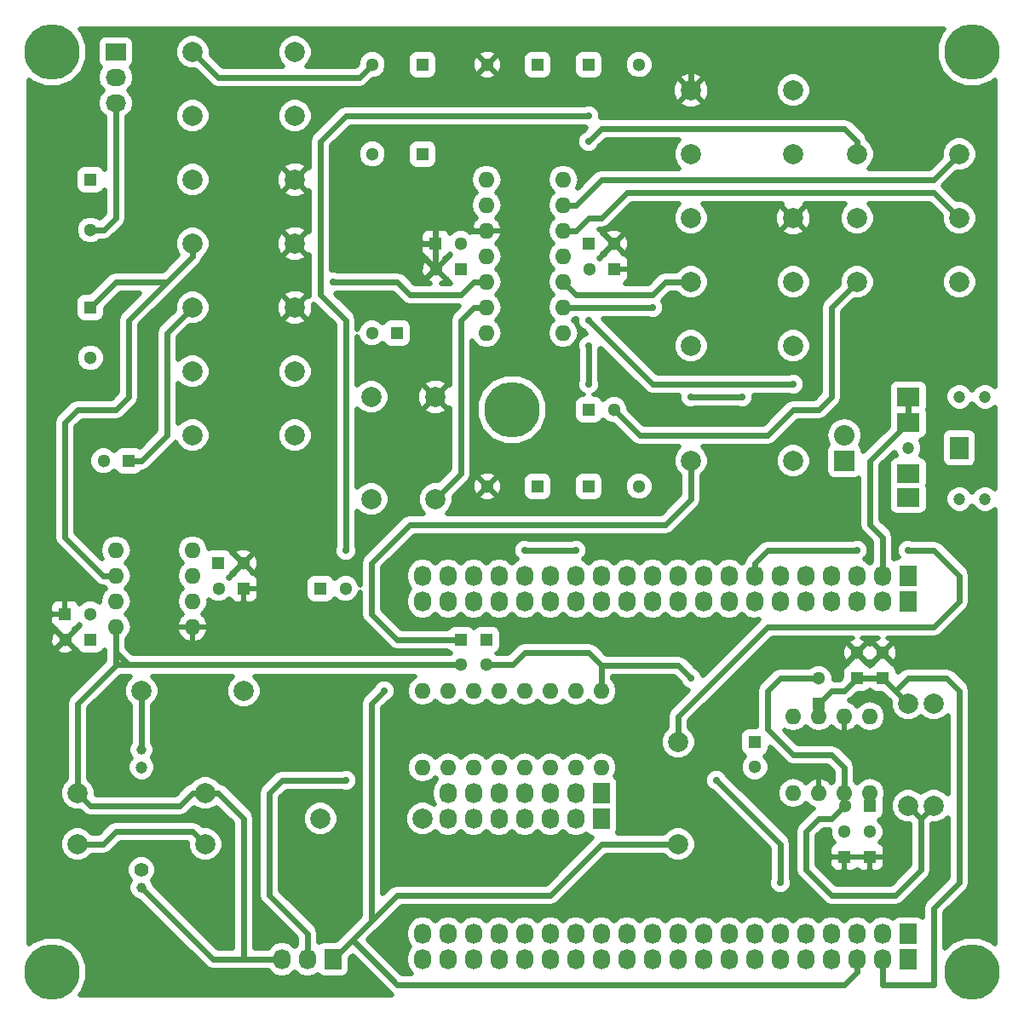
<source format=gtl>
G04 #@! TF.FileFunction,Copper,L1,Top,Signal*
%FSLAX46Y46*%
G04 Gerber Fmt 4.6, Leading zero omitted, Abs format (unit mm)*
G04 Created by KiCad (PCBNEW 4.0.2-stable) date 2016 September 16, Friday 02:04:32*
%MOMM*%
G01*
G04 APERTURE LIST*
%ADD10C,0.100000*%
%ADD11C,1.200000*%
%ADD12C,2.000000*%
%ADD13C,1.000000*%
%ADD14C,1.400000*%
%ADD15R,1.900000X2.300000*%
%ADD16R,2.300000X1.900000*%
%ADD17C,1.998980*%
%ADD18R,1.300000X1.300000*%
%ADD19C,1.300000*%
%ADD20O,1.600000X1.600000*%
%ADD21R,1.727200X2.032000*%
%ADD22O,1.727200X2.032000*%
%ADD23R,2.032000X1.727200*%
%ADD24O,2.032000X1.727200*%
%ADD25R,2.032000X2.032000*%
%ADD26O,2.032000X2.032000*%
%ADD27C,5.500000*%
%ADD28C,0.700000*%
%ADD29C,0.600000*%
%ADD30C,0.550000*%
G04 APERTURE END LIST*
D10*
D11*
X12700000Y-74930000D03*
D12*
X19050000Y-82550000D03*
X6350000Y-82550000D03*
X19050000Y-77470000D03*
X6350000Y-77470000D03*
D13*
X12700000Y-73152000D03*
X12700000Y-86868000D03*
D14*
X12700000Y-85090000D03*
D11*
X93980000Y-48260000D03*
X96520000Y-48260000D03*
X96520000Y-38100000D03*
X88900000Y-43180000D03*
X93980000Y-38100000D03*
D15*
X93980000Y-43180000D03*
D16*
X88900000Y-40640000D03*
X88900000Y-38100000D03*
X88900000Y-45720000D03*
X88900000Y-48059340D03*
D17*
X12700000Y-67310000D03*
X22860000Y-67310000D03*
X77470000Y-44450000D03*
X67310000Y-44450000D03*
D18*
X85090000Y-83820000D03*
D19*
X85090000Y-81320000D03*
D18*
X86360000Y-66040000D03*
D19*
X86360000Y-63540000D03*
D18*
X83820000Y-66040000D03*
D19*
X83820000Y-63540000D03*
D18*
X82550000Y-83820000D03*
D19*
X82550000Y-81320000D03*
D18*
X73660000Y-72390000D03*
D19*
X73660000Y-74890000D03*
D18*
X80010000Y-68580000D03*
D19*
X80010000Y-66080000D03*
D18*
X85090000Y-78740000D03*
D19*
X82590000Y-78740000D03*
D17*
X88900000Y-68580000D03*
X88900000Y-78740000D03*
X91440000Y-78740000D03*
X91440000Y-68580000D03*
D18*
X44450000Y-62230000D03*
D19*
X44450000Y-64730000D03*
D18*
X46990000Y-62230000D03*
D19*
X46990000Y-64730000D03*
D17*
X30480000Y-80010000D03*
X40640000Y-80010000D03*
D18*
X30480000Y-57150000D03*
D19*
X32980000Y-57150000D03*
D17*
X83820000Y-13970000D03*
X93980000Y-13970000D03*
X77470000Y-7620000D03*
X67310000Y-7620000D03*
D18*
X57150000Y-5080000D03*
D19*
X62150000Y-5080000D03*
D18*
X52070000Y-5080000D03*
D19*
X47070000Y-5080000D03*
D17*
X83820000Y-20320000D03*
X93980000Y-20320000D03*
X93980000Y-26670000D03*
X83820000Y-26670000D03*
D18*
X57150000Y-39370000D03*
D19*
X59650000Y-39370000D03*
D17*
X67310000Y-13970000D03*
X77470000Y-13970000D03*
D18*
X52070000Y-46990000D03*
D19*
X47070000Y-46990000D03*
D18*
X57150000Y-46990000D03*
D19*
X62150000Y-46990000D03*
D17*
X67310000Y-26670000D03*
X77470000Y-26670000D03*
X77470000Y-33020000D03*
X67310000Y-33020000D03*
D18*
X38100000Y-31750000D03*
D19*
X35600000Y-31750000D03*
D17*
X35560000Y-38100000D03*
X35560000Y-48260000D03*
X67310000Y-20320000D03*
X77470000Y-20320000D03*
X41910000Y-48260000D03*
X41910000Y-38100000D03*
X17780000Y-29210000D03*
X27940000Y-29210000D03*
D18*
X11430000Y-44450000D03*
D19*
X8930000Y-44450000D03*
D18*
X44450000Y-25400000D03*
D19*
X41950000Y-25400000D03*
D18*
X41910000Y-22860000D03*
D19*
X44410000Y-22860000D03*
D18*
X59690000Y-25400000D03*
D19*
X57190000Y-25400000D03*
D18*
X57150000Y-22860000D03*
D19*
X59650000Y-22860000D03*
D17*
X17780000Y-35560000D03*
X27940000Y-35560000D03*
X27940000Y-41910000D03*
X17780000Y-41910000D03*
D18*
X20320000Y-54610000D03*
D19*
X22820000Y-54610000D03*
D18*
X22860000Y-57150000D03*
D19*
X20360000Y-57150000D03*
D18*
X7620000Y-62230000D03*
D19*
X5120000Y-62230000D03*
D18*
X5080000Y-59690000D03*
D19*
X7580000Y-59690000D03*
D20*
X10160000Y-53340000D03*
X10160000Y-55880000D03*
X10160000Y-58420000D03*
X10160000Y-60960000D03*
X17780000Y-60960000D03*
X17780000Y-58420000D03*
X17780000Y-55880000D03*
X17780000Y-53340000D03*
D17*
X17780000Y-16510000D03*
X27940000Y-16510000D03*
X17780000Y-22860000D03*
X27940000Y-22860000D03*
D18*
X7620000Y-16510000D03*
D19*
X7620000Y-21510000D03*
D18*
X7620000Y-29210000D03*
D19*
X7620000Y-34210000D03*
D18*
X40640000Y-5080000D03*
D19*
X35640000Y-5080000D03*
D18*
X40640000Y-13970000D03*
D19*
X35640000Y-13970000D03*
D20*
X46990000Y-16510000D03*
X46990000Y-19050000D03*
X46990000Y-21590000D03*
X46990000Y-24130000D03*
X46990000Y-26670000D03*
X46990000Y-29210000D03*
X46990000Y-31750000D03*
X54610000Y-31750000D03*
X54610000Y-29210000D03*
X54610000Y-26670000D03*
X54610000Y-24130000D03*
X54610000Y-21590000D03*
X54610000Y-19050000D03*
X54610000Y-16510000D03*
X77470000Y-77470000D03*
X80010000Y-77470000D03*
X82550000Y-77470000D03*
X85090000Y-77470000D03*
X85090000Y-69850000D03*
X82550000Y-69850000D03*
X80010000Y-69850000D03*
X77470000Y-69850000D03*
D21*
X31750000Y-93980000D03*
D22*
X29210000Y-93980000D03*
X26670000Y-93980000D03*
D21*
X88900000Y-55880000D03*
D22*
X86360000Y-55880000D03*
X83820000Y-55880000D03*
X81280000Y-55880000D03*
X78740000Y-55880000D03*
X76200000Y-55880000D03*
X73660000Y-55880000D03*
X71120000Y-55880000D03*
X68580000Y-55880000D03*
X66040000Y-55880000D03*
X63500000Y-55880000D03*
X60960000Y-55880000D03*
X58420000Y-55880000D03*
X55880000Y-55880000D03*
X53340000Y-55880000D03*
X50800000Y-55880000D03*
X48260000Y-55880000D03*
X45720000Y-55880000D03*
X43180000Y-55880000D03*
X40640000Y-55880000D03*
D21*
X88900000Y-58420000D03*
D22*
X86360000Y-58420000D03*
X83820000Y-58420000D03*
X81280000Y-58420000D03*
X78740000Y-58420000D03*
X76200000Y-58420000D03*
X73660000Y-58420000D03*
X71120000Y-58420000D03*
X68580000Y-58420000D03*
X66040000Y-58420000D03*
X63500000Y-58420000D03*
X60960000Y-58420000D03*
X58420000Y-58420000D03*
X55880000Y-58420000D03*
X53340000Y-58420000D03*
X50800000Y-58420000D03*
X48260000Y-58420000D03*
X45720000Y-58420000D03*
X43180000Y-58420000D03*
X40640000Y-58420000D03*
D20*
X40640000Y-74930000D03*
X43180000Y-74930000D03*
X45720000Y-74930000D03*
X48260000Y-74930000D03*
X50800000Y-74930000D03*
X53340000Y-74930000D03*
X55880000Y-74930000D03*
X58420000Y-74930000D03*
X58420000Y-67310000D03*
X55880000Y-67310000D03*
X53340000Y-67310000D03*
X50800000Y-67310000D03*
X48260000Y-67310000D03*
X45720000Y-67310000D03*
X43180000Y-67310000D03*
X40640000Y-67310000D03*
D21*
X58420000Y-77470000D03*
D22*
X55880000Y-77470000D03*
X53340000Y-77470000D03*
X50800000Y-77470000D03*
X48260000Y-77470000D03*
X45720000Y-77470000D03*
X43180000Y-77470000D03*
D21*
X58420000Y-80010000D03*
D22*
X55880000Y-80010000D03*
X53340000Y-80010000D03*
X50800000Y-80010000D03*
X48260000Y-80010000D03*
X45720000Y-80010000D03*
X43180000Y-80010000D03*
D21*
X88900000Y-91440000D03*
D22*
X86360000Y-91440000D03*
X83820000Y-91440000D03*
X81280000Y-91440000D03*
X78740000Y-91440000D03*
X76200000Y-91440000D03*
X73660000Y-91440000D03*
X71120000Y-91440000D03*
X68580000Y-91440000D03*
X66040000Y-91440000D03*
X63500000Y-91440000D03*
X60960000Y-91440000D03*
X58420000Y-91440000D03*
X55880000Y-91440000D03*
X53340000Y-91440000D03*
X50800000Y-91440000D03*
X48260000Y-91440000D03*
X45720000Y-91440000D03*
X43180000Y-91440000D03*
X40640000Y-91440000D03*
D21*
X88900000Y-93980000D03*
D22*
X86360000Y-93980000D03*
X83820000Y-93980000D03*
X81280000Y-93980000D03*
X78740000Y-93980000D03*
X76200000Y-93980000D03*
X73660000Y-93980000D03*
X71120000Y-93980000D03*
X68580000Y-93980000D03*
X66040000Y-93980000D03*
X63500000Y-93980000D03*
X60960000Y-93980000D03*
X58420000Y-93980000D03*
X55880000Y-93980000D03*
X53340000Y-93980000D03*
X50800000Y-93980000D03*
X48260000Y-93980000D03*
X45720000Y-93980000D03*
X43180000Y-93980000D03*
X40640000Y-93980000D03*
D23*
X10160000Y-3810000D03*
D24*
X10160000Y-6350000D03*
X10160000Y-8890000D03*
D17*
X17780000Y-10160000D03*
X27940000Y-10160000D03*
X27940000Y-3810000D03*
X17780000Y-3810000D03*
D25*
X82550000Y-44450000D03*
D26*
X82550000Y-41910000D03*
D17*
X66040000Y-72390000D03*
X66040000Y-82550000D03*
D27*
X49530000Y-39370000D03*
X95250000Y-95250000D03*
X95250000Y-3810000D03*
X3810000Y-95250000D03*
X3810000Y-3810000D03*
D28*
X67310000Y-66040000D03*
X77470000Y-36830000D03*
X57150000Y-30480000D03*
X31750000Y-20320000D03*
X31750000Y-26670000D03*
X57150000Y-36830000D03*
X57150000Y-33020000D03*
X72390000Y-38100000D03*
X67310000Y-38100000D03*
X36830000Y-67310000D03*
X57150000Y-12700000D03*
X57150000Y-10160000D03*
X33020000Y-53340000D03*
X76200000Y-86360000D03*
X69850000Y-76200000D03*
X88900000Y-53340000D03*
X83820000Y-53340000D03*
X55880000Y-53340000D03*
X50800000Y-53340000D03*
X63500000Y-29210000D03*
X33020000Y-76200000D03*
D29*
X15240000Y-26670000D02*
X11430000Y-30480000D01*
X11430000Y-30480000D02*
X11430000Y-38100000D01*
X11430000Y-38100000D02*
X10160000Y-39370000D01*
X10160000Y-39370000D02*
X6350000Y-39370000D01*
X6350000Y-39370000D02*
X5080000Y-40640000D01*
X5080000Y-40640000D02*
X5080000Y-52070000D01*
X5080000Y-52070000D02*
X8890000Y-55880000D01*
X8890000Y-55880000D02*
X10160000Y-55880000D01*
X17780000Y-22860000D02*
X17780000Y-24130000D01*
X10160000Y-26670000D02*
X7620000Y-29210000D01*
X15240000Y-26670000D02*
X10160000Y-26670000D01*
X17780000Y-24130000D02*
X15240000Y-26670000D01*
X7620000Y-21510000D02*
X8970000Y-21510000D01*
X10160000Y-20320000D02*
X10160000Y-8890000D01*
X8970000Y-21510000D02*
X10160000Y-20320000D01*
X34370000Y-6350000D02*
X35640000Y-5080000D01*
X20320000Y-6350000D02*
X34370000Y-6350000D01*
X17780000Y-3810000D02*
X20320000Y-6350000D01*
X58420000Y-64770000D02*
X66040000Y-64770000D01*
X66040000Y-64770000D02*
X67310000Y-66040000D01*
X10160000Y-63500000D02*
X10160000Y-64690000D01*
X10160000Y-64690000D02*
X10200000Y-64730000D01*
X6350000Y-77470000D02*
X6350000Y-68580000D01*
X6350000Y-68580000D02*
X10200000Y-64730000D01*
X10200000Y-64730000D02*
X11390000Y-64730000D01*
X19050000Y-77470000D02*
X17780000Y-77470000D01*
X7620000Y-78740000D02*
X6350000Y-77470000D01*
X16510000Y-78740000D02*
X7620000Y-78740000D01*
X17780000Y-77470000D02*
X16510000Y-78740000D01*
X19050000Y-77470000D02*
X20320000Y-77470000D01*
X22860000Y-80010000D02*
X22860000Y-93980000D01*
X20320000Y-77470000D02*
X22860000Y-80010000D01*
X26670000Y-93980000D02*
X22860000Y-93980000D01*
X22860000Y-93980000D02*
X19812000Y-93980000D01*
X19812000Y-93980000D02*
X12700000Y-86868000D01*
X63500000Y-36830000D02*
X77470000Y-36830000D01*
X57150000Y-30480000D02*
X63500000Y-36830000D01*
X46990000Y-64730000D02*
X49570000Y-64730000D01*
X58420000Y-64770000D02*
X58420000Y-67310000D01*
X57150000Y-63500000D02*
X58420000Y-64770000D01*
X50800000Y-63500000D02*
X57150000Y-63500000D01*
X49570000Y-64730000D02*
X50800000Y-63500000D01*
X10160000Y-60960000D02*
X10160000Y-63500000D01*
X10160000Y-63500000D02*
X11390000Y-64730000D01*
X11390000Y-64730000D02*
X44450000Y-64730000D01*
X45720000Y-21590000D02*
X46990000Y-21590000D01*
X44450000Y-20320000D02*
X45720000Y-21590000D01*
X41910000Y-20320000D02*
X44450000Y-20320000D01*
X41910000Y-22860000D02*
X41910000Y-20320000D01*
X41910000Y-22860000D02*
X41910000Y-25360000D01*
X41910000Y-25360000D02*
X41950000Y-25400000D01*
X34290000Y-22860000D02*
X41910000Y-22860000D01*
X31750000Y-20320000D02*
X34290000Y-22860000D01*
X47070000Y-5080000D02*
X47070000Y-5000000D01*
X47070000Y-5000000D02*
X49530000Y-2540000D01*
X49530000Y-2540000D02*
X66040000Y-2540000D01*
X66040000Y-2540000D02*
X67310000Y-3810000D01*
X67310000Y-3810000D02*
X67310000Y-7620000D01*
X87630000Y-67310000D02*
X88900000Y-66040000D01*
X86360000Y-96520000D02*
X86360000Y-93980000D01*
X91440000Y-96520000D02*
X86360000Y-96520000D01*
X91440000Y-88900000D02*
X91440000Y-96520000D01*
X93980000Y-86360000D02*
X91440000Y-88900000D01*
X93980000Y-67310000D02*
X93980000Y-86360000D01*
X92710000Y-66040000D02*
X93980000Y-67310000D01*
X88900000Y-66040000D02*
X92710000Y-66040000D01*
X86360000Y-66040000D02*
X87630000Y-67310000D01*
X87630000Y-67310000D02*
X88900000Y-68580000D01*
X83820000Y-66040000D02*
X86360000Y-66040000D01*
X82550000Y-67310000D02*
X83820000Y-66040000D01*
X81280000Y-67310000D02*
X82550000Y-67310000D01*
X80010000Y-68580000D02*
X81280000Y-67310000D01*
X80010000Y-69850000D02*
X80010000Y-68580000D01*
X38100000Y-26670000D02*
X39370000Y-27940000D01*
X31750000Y-26670000D02*
X38100000Y-26670000D01*
X45720000Y-26670000D02*
X46990000Y-26670000D01*
X44450000Y-27940000D02*
X45720000Y-26670000D01*
X39370000Y-27940000D02*
X44450000Y-27940000D01*
X11430000Y-44450000D02*
X12700000Y-44450000D01*
X15240000Y-31750000D02*
X17780000Y-29210000D01*
X15240000Y-41910000D02*
X15240000Y-31750000D01*
X12700000Y-44450000D02*
X15240000Y-41910000D01*
X54610000Y-26670000D02*
X55880000Y-27940000D01*
X64770000Y-26670000D02*
X67310000Y-26670000D01*
X63500000Y-27940000D02*
X64770000Y-26670000D01*
X55880000Y-27940000D02*
X63500000Y-27940000D01*
X57150000Y-33020000D02*
X57150000Y-36830000D01*
X67310000Y-38100000D02*
X72390000Y-38100000D01*
X93980000Y-20320000D02*
X91440000Y-17780000D01*
X55880000Y-21590000D02*
X54610000Y-21590000D01*
X57150000Y-20320000D02*
X55880000Y-21590000D01*
X58420000Y-20320000D02*
X57150000Y-20320000D01*
X60960000Y-17780000D02*
X58420000Y-20320000D01*
X91440000Y-17780000D02*
X60960000Y-17780000D01*
X62190000Y-41910000D02*
X59650000Y-39370000D01*
X74930000Y-41910000D02*
X62190000Y-41910000D01*
X77470000Y-39370000D02*
X74930000Y-41910000D01*
X80010000Y-39370000D02*
X77470000Y-39370000D01*
X81280000Y-38100000D02*
X80010000Y-39370000D01*
X81280000Y-29210000D02*
X81280000Y-38100000D01*
X83820000Y-26670000D02*
X81280000Y-29210000D01*
X66040000Y-82550000D02*
X58420000Y-82550000D01*
X38100000Y-87630000D02*
X35560000Y-90170000D01*
X53340000Y-87630000D02*
X38100000Y-87630000D01*
X58420000Y-82550000D02*
X53340000Y-87630000D01*
X67310000Y-44450000D02*
X67310000Y-48260000D01*
X38100000Y-62230000D02*
X44450000Y-62230000D01*
X35560000Y-59690000D02*
X38100000Y-62230000D01*
X35560000Y-54610000D02*
X35560000Y-59690000D01*
X39370000Y-50800000D02*
X35560000Y-54610000D01*
X64770000Y-50800000D02*
X39370000Y-50800000D01*
X67310000Y-48260000D02*
X64770000Y-50800000D01*
X83820000Y-93980000D02*
X83820000Y-95250000D01*
X33655000Y-92075000D02*
X33020000Y-92710000D01*
X38100000Y-96520000D02*
X33655000Y-92075000D01*
X82550000Y-96520000D02*
X38100000Y-96520000D01*
X83820000Y-95250000D02*
X82550000Y-96520000D01*
X35560000Y-90170000D02*
X33020000Y-92710000D01*
X33020000Y-92710000D02*
X31750000Y-93980000D01*
X35560000Y-68580000D02*
X35560000Y-90170000D01*
X36830000Y-67310000D02*
X35560000Y-68580000D01*
X83820000Y-13970000D02*
X83820000Y-12700000D01*
X58420000Y-11430000D02*
X57150000Y-12700000D01*
X82550000Y-11430000D02*
X58420000Y-11430000D01*
X83820000Y-12700000D02*
X82550000Y-11430000D01*
X33020000Y-10160000D02*
X57150000Y-10160000D01*
X30480000Y-12700000D02*
X33020000Y-10160000D01*
X30480000Y-27940000D02*
X30480000Y-12700000D01*
X33020000Y-30480000D02*
X30480000Y-27940000D01*
X33020000Y-53340000D02*
X33020000Y-30480000D01*
X90170000Y-80010000D02*
X91440000Y-78740000D01*
X82590000Y-78740000D02*
X82550000Y-78740000D01*
X82550000Y-78740000D02*
X81280000Y-80010000D01*
X90170000Y-80010000D02*
X88900000Y-78740000D01*
X90170000Y-85090000D02*
X90170000Y-80010000D01*
X87630000Y-87630000D02*
X90170000Y-85090000D01*
X81280000Y-87630000D02*
X87630000Y-87630000D01*
X78740000Y-85090000D02*
X81280000Y-87630000D01*
X78740000Y-81280000D02*
X78740000Y-85090000D01*
X80010000Y-80010000D02*
X78740000Y-81280000D01*
X81280000Y-80010000D02*
X80010000Y-80010000D01*
X80010000Y-66080000D02*
X76160000Y-66080000D01*
X82550000Y-74930000D02*
X82550000Y-77470000D01*
X81280000Y-73660000D02*
X82550000Y-74930000D01*
X77470000Y-73660000D02*
X81280000Y-73660000D01*
X74930000Y-71120000D02*
X77470000Y-73660000D01*
X74930000Y-67310000D02*
X74930000Y-71120000D01*
X76160000Y-66080000D02*
X74930000Y-67310000D01*
X88900000Y-38100000D02*
X88900000Y-40640000D01*
X88900000Y-40640000D02*
X85090000Y-44450000D01*
X85090000Y-44450000D02*
X85090000Y-50800000D01*
X85090000Y-50800000D02*
X86360000Y-52070000D01*
X86360000Y-52070000D02*
X86360000Y-55880000D01*
X76200000Y-82550000D02*
X76200000Y-86360000D01*
X69850000Y-76200000D02*
X76200000Y-82550000D01*
X6350000Y-82550000D02*
X8890000Y-82550000D01*
X17780000Y-81280000D02*
X19050000Y-82550000D01*
X10160000Y-81280000D02*
X17780000Y-81280000D01*
X8890000Y-82550000D02*
X10160000Y-81280000D01*
X73660000Y-55880000D02*
X73660000Y-54610000D01*
X66040000Y-69850000D02*
X66040000Y-72390000D01*
X74930000Y-60960000D02*
X66040000Y-69850000D01*
X91440000Y-60960000D02*
X74930000Y-60960000D01*
X93980000Y-58420000D02*
X91440000Y-60960000D01*
X93980000Y-55880000D02*
X93980000Y-58420000D01*
X91440000Y-53340000D02*
X93980000Y-55880000D01*
X88900000Y-53340000D02*
X91440000Y-53340000D01*
X74930000Y-53340000D02*
X83820000Y-53340000D01*
X73660000Y-54610000D02*
X74930000Y-53340000D01*
X50800000Y-53340000D02*
X55880000Y-53340000D01*
X46990000Y-29210000D02*
X45720000Y-29210000D01*
X44450000Y-45720000D02*
X41910000Y-48260000D01*
X44450000Y-30480000D02*
X44450000Y-45720000D01*
X45720000Y-29210000D02*
X44450000Y-30480000D01*
X54610000Y-29210000D02*
X63500000Y-29210000D01*
X91440000Y-16510000D02*
X93980000Y-13970000D01*
X58420000Y-16510000D02*
X91440000Y-16510000D01*
X55880000Y-19050000D02*
X58420000Y-16510000D01*
X54610000Y-19050000D02*
X55880000Y-19050000D01*
X12700000Y-67310000D02*
X12700000Y-73152000D01*
X29210000Y-91440000D02*
X29210000Y-93980000D01*
X25400000Y-87630000D02*
X29210000Y-91440000D01*
X25400000Y-77470000D02*
X25400000Y-87630000D01*
X26670000Y-76200000D02*
X25400000Y-77470000D01*
X33020000Y-76200000D02*
X26670000Y-76200000D01*
D30*
G36*
X92221030Y-1782281D02*
X91675622Y-3095769D01*
X91674381Y-4517992D01*
X92217496Y-5832429D01*
X93222281Y-6838970D01*
X94535769Y-7384378D01*
X95957992Y-7385619D01*
X97272429Y-6842504D01*
X97515000Y-6600356D01*
X97515000Y-37079724D01*
X97328251Y-36892649D01*
X96804693Y-36675248D01*
X96237794Y-36674754D01*
X95713857Y-36891240D01*
X95312649Y-37291749D01*
X95250115Y-37442347D01*
X95188760Y-37293857D01*
X94788251Y-36892649D01*
X94264693Y-36675248D01*
X93697794Y-36674754D01*
X93173857Y-36891240D01*
X92772649Y-37291749D01*
X92555248Y-37815307D01*
X92554754Y-38382206D01*
X92771240Y-38906143D01*
X93171749Y-39307351D01*
X93695307Y-39524752D01*
X94262206Y-39525246D01*
X94786143Y-39308760D01*
X95187351Y-38908251D01*
X95249885Y-38757653D01*
X95311240Y-38906143D01*
X95711749Y-39307351D01*
X96235307Y-39524752D01*
X96802206Y-39525246D01*
X97326143Y-39308760D01*
X97515000Y-39120232D01*
X97515000Y-47239724D01*
X97328251Y-47052649D01*
X96804693Y-46835248D01*
X96237794Y-46834754D01*
X95713857Y-47051240D01*
X95312649Y-47451749D01*
X95250115Y-47602347D01*
X95188760Y-47453857D01*
X94788251Y-47052649D01*
X94264693Y-46835248D01*
X93697794Y-46834754D01*
X93173857Y-47051240D01*
X92772649Y-47451749D01*
X92555248Y-47975307D01*
X92554754Y-48542206D01*
X92771240Y-49066143D01*
X93171749Y-49467351D01*
X93695307Y-49684752D01*
X94262206Y-49685246D01*
X94786143Y-49468760D01*
X95187351Y-49068251D01*
X95249885Y-48917653D01*
X95311240Y-49066143D01*
X95711749Y-49467351D01*
X96235307Y-49684752D01*
X96802206Y-49685246D01*
X97326143Y-49468760D01*
X97515000Y-49280232D01*
X97515000Y-92458726D01*
X97277719Y-92221030D01*
X95964231Y-91675622D01*
X94542008Y-91674381D01*
X93227571Y-92217496D01*
X92565000Y-92878911D01*
X92565000Y-89365990D01*
X94775495Y-87155495D01*
X95019364Y-86790519D01*
X95105000Y-86360000D01*
X95105000Y-67310000D01*
X95019364Y-66879481D01*
X94775495Y-66514505D01*
X93505495Y-65244505D01*
X93379799Y-65160518D01*
X93140519Y-65000636D01*
X92710000Y-64915000D01*
X88900000Y-64915000D01*
X88469481Y-65000636D01*
X88104505Y-65244505D01*
X87851162Y-65497848D01*
X87851162Y-65390000D01*
X87793636Y-65084273D01*
X87612951Y-64803482D01*
X87337259Y-64615110D01*
X87276141Y-64602733D01*
X87286941Y-64502297D01*
X86360000Y-63575355D01*
X85433059Y-64502297D01*
X85443456Y-64598991D01*
X85404273Y-64606364D01*
X85123482Y-64787049D01*
X85092013Y-64833105D01*
X85072951Y-64803482D01*
X84797259Y-64615110D01*
X84736141Y-64602733D01*
X84746941Y-64502297D01*
X83820000Y-63575355D01*
X82893059Y-64502297D01*
X82903456Y-64598991D01*
X82864273Y-64606364D01*
X82583482Y-64787049D01*
X82395110Y-65062741D01*
X82328838Y-65390000D01*
X82328838Y-65940172D01*
X82084010Y-66185000D01*
X81484909Y-66185000D01*
X81485256Y-65787892D01*
X81261173Y-65245571D01*
X80846611Y-64830285D01*
X80304683Y-64605257D01*
X79717892Y-64604744D01*
X79175571Y-64828827D01*
X79049178Y-64955000D01*
X76160000Y-64955000D01*
X75729481Y-65040636D01*
X75424369Y-65244505D01*
X75364505Y-65284505D01*
X74134505Y-66514505D01*
X73890636Y-66879481D01*
X73805000Y-67310000D01*
X73805000Y-70898838D01*
X73010000Y-70898838D01*
X72704273Y-70956364D01*
X72423482Y-71137049D01*
X72235110Y-71412741D01*
X72168838Y-71740000D01*
X72168838Y-73040000D01*
X72226364Y-73345727D01*
X72407049Y-73626518D01*
X72662829Y-73801285D01*
X72410285Y-74053389D01*
X72185257Y-74595317D01*
X72184744Y-75182108D01*
X72408827Y-75724429D01*
X72823389Y-76139715D01*
X73365317Y-76364743D01*
X73952108Y-76365256D01*
X74494429Y-76141173D01*
X74909715Y-75726611D01*
X75134743Y-75184683D01*
X75135256Y-74597892D01*
X74911173Y-74055571D01*
X74654644Y-73798594D01*
X74896518Y-73642951D01*
X75084890Y-73367259D01*
X75151162Y-73040000D01*
X75151162Y-72932152D01*
X76674505Y-74455495D01*
X77039481Y-74699364D01*
X77470000Y-74785000D01*
X80814010Y-74785000D01*
X81425000Y-75395990D01*
X81425000Y-76273046D01*
X81400951Y-76289115D01*
X81299133Y-76441497D01*
X80974206Y-76100352D01*
X80376669Y-75835625D01*
X80296691Y-75819718D01*
X80035000Y-76013965D01*
X80035000Y-77445000D01*
X80055000Y-77445000D01*
X80055000Y-77495000D01*
X80035000Y-77495000D01*
X80035000Y-77515000D01*
X79985000Y-77515000D01*
X79985000Y-77495000D01*
X79965000Y-77495000D01*
X79965000Y-77445000D01*
X79985000Y-77445000D01*
X79985000Y-76013965D01*
X79723309Y-75819718D01*
X79643331Y-75835625D01*
X79045794Y-76100352D01*
X78720867Y-76441497D01*
X78619049Y-76289115D01*
X78091861Y-75936860D01*
X77470000Y-75813164D01*
X76848139Y-75936860D01*
X76320951Y-76289115D01*
X75968696Y-76816303D01*
X75845000Y-77438164D01*
X75845000Y-77501836D01*
X75968696Y-78123697D01*
X76320951Y-78650885D01*
X76848139Y-79003140D01*
X77470000Y-79126836D01*
X78091861Y-79003140D01*
X78619049Y-78650885D01*
X78720867Y-78498503D01*
X79045794Y-78839648D01*
X79484583Y-79034045D01*
X79214505Y-79214505D01*
X77944505Y-80484505D01*
X77700636Y-80849481D01*
X77615000Y-81280000D01*
X77615000Y-85090000D01*
X77700636Y-85520519D01*
X77816250Y-85693547D01*
X77944505Y-85885495D01*
X80484505Y-88425495D01*
X80849481Y-88669364D01*
X81280000Y-88755000D01*
X87630000Y-88755000D01*
X88060519Y-88669364D01*
X88425495Y-88425495D01*
X90965495Y-85885495D01*
X91209364Y-85520519D01*
X91295000Y-85090000D01*
X91295000Y-80564364D01*
X91801321Y-80564806D01*
X92472140Y-80287629D01*
X92855000Y-79905438D01*
X92855000Y-85894010D01*
X90644505Y-88104505D01*
X90400636Y-88469481D01*
X90315000Y-88900000D01*
X90315000Y-89802259D01*
X90090859Y-89649110D01*
X89763600Y-89582838D01*
X88036400Y-89582838D01*
X87730673Y-89640364D01*
X87449882Y-89821049D01*
X87371598Y-89935621D01*
X87006199Y-89691470D01*
X86360000Y-89562933D01*
X85713801Y-89691470D01*
X85165979Y-90057512D01*
X85090000Y-90171223D01*
X85014021Y-90057512D01*
X84466199Y-89691470D01*
X83820000Y-89562933D01*
X83173801Y-89691470D01*
X82625979Y-90057512D01*
X82550000Y-90171223D01*
X82474021Y-90057512D01*
X81926199Y-89691470D01*
X81280000Y-89562933D01*
X80633801Y-89691470D01*
X80085979Y-90057512D01*
X80010000Y-90171223D01*
X79934021Y-90057512D01*
X79386199Y-89691470D01*
X78740000Y-89562933D01*
X78093801Y-89691470D01*
X77545979Y-90057512D01*
X77470000Y-90171223D01*
X77394021Y-90057512D01*
X76846199Y-89691470D01*
X76200000Y-89562933D01*
X75553801Y-89691470D01*
X75005979Y-90057512D01*
X74930000Y-90171223D01*
X74854021Y-90057512D01*
X74306199Y-89691470D01*
X73660000Y-89562933D01*
X73013801Y-89691470D01*
X72465979Y-90057512D01*
X72390000Y-90171223D01*
X72314021Y-90057512D01*
X71766199Y-89691470D01*
X71120000Y-89562933D01*
X70473801Y-89691470D01*
X69925979Y-90057512D01*
X69850000Y-90171223D01*
X69774021Y-90057512D01*
X69226199Y-89691470D01*
X68580000Y-89562933D01*
X67933801Y-89691470D01*
X67385979Y-90057512D01*
X67310000Y-90171223D01*
X67234021Y-90057512D01*
X66686199Y-89691470D01*
X66040000Y-89562933D01*
X65393801Y-89691470D01*
X64845979Y-90057512D01*
X64770000Y-90171223D01*
X64694021Y-90057512D01*
X64146199Y-89691470D01*
X63500000Y-89562933D01*
X62853801Y-89691470D01*
X62305979Y-90057512D01*
X62230000Y-90171223D01*
X62154021Y-90057512D01*
X61606199Y-89691470D01*
X60960000Y-89562933D01*
X60313801Y-89691470D01*
X59765979Y-90057512D01*
X59690000Y-90171223D01*
X59614021Y-90057512D01*
X59066199Y-89691470D01*
X58420000Y-89562933D01*
X57773801Y-89691470D01*
X57225979Y-90057512D01*
X57150000Y-90171223D01*
X57074021Y-90057512D01*
X56526199Y-89691470D01*
X55880000Y-89562933D01*
X55233801Y-89691470D01*
X54685979Y-90057512D01*
X54610000Y-90171223D01*
X54534021Y-90057512D01*
X53986199Y-89691470D01*
X53340000Y-89562933D01*
X52693801Y-89691470D01*
X52145979Y-90057512D01*
X52070000Y-90171223D01*
X51994021Y-90057512D01*
X51446199Y-89691470D01*
X50800000Y-89562933D01*
X50153801Y-89691470D01*
X49605979Y-90057512D01*
X49530000Y-90171223D01*
X49454021Y-90057512D01*
X48906199Y-89691470D01*
X48260000Y-89562933D01*
X47613801Y-89691470D01*
X47065979Y-90057512D01*
X46990000Y-90171223D01*
X46914021Y-90057512D01*
X46366199Y-89691470D01*
X45720000Y-89562933D01*
X45073801Y-89691470D01*
X44525979Y-90057512D01*
X44450000Y-90171223D01*
X44374021Y-90057512D01*
X43826199Y-89691470D01*
X43180000Y-89562933D01*
X42533801Y-89691470D01*
X41985979Y-90057512D01*
X41910000Y-90171223D01*
X41834021Y-90057512D01*
X41286199Y-89691470D01*
X40640000Y-89562933D01*
X39993801Y-89691470D01*
X39445979Y-90057512D01*
X39079937Y-90605334D01*
X38951400Y-91251533D01*
X38951400Y-91628467D01*
X39079937Y-92274666D01*
X39370817Y-92710000D01*
X39079937Y-93145334D01*
X38951400Y-93791533D01*
X38951400Y-94168467D01*
X39079937Y-94814666D01*
X39445979Y-95362488D01*
X39494637Y-95395000D01*
X38565990Y-95395000D01*
X35245990Y-92075000D01*
X38565990Y-88755000D01*
X53340000Y-88755000D01*
X53770519Y-88669364D01*
X54135495Y-88425495D01*
X58885990Y-83675000D01*
X64585069Y-83675000D01*
X65005160Y-84095826D01*
X65675494Y-84374173D01*
X66401321Y-84374806D01*
X67072140Y-84097629D01*
X67585826Y-83584840D01*
X67864173Y-82914506D01*
X67864806Y-82188679D01*
X67587629Y-81517860D01*
X67074840Y-81004174D01*
X66404506Y-80725827D01*
X65678679Y-80725194D01*
X65007860Y-81002371D01*
X64584492Y-81425000D01*
X60009472Y-81425000D01*
X60058490Y-81353259D01*
X60124762Y-81026000D01*
X60124762Y-78994000D01*
X60075214Y-78730673D01*
X60124762Y-78486000D01*
X60124762Y-76454000D01*
X60120754Y-76432697D01*
X68674796Y-76432697D01*
X68853302Y-76864715D01*
X69183547Y-77195536D01*
X69304962Y-77245952D01*
X75075000Y-83015990D01*
X75075000Y-86005331D01*
X75025204Y-86125253D01*
X75024796Y-86592697D01*
X75203302Y-87024715D01*
X75533547Y-87355536D01*
X75965253Y-87534796D01*
X76432697Y-87535204D01*
X76864715Y-87356698D01*
X77195536Y-87026453D01*
X77374796Y-86594747D01*
X77375204Y-86127303D01*
X77325000Y-86005800D01*
X77325000Y-82550000D01*
X77239364Y-82119481D01*
X76995495Y-81754505D01*
X70896285Y-75655295D01*
X70846698Y-75535285D01*
X70516453Y-75204464D01*
X70084747Y-75025204D01*
X69617303Y-75024796D01*
X69185285Y-75203302D01*
X68854464Y-75533547D01*
X68675204Y-75965253D01*
X68674796Y-76432697D01*
X60120754Y-76432697D01*
X60067236Y-76148273D01*
X59886551Y-75867482D01*
X59780227Y-75794834D01*
X59921304Y-75583697D01*
X60045000Y-74961836D01*
X60045000Y-74898164D01*
X59921304Y-74276303D01*
X59569049Y-73749115D01*
X59041861Y-73396860D01*
X58420000Y-73273164D01*
X57798139Y-73396860D01*
X57270951Y-73749115D01*
X57150000Y-73930131D01*
X57029049Y-73749115D01*
X56501861Y-73396860D01*
X55880000Y-73273164D01*
X55258139Y-73396860D01*
X54730951Y-73749115D01*
X54610000Y-73930131D01*
X54489049Y-73749115D01*
X53961861Y-73396860D01*
X53340000Y-73273164D01*
X52718139Y-73396860D01*
X52190951Y-73749115D01*
X52070000Y-73930131D01*
X51949049Y-73749115D01*
X51421861Y-73396860D01*
X50800000Y-73273164D01*
X50178139Y-73396860D01*
X49650951Y-73749115D01*
X49530000Y-73930131D01*
X49409049Y-73749115D01*
X48881861Y-73396860D01*
X48260000Y-73273164D01*
X47638139Y-73396860D01*
X47110951Y-73749115D01*
X46990000Y-73930131D01*
X46869049Y-73749115D01*
X46341861Y-73396860D01*
X45720000Y-73273164D01*
X45098139Y-73396860D01*
X44570951Y-73749115D01*
X44450000Y-73930131D01*
X44329049Y-73749115D01*
X43801861Y-73396860D01*
X43180000Y-73273164D01*
X42558139Y-73396860D01*
X42030951Y-73749115D01*
X41910000Y-73930131D01*
X41789049Y-73749115D01*
X41261861Y-73396860D01*
X40640000Y-73273164D01*
X40018139Y-73396860D01*
X39490951Y-73749115D01*
X39138696Y-74276303D01*
X39015000Y-74898164D01*
X39015000Y-74961836D01*
X39138696Y-75583697D01*
X39490951Y-76110885D01*
X40018139Y-76463140D01*
X40640000Y-76586836D01*
X41261861Y-76463140D01*
X41789049Y-76110885D01*
X41910000Y-75929869D01*
X42006273Y-76073952D01*
X41985979Y-76087512D01*
X41619937Y-76635334D01*
X41491400Y-77281533D01*
X41491400Y-77658467D01*
X41619937Y-78304666D01*
X41831126Y-78620733D01*
X41674840Y-78464174D01*
X41004506Y-78185827D01*
X40278679Y-78185194D01*
X39607860Y-78462371D01*
X39094174Y-78975160D01*
X38815827Y-79645494D01*
X38815194Y-80371321D01*
X39092371Y-81042140D01*
X39605160Y-81555826D01*
X40275494Y-81834173D01*
X41001321Y-81834806D01*
X41672140Y-81557629D01*
X41926597Y-81303616D01*
X41985979Y-81392488D01*
X42533801Y-81758530D01*
X43180000Y-81887067D01*
X43826199Y-81758530D01*
X44374021Y-81392488D01*
X44450000Y-81278777D01*
X44525979Y-81392488D01*
X45073801Y-81758530D01*
X45720000Y-81887067D01*
X46366199Y-81758530D01*
X46914021Y-81392488D01*
X46990000Y-81278777D01*
X47065979Y-81392488D01*
X47613801Y-81758530D01*
X48260000Y-81887067D01*
X48906199Y-81758530D01*
X49454021Y-81392488D01*
X49530000Y-81278777D01*
X49605979Y-81392488D01*
X50153801Y-81758530D01*
X50800000Y-81887067D01*
X51446199Y-81758530D01*
X51994021Y-81392488D01*
X52070000Y-81278777D01*
X52145979Y-81392488D01*
X52693801Y-81758530D01*
X53340000Y-81887067D01*
X53986199Y-81758530D01*
X54534021Y-81392488D01*
X54610000Y-81278777D01*
X54685979Y-81392488D01*
X55233801Y-81758530D01*
X55880000Y-81887067D01*
X56526199Y-81758530D01*
X56890689Y-81514986D01*
X56953449Y-81612518D01*
X57229141Y-81800890D01*
X57519351Y-81859659D01*
X52874010Y-86505000D01*
X38100000Y-86505000D01*
X37669481Y-86590636D01*
X37304505Y-86834505D01*
X36685000Y-87454010D01*
X36685000Y-69045990D01*
X37374705Y-68356285D01*
X37494715Y-68306698D01*
X37825536Y-67976453D01*
X38004796Y-67544747D01*
X38005204Y-67077303D01*
X37826698Y-66645285D01*
X37496453Y-66314464D01*
X37064747Y-66135204D01*
X36597303Y-66134796D01*
X36165285Y-66313302D01*
X35834464Y-66643547D01*
X35784048Y-66764962D01*
X34764505Y-67784505D01*
X34520636Y-68149481D01*
X34435000Y-68580000D01*
X34435000Y-89704010D01*
X32016172Y-92122838D01*
X30886400Y-92122838D01*
X30580673Y-92180364D01*
X30335000Y-92338451D01*
X30335000Y-91440000D01*
X30249364Y-91009481D01*
X30005495Y-90644505D01*
X26525000Y-87164010D01*
X26525000Y-80371321D01*
X28655194Y-80371321D01*
X28932371Y-81042140D01*
X29445160Y-81555826D01*
X30115494Y-81834173D01*
X30841321Y-81834806D01*
X31512140Y-81557629D01*
X32025826Y-81044840D01*
X32304173Y-80374506D01*
X32304806Y-79648679D01*
X32027629Y-78977860D01*
X31514840Y-78464174D01*
X30844506Y-78185827D01*
X30118679Y-78185194D01*
X29447860Y-78462371D01*
X28934174Y-78975160D01*
X28655827Y-79645494D01*
X28655194Y-80371321D01*
X26525000Y-80371321D01*
X26525000Y-77935990D01*
X27135990Y-77325000D01*
X32665331Y-77325000D01*
X32785253Y-77374796D01*
X33252697Y-77375204D01*
X33684715Y-77196698D01*
X34015536Y-76866453D01*
X34194796Y-76434747D01*
X34195204Y-75967303D01*
X34016698Y-75535285D01*
X33686453Y-75204464D01*
X33254747Y-75025204D01*
X32787303Y-75024796D01*
X32665800Y-75075000D01*
X26670000Y-75075000D01*
X26239481Y-75160636D01*
X25874505Y-75404505D01*
X24604505Y-76674505D01*
X24360636Y-77039481D01*
X24275000Y-77470000D01*
X24275000Y-87630000D01*
X24360636Y-88060519D01*
X24449003Y-88192769D01*
X24604505Y-88425495D01*
X28085000Y-91905990D01*
X28085000Y-92551394D01*
X28015979Y-92597512D01*
X27940000Y-92711223D01*
X27864021Y-92597512D01*
X27316199Y-92231470D01*
X26670000Y-92102933D01*
X26023801Y-92231470D01*
X25475979Y-92597512D01*
X25303931Y-92855000D01*
X23985000Y-92855000D01*
X23985000Y-80010000D01*
X23899364Y-79579481D01*
X23655495Y-79214505D01*
X21115495Y-76674505D01*
X20984289Y-76586836D01*
X20750519Y-76430636D01*
X20551650Y-76391078D01*
X20085129Y-75923742D01*
X19414608Y-75645317D01*
X18688578Y-75644684D01*
X18017571Y-75921938D01*
X17547427Y-76391262D01*
X17349481Y-76430636D01*
X16984505Y-76674505D01*
X16044010Y-77615000D01*
X8174874Y-77615000D01*
X8175316Y-77108578D01*
X7898062Y-76437571D01*
X7475000Y-76013770D01*
X7475000Y-69045990D01*
X10665990Y-65855000D01*
X11575069Y-65855000D01*
X11154174Y-66275160D01*
X10875827Y-66945494D01*
X10875194Y-67671321D01*
X11152371Y-68342140D01*
X11575000Y-68765508D01*
X11575000Y-72406188D01*
X11375231Y-72887285D01*
X11374771Y-73414402D01*
X11576065Y-73901572D01*
X11644518Y-73970145D01*
X11492649Y-74121749D01*
X11275248Y-74645307D01*
X11274754Y-75212206D01*
X11491240Y-75736143D01*
X11891749Y-76137351D01*
X12415307Y-76354752D01*
X12982206Y-76355246D01*
X13506143Y-76138760D01*
X13907351Y-75738251D01*
X14124752Y-75214693D01*
X14125246Y-74647794D01*
X13908760Y-74123857D01*
X13755605Y-73970435D01*
X13822625Y-73903532D01*
X14024769Y-73416715D01*
X14025229Y-72889598D01*
X13825000Y-72405006D01*
X13825000Y-68764931D01*
X14245826Y-68344840D01*
X14524173Y-67674506D01*
X14524806Y-66948679D01*
X14247629Y-66277860D01*
X13825507Y-65855000D01*
X21735069Y-65855000D01*
X21314174Y-66275160D01*
X21035827Y-66945494D01*
X21035194Y-67671321D01*
X21312371Y-68342140D01*
X21825160Y-68855826D01*
X22495494Y-69134173D01*
X23221321Y-69134806D01*
X23892140Y-68857629D01*
X24405826Y-68344840D01*
X24684173Y-67674506D01*
X24684806Y-66948679D01*
X24407629Y-66277860D01*
X23985507Y-65855000D01*
X39901194Y-65855000D01*
X39490951Y-66129115D01*
X39138696Y-66656303D01*
X39015000Y-67278164D01*
X39015000Y-67341836D01*
X39138696Y-67963697D01*
X39490951Y-68490885D01*
X40018139Y-68843140D01*
X40640000Y-68966836D01*
X41261861Y-68843140D01*
X41789049Y-68490885D01*
X41910000Y-68309869D01*
X42030951Y-68490885D01*
X42558139Y-68843140D01*
X43180000Y-68966836D01*
X43801861Y-68843140D01*
X44329049Y-68490885D01*
X44450000Y-68309869D01*
X44570951Y-68490885D01*
X45098139Y-68843140D01*
X45720000Y-68966836D01*
X46341861Y-68843140D01*
X46869049Y-68490885D01*
X46990000Y-68309869D01*
X47110951Y-68490885D01*
X47638139Y-68843140D01*
X48260000Y-68966836D01*
X48881861Y-68843140D01*
X49409049Y-68490885D01*
X49530000Y-68309869D01*
X49650951Y-68490885D01*
X50178139Y-68843140D01*
X50800000Y-68966836D01*
X51421861Y-68843140D01*
X51949049Y-68490885D01*
X52070000Y-68309869D01*
X52190951Y-68490885D01*
X52718139Y-68843140D01*
X53340000Y-68966836D01*
X53961861Y-68843140D01*
X54489049Y-68490885D01*
X54610000Y-68309869D01*
X54730951Y-68490885D01*
X55258139Y-68843140D01*
X55880000Y-68966836D01*
X56501861Y-68843140D01*
X57029049Y-68490885D01*
X57150000Y-68309869D01*
X57270951Y-68490885D01*
X57798139Y-68843140D01*
X58420000Y-68966836D01*
X59041861Y-68843140D01*
X59569049Y-68490885D01*
X59921304Y-67963697D01*
X60045000Y-67341836D01*
X60045000Y-67278164D01*
X59921304Y-66656303D01*
X59569049Y-66129115D01*
X59545000Y-66113046D01*
X59545000Y-65895000D01*
X65574010Y-65895000D01*
X66263715Y-66584705D01*
X66313302Y-66704715D01*
X66643547Y-67035536D01*
X67075253Y-67214796D01*
X67084206Y-67214804D01*
X65244505Y-69054505D01*
X65000636Y-69419481D01*
X64915000Y-69850000D01*
X64915000Y-70935069D01*
X64494174Y-71355160D01*
X64215827Y-72025494D01*
X64215194Y-72751321D01*
X64492371Y-73422140D01*
X65005160Y-73935826D01*
X65675494Y-74214173D01*
X66401321Y-74214806D01*
X67072140Y-73937629D01*
X67585826Y-73424840D01*
X67864173Y-72754506D01*
X67864806Y-72028679D01*
X67587629Y-71357860D01*
X67165000Y-70934492D01*
X67165000Y-70315990D01*
X73673093Y-63807897D01*
X82288376Y-63807897D01*
X82507484Y-64373632D01*
X82547546Y-64433590D01*
X82857703Y-64466941D01*
X83784645Y-63540000D01*
X83855355Y-63540000D01*
X84782297Y-64466941D01*
X85090000Y-64433854D01*
X85397703Y-64466941D01*
X86324645Y-63540000D01*
X86395355Y-63540000D01*
X87322297Y-64466941D01*
X87632454Y-64433590D01*
X87877556Y-63878622D01*
X87891624Y-63272103D01*
X87672516Y-62706368D01*
X87632454Y-62646410D01*
X87322297Y-62613059D01*
X86395355Y-63540000D01*
X86324645Y-63540000D01*
X85397703Y-62613059D01*
X85090000Y-62646146D01*
X84782297Y-62613059D01*
X83855355Y-63540000D01*
X83784645Y-63540000D01*
X82857703Y-62613059D01*
X82547546Y-62646410D01*
X82302444Y-63201378D01*
X82288376Y-63807897D01*
X73673093Y-63807897D01*
X75395990Y-62085000D01*
X83354260Y-62085000D01*
X82986368Y-62227484D01*
X82926410Y-62267546D01*
X82893059Y-62577703D01*
X83820000Y-63504645D01*
X84746941Y-62577703D01*
X84713590Y-62267546D01*
X84300263Y-62085000D01*
X85894260Y-62085000D01*
X85526368Y-62227484D01*
X85466410Y-62267546D01*
X85433059Y-62577703D01*
X86360000Y-63504645D01*
X87286941Y-62577703D01*
X87253590Y-62267546D01*
X86840263Y-62085000D01*
X91440000Y-62085000D01*
X91870519Y-61999364D01*
X92235495Y-61755495D01*
X94775495Y-59215495D01*
X95019364Y-58850519D01*
X95105000Y-58420000D01*
X95105000Y-55880000D01*
X95019364Y-55449481D01*
X94775495Y-55084505D01*
X92235495Y-52544505D01*
X92169664Y-52500518D01*
X91870519Y-52300636D01*
X91440000Y-52215000D01*
X89254669Y-52215000D01*
X89134747Y-52165204D01*
X88667303Y-52164796D01*
X88235285Y-52343302D01*
X87904464Y-52673547D01*
X87725204Y-53105253D01*
X87724796Y-53572697D01*
X87903302Y-54004715D01*
X87939580Y-54041056D01*
X87730673Y-54080364D01*
X87485000Y-54238451D01*
X87485000Y-52070000D01*
X87399364Y-51639481D01*
X87155495Y-51274505D01*
X86215000Y-50334010D01*
X86215000Y-44915990D01*
X87531485Y-43599505D01*
X87673509Y-43943231D01*
X87444273Y-43986364D01*
X87163482Y-44167049D01*
X86975110Y-44442741D01*
X86908838Y-44770000D01*
X86908838Y-46670000D01*
X86951689Y-46897736D01*
X86908838Y-47109340D01*
X86908838Y-49009340D01*
X86966364Y-49315067D01*
X87147049Y-49595858D01*
X87422741Y-49784230D01*
X87750000Y-49850502D01*
X90050000Y-49850502D01*
X90355727Y-49792976D01*
X90636518Y-49612291D01*
X90824890Y-49336599D01*
X90891162Y-49009340D01*
X90891162Y-47109340D01*
X90848311Y-46881604D01*
X90891162Y-46670000D01*
X90891162Y-44770000D01*
X90833636Y-44464273D01*
X90652951Y-44183482D01*
X90377259Y-43995110D01*
X90125659Y-43944160D01*
X90324752Y-43464693D01*
X90325246Y-42897794D01*
X90126491Y-42416769D01*
X90355727Y-42373636D01*
X90636518Y-42192951D01*
X90747857Y-42030000D01*
X92188838Y-42030000D01*
X92188838Y-44330000D01*
X92246364Y-44635727D01*
X92427049Y-44916518D01*
X92702741Y-45104890D01*
X93030000Y-45171162D01*
X94930000Y-45171162D01*
X95235727Y-45113636D01*
X95516518Y-44932951D01*
X95704890Y-44657259D01*
X95771162Y-44330000D01*
X95771162Y-42030000D01*
X95713636Y-41724273D01*
X95532951Y-41443482D01*
X95257259Y-41255110D01*
X94930000Y-41188838D01*
X93030000Y-41188838D01*
X92724273Y-41246364D01*
X92443482Y-41427049D01*
X92255110Y-41702741D01*
X92188838Y-42030000D01*
X90747857Y-42030000D01*
X90824890Y-41917259D01*
X90891162Y-41590000D01*
X90891162Y-39690000D01*
X90833636Y-39384273D01*
X90825903Y-39372256D01*
X90891162Y-39050000D01*
X90891162Y-37150000D01*
X90833636Y-36844273D01*
X90652951Y-36563482D01*
X90377259Y-36375110D01*
X90050000Y-36308838D01*
X87750000Y-36308838D01*
X87444273Y-36366364D01*
X87163482Y-36547049D01*
X86975110Y-36822741D01*
X86908838Y-37150000D01*
X86908838Y-39050000D01*
X86966364Y-39355727D01*
X86974097Y-39367744D01*
X86908838Y-39690000D01*
X86908838Y-41040172D01*
X84407162Y-43541848D01*
X84407162Y-43434000D01*
X84349636Y-43128273D01*
X84168951Y-42847482D01*
X84143080Y-42829805D01*
X84286929Y-42614520D01*
X84427067Y-41910000D01*
X84286929Y-41205480D01*
X83887851Y-40608216D01*
X83290587Y-40209138D01*
X82586067Y-40069000D01*
X82513933Y-40069000D01*
X81809413Y-40209138D01*
X81212149Y-40608216D01*
X80813071Y-41205480D01*
X80672933Y-41910000D01*
X80813071Y-42614520D01*
X80954663Y-42826428D01*
X80947482Y-42831049D01*
X80759110Y-43106741D01*
X80692838Y-43434000D01*
X80692838Y-45466000D01*
X80750364Y-45771727D01*
X80931049Y-46052518D01*
X81206741Y-46240890D01*
X81534000Y-46307162D01*
X83566000Y-46307162D01*
X83871727Y-46249636D01*
X83965000Y-46189616D01*
X83965000Y-50800000D01*
X84050636Y-51230519D01*
X84294505Y-51595495D01*
X85235000Y-52535990D01*
X85235000Y-54451394D01*
X85165979Y-54497512D01*
X85090000Y-54611223D01*
X85014021Y-54497512D01*
X84600445Y-54221170D01*
X84815536Y-54006453D01*
X84994796Y-53574747D01*
X84995204Y-53107303D01*
X84816698Y-52675285D01*
X84486453Y-52344464D01*
X84054747Y-52165204D01*
X83587303Y-52164796D01*
X83465800Y-52215000D01*
X74930000Y-52215000D01*
X74499481Y-52300636D01*
X74134505Y-52544505D01*
X72864505Y-53814505D01*
X72620636Y-54179481D01*
X72571385Y-54427082D01*
X72465979Y-54497512D01*
X72390000Y-54611223D01*
X72314021Y-54497512D01*
X71766199Y-54131470D01*
X71120000Y-54002933D01*
X70473801Y-54131470D01*
X69925979Y-54497512D01*
X69850000Y-54611223D01*
X69774021Y-54497512D01*
X69226199Y-54131470D01*
X68580000Y-54002933D01*
X67933801Y-54131470D01*
X67385979Y-54497512D01*
X67310000Y-54611223D01*
X67234021Y-54497512D01*
X66686199Y-54131470D01*
X66040000Y-54002933D01*
X65393801Y-54131470D01*
X64845979Y-54497512D01*
X64770000Y-54611223D01*
X64694021Y-54497512D01*
X64146199Y-54131470D01*
X63500000Y-54002933D01*
X62853801Y-54131470D01*
X62305979Y-54497512D01*
X62230000Y-54611223D01*
X62154021Y-54497512D01*
X61606199Y-54131470D01*
X60960000Y-54002933D01*
X60313801Y-54131470D01*
X59765979Y-54497512D01*
X59690000Y-54611223D01*
X59614021Y-54497512D01*
X59066199Y-54131470D01*
X58420000Y-54002933D01*
X57773801Y-54131470D01*
X57225979Y-54497512D01*
X57150000Y-54611223D01*
X57074021Y-54497512D01*
X56660445Y-54221170D01*
X56875536Y-54006453D01*
X57054796Y-53574747D01*
X57055204Y-53107303D01*
X56876698Y-52675285D01*
X56546453Y-52344464D01*
X56114747Y-52165204D01*
X55647303Y-52164796D01*
X55525800Y-52215000D01*
X51154669Y-52215000D01*
X51034747Y-52165204D01*
X50567303Y-52164796D01*
X50135285Y-52343302D01*
X49804464Y-52673547D01*
X49625204Y-53105253D01*
X49624796Y-53572697D01*
X49803302Y-54004715D01*
X50019450Y-54221240D01*
X49605979Y-54497512D01*
X49530000Y-54611223D01*
X49454021Y-54497512D01*
X48906199Y-54131470D01*
X48260000Y-54002933D01*
X47613801Y-54131470D01*
X47065979Y-54497512D01*
X46990000Y-54611223D01*
X46914021Y-54497512D01*
X46366199Y-54131470D01*
X45720000Y-54002933D01*
X45073801Y-54131470D01*
X44525979Y-54497512D01*
X44450000Y-54611223D01*
X44374021Y-54497512D01*
X43826199Y-54131470D01*
X43180000Y-54002933D01*
X42533801Y-54131470D01*
X41985979Y-54497512D01*
X41910000Y-54611223D01*
X41834021Y-54497512D01*
X41286199Y-54131470D01*
X40640000Y-54002933D01*
X39993801Y-54131470D01*
X39445979Y-54497512D01*
X39079937Y-55045334D01*
X38951400Y-55691533D01*
X38951400Y-56068467D01*
X39079937Y-56714666D01*
X39370817Y-57150000D01*
X39079937Y-57585334D01*
X38951400Y-58231533D01*
X38951400Y-58608467D01*
X39079937Y-59254666D01*
X39445979Y-59802488D01*
X39993801Y-60168530D01*
X40640000Y-60297067D01*
X41286199Y-60168530D01*
X41834021Y-59802488D01*
X41910000Y-59688777D01*
X41985979Y-59802488D01*
X42533801Y-60168530D01*
X43180000Y-60297067D01*
X43826199Y-60168530D01*
X44374021Y-59802488D01*
X44450000Y-59688777D01*
X44525979Y-59802488D01*
X45073801Y-60168530D01*
X45720000Y-60297067D01*
X46366199Y-60168530D01*
X46914021Y-59802488D01*
X46990000Y-59688777D01*
X47065979Y-59802488D01*
X47613801Y-60168530D01*
X48260000Y-60297067D01*
X48906199Y-60168530D01*
X49454021Y-59802488D01*
X49530000Y-59688777D01*
X49605979Y-59802488D01*
X50153801Y-60168530D01*
X50800000Y-60297067D01*
X51446199Y-60168530D01*
X51994021Y-59802488D01*
X52070000Y-59688777D01*
X52145979Y-59802488D01*
X52693801Y-60168530D01*
X53340000Y-60297067D01*
X53986199Y-60168530D01*
X54534021Y-59802488D01*
X54610000Y-59688777D01*
X54685979Y-59802488D01*
X55233801Y-60168530D01*
X55880000Y-60297067D01*
X56526199Y-60168530D01*
X57074021Y-59802488D01*
X57150000Y-59688777D01*
X57225979Y-59802488D01*
X57773801Y-60168530D01*
X58420000Y-60297067D01*
X59066199Y-60168530D01*
X59614021Y-59802488D01*
X59690000Y-59688777D01*
X59765979Y-59802488D01*
X60313801Y-60168530D01*
X60960000Y-60297067D01*
X61606199Y-60168530D01*
X62154021Y-59802488D01*
X62230000Y-59688777D01*
X62305979Y-59802488D01*
X62853801Y-60168530D01*
X63500000Y-60297067D01*
X64146199Y-60168530D01*
X64694021Y-59802488D01*
X64770000Y-59688777D01*
X64845979Y-59802488D01*
X65393801Y-60168530D01*
X66040000Y-60297067D01*
X66686199Y-60168530D01*
X67234021Y-59802488D01*
X67310000Y-59688777D01*
X67385979Y-59802488D01*
X67933801Y-60168530D01*
X68580000Y-60297067D01*
X69226199Y-60168530D01*
X69774021Y-59802488D01*
X69850000Y-59688777D01*
X69925979Y-59802488D01*
X70473801Y-60168530D01*
X71120000Y-60297067D01*
X71766199Y-60168530D01*
X72314021Y-59802488D01*
X72390000Y-59688777D01*
X72465979Y-59802488D01*
X73013801Y-60168530D01*
X73660000Y-60297067D01*
X74086848Y-60212162D01*
X68485198Y-65813812D01*
X68485204Y-65807303D01*
X68306698Y-65375285D01*
X67976453Y-65044464D01*
X67855038Y-64994048D01*
X66835495Y-63974505D01*
X66714096Y-63893389D01*
X66470519Y-63730636D01*
X66040000Y-63645000D01*
X58885990Y-63645000D01*
X57945495Y-62704505D01*
X57879664Y-62660518D01*
X57580519Y-62460636D01*
X57150000Y-62375000D01*
X50800000Y-62375000D01*
X50369481Y-62460636D01*
X50070336Y-62660518D01*
X50004505Y-62704505D01*
X49104010Y-63605000D01*
X48036849Y-63605000D01*
X48226518Y-63482951D01*
X48414890Y-63207259D01*
X48481162Y-62880000D01*
X48481162Y-61580000D01*
X48423636Y-61274273D01*
X48242951Y-60993482D01*
X47967259Y-60805110D01*
X47640000Y-60738838D01*
X46340000Y-60738838D01*
X46034273Y-60796364D01*
X45753482Y-60977049D01*
X45722013Y-61023105D01*
X45702951Y-60993482D01*
X45427259Y-60805110D01*
X45100000Y-60738838D01*
X43800000Y-60738838D01*
X43494273Y-60796364D01*
X43213482Y-60977049D01*
X43126057Y-61105000D01*
X38565990Y-61105000D01*
X36685000Y-59224010D01*
X36685000Y-55075990D01*
X39835990Y-51925000D01*
X64770000Y-51925000D01*
X65200519Y-51839364D01*
X65565495Y-51595495D01*
X68105495Y-49055495D01*
X68349364Y-48690519D01*
X68435000Y-48260000D01*
X68435000Y-45904931D01*
X68855826Y-45484840D01*
X69134173Y-44814506D01*
X69134175Y-44811321D01*
X75645194Y-44811321D01*
X75922371Y-45482140D01*
X76435160Y-45995826D01*
X77105494Y-46274173D01*
X77831321Y-46274806D01*
X78502140Y-45997629D01*
X79015826Y-45484840D01*
X79294173Y-44814506D01*
X79294806Y-44088679D01*
X79017629Y-43417860D01*
X78504840Y-42904174D01*
X77834506Y-42625827D01*
X77108679Y-42625194D01*
X76437860Y-42902371D01*
X75924174Y-43415160D01*
X75645827Y-44085494D01*
X75645194Y-44811321D01*
X69134175Y-44811321D01*
X69134806Y-44088679D01*
X68857629Y-43417860D01*
X68475438Y-43035000D01*
X74930000Y-43035000D01*
X75360519Y-42949364D01*
X75725495Y-42705495D01*
X77935990Y-40495000D01*
X80010000Y-40495000D01*
X80440519Y-40409364D01*
X80805495Y-40165495D01*
X82075495Y-38895495D01*
X82319364Y-38530519D01*
X82405000Y-38100000D01*
X82405000Y-29675990D01*
X83586703Y-28494287D01*
X84181321Y-28494806D01*
X84852140Y-28217629D01*
X85365826Y-27704840D01*
X85644173Y-27034506D01*
X85644175Y-27031321D01*
X92155194Y-27031321D01*
X92432371Y-27702140D01*
X92945160Y-28215826D01*
X93615494Y-28494173D01*
X94341321Y-28494806D01*
X95012140Y-28217629D01*
X95525826Y-27704840D01*
X95804173Y-27034506D01*
X95804806Y-26308679D01*
X95527629Y-25637860D01*
X95014840Y-25124174D01*
X94344506Y-24845827D01*
X93618679Y-24845194D01*
X92947860Y-25122371D01*
X92434174Y-25635160D01*
X92155827Y-26305494D01*
X92155194Y-27031321D01*
X85644175Y-27031321D01*
X85644806Y-26308679D01*
X85367629Y-25637860D01*
X84854840Y-25124174D01*
X84184506Y-24845827D01*
X83458679Y-24845194D01*
X82787860Y-25122371D01*
X82274174Y-25635160D01*
X81995827Y-26305494D01*
X81995305Y-26903705D01*
X80484505Y-28414505D01*
X80240636Y-28779481D01*
X80155000Y-29210000D01*
X80155000Y-37634010D01*
X79544010Y-38245000D01*
X77470000Y-38245000D01*
X77039481Y-38330636D01*
X76674505Y-38574505D01*
X74464010Y-40785000D01*
X62655990Y-40785000D01*
X61125102Y-39254112D01*
X61125256Y-39077892D01*
X60901173Y-38535571D01*
X60486611Y-38120285D01*
X59944683Y-37895257D01*
X59357892Y-37894744D01*
X58815571Y-38118827D01*
X58558594Y-38375356D01*
X58402951Y-38133482D01*
X58127259Y-37945110D01*
X57800000Y-37878838D01*
X57688526Y-37878838D01*
X57814715Y-37826698D01*
X58145536Y-37496453D01*
X58324796Y-37064747D01*
X58325204Y-36597303D01*
X58275000Y-36475800D01*
X58275000Y-33374669D01*
X58324796Y-33254747D01*
X58324804Y-33245794D01*
X62704505Y-37625495D01*
X63069481Y-37869364D01*
X63500000Y-37955000D01*
X66135126Y-37955000D01*
X66134796Y-38332697D01*
X66313302Y-38764715D01*
X66643547Y-39095536D01*
X67075253Y-39274796D01*
X67542697Y-39275204D01*
X67664200Y-39225000D01*
X72035331Y-39225000D01*
X72155253Y-39274796D01*
X72622697Y-39275204D01*
X73054715Y-39096698D01*
X73385536Y-38766453D01*
X73564796Y-38334747D01*
X73565127Y-37955000D01*
X77115331Y-37955000D01*
X77235253Y-38004796D01*
X77702697Y-38005204D01*
X78134715Y-37826698D01*
X78465536Y-37496453D01*
X78644796Y-37064747D01*
X78645204Y-36597303D01*
X78466698Y-36165285D01*
X78136453Y-35834464D01*
X77704747Y-35655204D01*
X77237303Y-35654796D01*
X77115800Y-35705000D01*
X63965990Y-35705000D01*
X61642311Y-33381321D01*
X65485194Y-33381321D01*
X65762371Y-34052140D01*
X66275160Y-34565826D01*
X66945494Y-34844173D01*
X67671321Y-34844806D01*
X68342140Y-34567629D01*
X68855826Y-34054840D01*
X69134173Y-33384506D01*
X69134175Y-33381321D01*
X75645194Y-33381321D01*
X75922371Y-34052140D01*
X76435160Y-34565826D01*
X77105494Y-34844173D01*
X77831321Y-34844806D01*
X78502140Y-34567629D01*
X79015826Y-34054840D01*
X79294173Y-33384506D01*
X79294806Y-32658679D01*
X79017629Y-31987860D01*
X78504840Y-31474174D01*
X77834506Y-31195827D01*
X77108679Y-31195194D01*
X76437860Y-31472371D01*
X75924174Y-31985160D01*
X75645827Y-32655494D01*
X75645194Y-33381321D01*
X69134175Y-33381321D01*
X69134806Y-32658679D01*
X68857629Y-31987860D01*
X68344840Y-31474174D01*
X67674506Y-31195827D01*
X66948679Y-31195194D01*
X66277860Y-31472371D01*
X65764174Y-31985160D01*
X65485827Y-32655494D01*
X65485194Y-33381321D01*
X61642311Y-33381321D01*
X58595990Y-30335000D01*
X63145331Y-30335000D01*
X63265253Y-30384796D01*
X63732697Y-30385204D01*
X64164715Y-30206698D01*
X64495536Y-29876453D01*
X64674796Y-29444747D01*
X64675204Y-28977303D01*
X64496698Y-28545285D01*
X64491206Y-28539784D01*
X65235990Y-27795000D01*
X65855069Y-27795000D01*
X66275160Y-28215826D01*
X66945494Y-28494173D01*
X67671321Y-28494806D01*
X68342140Y-28217629D01*
X68855826Y-27704840D01*
X69134173Y-27034506D01*
X69134175Y-27031321D01*
X75645194Y-27031321D01*
X75922371Y-27702140D01*
X76435160Y-28215826D01*
X77105494Y-28494173D01*
X77831321Y-28494806D01*
X78502140Y-28217629D01*
X79015826Y-27704840D01*
X79294173Y-27034506D01*
X79294806Y-26308679D01*
X79017629Y-25637860D01*
X78504840Y-25124174D01*
X77834506Y-24845827D01*
X77108679Y-24845194D01*
X76437860Y-25122371D01*
X75924174Y-25635160D01*
X75645827Y-26305494D01*
X75645194Y-27031321D01*
X69134175Y-27031321D01*
X69134806Y-26308679D01*
X68857629Y-25637860D01*
X68344840Y-25124174D01*
X67674506Y-24845827D01*
X66948679Y-24845194D01*
X66277860Y-25122371D01*
X65854492Y-25545000D01*
X64770000Y-25545000D01*
X64339481Y-25630636D01*
X63974505Y-25874505D01*
X63034010Y-26815000D01*
X60779611Y-26815000D01*
X60835647Y-26791789D01*
X61081789Y-26545648D01*
X61215000Y-26224049D01*
X61215000Y-25643750D01*
X60996250Y-25425000D01*
X59715000Y-25425000D01*
X59715000Y-25445000D01*
X59665000Y-25445000D01*
X59665000Y-25425000D01*
X59645000Y-25425000D01*
X59645000Y-25375000D01*
X59665000Y-25375000D01*
X59665000Y-25355000D01*
X59715000Y-25355000D01*
X59715000Y-25375000D01*
X60996250Y-25375000D01*
X61215000Y-25156250D01*
X61215000Y-24575951D01*
X61081789Y-24254352D01*
X60835647Y-24008211D01*
X60568834Y-23897693D01*
X60576941Y-23822297D01*
X59650000Y-22895355D01*
X58723059Y-23822297D01*
X58734578Y-23929417D01*
X58544353Y-24008211D01*
X58298211Y-24254352D01*
X58249028Y-24373090D01*
X58144686Y-24268566D01*
X58386518Y-24112951D01*
X58574890Y-23837259D01*
X58587267Y-23776141D01*
X58687703Y-23786941D01*
X59614645Y-22860000D01*
X59685355Y-22860000D01*
X60612297Y-23786941D01*
X60922454Y-23753590D01*
X61167556Y-23198622D01*
X61181624Y-22592103D01*
X60962516Y-22026368D01*
X60922454Y-21966410D01*
X60612297Y-21933059D01*
X59685355Y-22860000D01*
X59614645Y-22860000D01*
X58687703Y-21933059D01*
X58591009Y-21943456D01*
X58583636Y-21904273D01*
X58579409Y-21897703D01*
X58723059Y-21897703D01*
X59650000Y-22824645D01*
X60576941Y-21897703D01*
X60543590Y-21587546D01*
X59988622Y-21342444D01*
X59382103Y-21328376D01*
X58816368Y-21547484D01*
X58756410Y-21587546D01*
X58723059Y-21897703D01*
X58579409Y-21897703D01*
X58402951Y-21623482D01*
X58141734Y-21445000D01*
X58420000Y-21445000D01*
X58850519Y-21359364D01*
X59215495Y-21115495D01*
X61425990Y-18905000D01*
X66144999Y-18905000D01*
X65764174Y-19285160D01*
X65485827Y-19955494D01*
X65485194Y-20681321D01*
X65762371Y-21352140D01*
X66275160Y-21865826D01*
X66945494Y-22144173D01*
X67671321Y-22144806D01*
X68342140Y-21867629D01*
X68676053Y-21534299D01*
X76291056Y-21534299D01*
X76366939Y-21880766D01*
X77048183Y-22184083D01*
X77793646Y-22203610D01*
X78489837Y-21936375D01*
X78573061Y-21880766D01*
X78648944Y-21534299D01*
X77470000Y-20355355D01*
X76291056Y-21534299D01*
X68676053Y-21534299D01*
X68855826Y-21354840D01*
X69134173Y-20684506D01*
X69134208Y-20643646D01*
X75586390Y-20643646D01*
X75853625Y-21339837D01*
X75909234Y-21423061D01*
X76255701Y-21498944D01*
X77434645Y-20320000D01*
X77505355Y-20320000D01*
X78684299Y-21498944D01*
X79030766Y-21423061D01*
X79334083Y-20741817D01*
X79353610Y-19996354D01*
X79086375Y-19300163D01*
X79030766Y-19216939D01*
X78684299Y-19141056D01*
X77505355Y-20320000D01*
X77434645Y-20320000D01*
X76255701Y-19141056D01*
X75909234Y-19216939D01*
X75605917Y-19898183D01*
X75586390Y-20643646D01*
X69134208Y-20643646D01*
X69134806Y-19958679D01*
X68857629Y-19287860D01*
X68475438Y-18905000D01*
X76335013Y-18905000D01*
X76291056Y-19105701D01*
X77470000Y-20284645D01*
X78648944Y-19105701D01*
X78604987Y-18905000D01*
X82654999Y-18905000D01*
X82274174Y-19285160D01*
X81995827Y-19955494D01*
X81995194Y-20681321D01*
X82272371Y-21352140D01*
X82785160Y-21865826D01*
X83455494Y-22144173D01*
X84181321Y-22144806D01*
X84852140Y-21867629D01*
X85365826Y-21354840D01*
X85644173Y-20684506D01*
X85644806Y-19958679D01*
X85367629Y-19287860D01*
X84985438Y-18905000D01*
X90974010Y-18905000D01*
X92155713Y-20086703D01*
X92155194Y-20681321D01*
X92432371Y-21352140D01*
X92945160Y-21865826D01*
X93615494Y-22144173D01*
X94341321Y-22144806D01*
X95012140Y-21867629D01*
X95525826Y-21354840D01*
X95804173Y-20684506D01*
X95804806Y-19958679D01*
X95527629Y-19287860D01*
X95014840Y-18774174D01*
X94344506Y-18495827D01*
X93746295Y-18495305D01*
X92395990Y-17145000D01*
X93746703Y-15794287D01*
X94341321Y-15794806D01*
X95012140Y-15517629D01*
X95525826Y-15004840D01*
X95804173Y-14334506D01*
X95804806Y-13608679D01*
X95527629Y-12937860D01*
X95014840Y-12424174D01*
X94344506Y-12145827D01*
X93618679Y-12145194D01*
X92947860Y-12422371D01*
X92434174Y-12935160D01*
X92155827Y-13605494D01*
X92155305Y-14203705D01*
X90974010Y-15385000D01*
X84985001Y-15385000D01*
X85365826Y-15004840D01*
X85644173Y-14334506D01*
X85644806Y-13608679D01*
X85367629Y-12937860D01*
X84898917Y-12468329D01*
X84859364Y-12269481D01*
X84615495Y-11904505D01*
X83345495Y-10634505D01*
X83261827Y-10578600D01*
X82980519Y-10390636D01*
X82550000Y-10305000D01*
X58420000Y-10305000D01*
X58324858Y-10323925D01*
X58325204Y-9927303D01*
X58146698Y-9495285D01*
X57816453Y-9164464D01*
X57384747Y-8985204D01*
X56917303Y-8984796D01*
X56795800Y-9035000D01*
X33020000Y-9035000D01*
X32589481Y-9120636D01*
X32224505Y-9364505D01*
X29684505Y-11904505D01*
X29440636Y-12269481D01*
X29355000Y-12700000D01*
X29355000Y-15375013D01*
X29154299Y-15331056D01*
X27975355Y-16510000D01*
X29154299Y-17688944D01*
X29355000Y-17644987D01*
X29355000Y-21725013D01*
X29154299Y-21681056D01*
X27975355Y-22860000D01*
X29154299Y-24038944D01*
X29355000Y-23994987D01*
X29355000Y-27940000D01*
X29383079Y-28081163D01*
X29154299Y-28031056D01*
X27975355Y-29210000D01*
X29154299Y-30388944D01*
X29500766Y-30313061D01*
X29804083Y-29631817D01*
X29823610Y-28886354D01*
X29816287Y-28867277D01*
X31895000Y-30945990D01*
X31895000Y-52985331D01*
X31845204Y-53105253D01*
X31844796Y-53572697D01*
X32023302Y-54004715D01*
X32353547Y-54335536D01*
X32785253Y-54514796D01*
X33252697Y-54515204D01*
X33684715Y-54336698D01*
X34015536Y-54006453D01*
X34194796Y-53574747D01*
X34195204Y-53107303D01*
X34145000Y-52985800D01*
X34145000Y-49425001D01*
X34525160Y-49805826D01*
X35195494Y-50084173D01*
X35921321Y-50084806D01*
X36592140Y-49807629D01*
X37105826Y-49294840D01*
X37384173Y-48624506D01*
X37384806Y-47898679D01*
X37107629Y-47227860D01*
X36594840Y-46714174D01*
X35924506Y-46435827D01*
X35198679Y-46435194D01*
X34527860Y-46712371D01*
X34145000Y-47094562D01*
X34145000Y-39265001D01*
X34525160Y-39645826D01*
X35195494Y-39924173D01*
X35921321Y-39924806D01*
X36592140Y-39647629D01*
X36926053Y-39314299D01*
X40731056Y-39314299D01*
X40806939Y-39660766D01*
X41488183Y-39964083D01*
X42233646Y-39983610D01*
X42929837Y-39716375D01*
X43013061Y-39660766D01*
X43088944Y-39314299D01*
X41910000Y-38135355D01*
X40731056Y-39314299D01*
X36926053Y-39314299D01*
X37105826Y-39134840D01*
X37384173Y-38464506D01*
X37384208Y-38423646D01*
X40026390Y-38423646D01*
X40293625Y-39119837D01*
X40349234Y-39203061D01*
X40695701Y-39278944D01*
X41874645Y-38100000D01*
X40695701Y-36921056D01*
X40349234Y-36996939D01*
X40045917Y-37678183D01*
X40026390Y-38423646D01*
X37384208Y-38423646D01*
X37384806Y-37738679D01*
X37107629Y-37067860D01*
X36925789Y-36885701D01*
X40731056Y-36885701D01*
X41910000Y-38064645D01*
X43088944Y-36885701D01*
X43013061Y-36539234D01*
X42331817Y-36235917D01*
X41586354Y-36216390D01*
X40890163Y-36483625D01*
X40806939Y-36539234D01*
X40731056Y-36885701D01*
X36925789Y-36885701D01*
X36594840Y-36554174D01*
X35924506Y-36275827D01*
X35198679Y-36275194D01*
X34527860Y-36552371D01*
X34145000Y-36934562D01*
X34145000Y-32091131D01*
X34348827Y-32584429D01*
X34763389Y-32999715D01*
X35305317Y-33224743D01*
X35892108Y-33225256D01*
X36434429Y-33001173D01*
X36691406Y-32744644D01*
X36847049Y-32986518D01*
X37122741Y-33174890D01*
X37450000Y-33241162D01*
X38750000Y-33241162D01*
X39055727Y-33183636D01*
X39336518Y-33002951D01*
X39524890Y-32727259D01*
X39591162Y-32400000D01*
X39591162Y-31100000D01*
X39533636Y-30794273D01*
X39352951Y-30513482D01*
X39077259Y-30325110D01*
X38750000Y-30258838D01*
X37450000Y-30258838D01*
X37144273Y-30316364D01*
X36863482Y-30497049D01*
X36688715Y-30752829D01*
X36436611Y-30500285D01*
X35894683Y-30275257D01*
X35307892Y-30274744D01*
X34765571Y-30498827D01*
X34350285Y-30913389D01*
X34145000Y-31407771D01*
X34145000Y-30480000D01*
X34059364Y-30049481D01*
X33815495Y-29684505D01*
X31976188Y-27845198D01*
X31982697Y-27845204D01*
X32104200Y-27795000D01*
X37634010Y-27795000D01*
X38574505Y-28735495D01*
X38939481Y-28979364D01*
X39370000Y-29065000D01*
X44274010Y-29065000D01*
X43654505Y-29684505D01*
X43410636Y-30049481D01*
X43325000Y-30480000D01*
X43325000Y-36965013D01*
X43124299Y-36921056D01*
X41945355Y-38100000D01*
X43124299Y-39278944D01*
X43325000Y-39234987D01*
X43325000Y-45254010D01*
X42143297Y-46435713D01*
X41548679Y-46435194D01*
X40877860Y-46712371D01*
X40364174Y-47225160D01*
X40085827Y-47895494D01*
X40085194Y-48621321D01*
X40362371Y-49292140D01*
X40744562Y-49675000D01*
X39370000Y-49675000D01*
X38939481Y-49760636D01*
X38574505Y-50004505D01*
X34764505Y-53814505D01*
X34520636Y-54179481D01*
X34435000Y-54610000D01*
X34435000Y-56808869D01*
X34231173Y-56315571D01*
X33816611Y-55900285D01*
X33274683Y-55675257D01*
X32687892Y-55674744D01*
X32145571Y-55898827D01*
X31888594Y-56155356D01*
X31732951Y-55913482D01*
X31457259Y-55725110D01*
X31130000Y-55658838D01*
X29830000Y-55658838D01*
X29524273Y-55716364D01*
X29243482Y-55897049D01*
X29055110Y-56172741D01*
X28988838Y-56500000D01*
X28988838Y-57800000D01*
X29046364Y-58105727D01*
X29227049Y-58386518D01*
X29502741Y-58574890D01*
X29830000Y-58641162D01*
X31130000Y-58641162D01*
X31435727Y-58583636D01*
X31716518Y-58402951D01*
X31891285Y-58147171D01*
X32143389Y-58399715D01*
X32685317Y-58624743D01*
X33272108Y-58625256D01*
X33814429Y-58401173D01*
X34229715Y-57986611D01*
X34435000Y-57492229D01*
X34435000Y-59690000D01*
X34520636Y-60120519D01*
X34638602Y-60297067D01*
X34764505Y-60485495D01*
X37304505Y-63025495D01*
X37669481Y-63269364D01*
X38100000Y-63355000D01*
X43125289Y-63355000D01*
X43197049Y-63466518D01*
X43399724Y-63605000D01*
X11855990Y-63605000D01*
X11285000Y-63034010D01*
X11285000Y-62146390D01*
X11340885Y-62109049D01*
X11693140Y-61581861D01*
X11759809Y-61246691D01*
X16129718Y-61246691D01*
X16145625Y-61326669D01*
X16410352Y-61924206D01*
X16883596Y-62374952D01*
X17493309Y-62610284D01*
X17755000Y-62416065D01*
X17755000Y-60985000D01*
X17805000Y-60985000D01*
X17805000Y-62416065D01*
X18066691Y-62610284D01*
X18676404Y-62374952D01*
X19149648Y-61924206D01*
X19414375Y-61326669D01*
X19430282Y-61246691D01*
X19236035Y-60985000D01*
X17805000Y-60985000D01*
X17755000Y-60985000D01*
X16323965Y-60985000D01*
X16129718Y-61246691D01*
X11759809Y-61246691D01*
X11816836Y-60960000D01*
X11693140Y-60338139D01*
X11340885Y-59810951D01*
X11159869Y-59690000D01*
X11340885Y-59569049D01*
X11693140Y-59041861D01*
X11816836Y-58420000D01*
X11693140Y-57798139D01*
X11340885Y-57270951D01*
X11159869Y-57150000D01*
X11340885Y-57029049D01*
X11693140Y-56501861D01*
X11816836Y-55880000D01*
X11693140Y-55258139D01*
X11340885Y-54730951D01*
X11159869Y-54610000D01*
X11340885Y-54489049D01*
X11693140Y-53961861D01*
X11816836Y-53340000D01*
X16123164Y-53340000D01*
X16246860Y-53961861D01*
X16599115Y-54489049D01*
X16780131Y-54610000D01*
X16599115Y-54730951D01*
X16246860Y-55258139D01*
X16123164Y-55880000D01*
X16246860Y-56501861D01*
X16599115Y-57029049D01*
X16780131Y-57150000D01*
X16599115Y-57270951D01*
X16246860Y-57798139D01*
X16123164Y-58420000D01*
X16246860Y-59041861D01*
X16599115Y-59569049D01*
X16751497Y-59670867D01*
X16410352Y-59995794D01*
X16145625Y-60593331D01*
X16129718Y-60673309D01*
X16323965Y-60935000D01*
X17755000Y-60935000D01*
X17755000Y-60915000D01*
X17805000Y-60915000D01*
X17805000Y-60935000D01*
X19236035Y-60935000D01*
X19430282Y-60673309D01*
X19414375Y-60593331D01*
X19149648Y-59995794D01*
X18808503Y-59670867D01*
X18960885Y-59569049D01*
X19313140Y-59041861D01*
X19436836Y-58420000D01*
X19410259Y-58286387D01*
X19523389Y-58399715D01*
X20065317Y-58624743D01*
X20652108Y-58625256D01*
X21194429Y-58401173D01*
X21419044Y-58176949D01*
X21468211Y-58295648D01*
X21714353Y-58541789D01*
X22035952Y-58675000D01*
X22616250Y-58675000D01*
X22835000Y-58456250D01*
X22835000Y-57175000D01*
X22885000Y-57175000D01*
X22885000Y-58456250D01*
X23103750Y-58675000D01*
X23684048Y-58675000D01*
X24005647Y-58541789D01*
X24251789Y-58295648D01*
X24385000Y-57974049D01*
X24385000Y-57393750D01*
X24166250Y-57175000D01*
X22885000Y-57175000D01*
X22835000Y-57175000D01*
X22815000Y-57175000D01*
X22815000Y-57125000D01*
X22835000Y-57125000D01*
X22835000Y-57105000D01*
X22885000Y-57105000D01*
X22885000Y-57125000D01*
X24166250Y-57125000D01*
X24385000Y-56906250D01*
X24385000Y-56325951D01*
X24251789Y-56004352D01*
X24005647Y-55758211D01*
X23738834Y-55647693D01*
X23746941Y-55572297D01*
X22820000Y-54645355D01*
X21893059Y-55572297D01*
X21904578Y-55679417D01*
X21714353Y-55758211D01*
X21468211Y-56004352D01*
X21419028Y-56123090D01*
X21314686Y-56018566D01*
X21556518Y-55862951D01*
X21744890Y-55587259D01*
X21757267Y-55526141D01*
X21857703Y-55536941D01*
X22784645Y-54610000D01*
X22855355Y-54610000D01*
X23782297Y-55536941D01*
X24092454Y-55503590D01*
X24337556Y-54948622D01*
X24351624Y-54342103D01*
X24132516Y-53776368D01*
X24092454Y-53716410D01*
X23782297Y-53683059D01*
X22855355Y-54610000D01*
X22784645Y-54610000D01*
X21857703Y-53683059D01*
X21761009Y-53693456D01*
X21753636Y-53654273D01*
X21749409Y-53647703D01*
X21893059Y-53647703D01*
X22820000Y-54574645D01*
X23746941Y-53647703D01*
X23713590Y-53337546D01*
X23158622Y-53092444D01*
X22552103Y-53078376D01*
X21986368Y-53297484D01*
X21926410Y-53337546D01*
X21893059Y-53647703D01*
X21749409Y-53647703D01*
X21572951Y-53373482D01*
X21297259Y-53185110D01*
X20970000Y-53118838D01*
X19670000Y-53118838D01*
X19402843Y-53169107D01*
X19313140Y-52718139D01*
X18960885Y-52190951D01*
X18433697Y-51838696D01*
X17811836Y-51715000D01*
X17748164Y-51715000D01*
X17126303Y-51838696D01*
X16599115Y-52190951D01*
X16246860Y-52718139D01*
X16123164Y-53340000D01*
X11816836Y-53340000D01*
X11693140Y-52718139D01*
X11340885Y-52190951D01*
X10813697Y-51838696D01*
X10191836Y-51715000D01*
X10128164Y-51715000D01*
X9506303Y-51838696D01*
X8979115Y-52190951D01*
X8626860Y-52718139D01*
X8503164Y-53340000D01*
X8626860Y-53961861D01*
X8755752Y-54154762D01*
X6205000Y-51604010D01*
X6205000Y-44742108D01*
X7454744Y-44742108D01*
X7678827Y-45284429D01*
X8093389Y-45699715D01*
X8635317Y-45924743D01*
X9222108Y-45925256D01*
X9764429Y-45701173D01*
X10021406Y-45444644D01*
X10177049Y-45686518D01*
X10452741Y-45874890D01*
X10780000Y-45941162D01*
X12080000Y-45941162D01*
X12385727Y-45883636D01*
X12666518Y-45702951D01*
X12762428Y-45562582D01*
X13130519Y-45489364D01*
X13495495Y-45245495D01*
X16035495Y-42705495D01*
X16096727Y-42613856D01*
X16232371Y-42942140D01*
X16745160Y-43455826D01*
X17415494Y-43734173D01*
X18141321Y-43734806D01*
X18812140Y-43457629D01*
X19325826Y-42944840D01*
X19604173Y-42274506D01*
X19604175Y-42271321D01*
X26115194Y-42271321D01*
X26392371Y-42942140D01*
X26905160Y-43455826D01*
X27575494Y-43734173D01*
X28301321Y-43734806D01*
X28972140Y-43457629D01*
X29485826Y-42944840D01*
X29764173Y-42274506D01*
X29764806Y-41548679D01*
X29487629Y-40877860D01*
X28974840Y-40364174D01*
X28304506Y-40085827D01*
X27578679Y-40085194D01*
X26907860Y-40362371D01*
X26394174Y-40875160D01*
X26115827Y-41545494D01*
X26115194Y-42271321D01*
X19604175Y-42271321D01*
X19604806Y-41548679D01*
X19327629Y-40877860D01*
X18814840Y-40364174D01*
X18144506Y-40085827D01*
X17418679Y-40085194D01*
X16747860Y-40362371D01*
X16365000Y-40744562D01*
X16365000Y-36725001D01*
X16745160Y-37105826D01*
X17415494Y-37384173D01*
X18141321Y-37384806D01*
X18812140Y-37107629D01*
X19325826Y-36594840D01*
X19604173Y-35924506D01*
X19604175Y-35921321D01*
X26115194Y-35921321D01*
X26392371Y-36592140D01*
X26905160Y-37105826D01*
X27575494Y-37384173D01*
X28301321Y-37384806D01*
X28972140Y-37107629D01*
X29485826Y-36594840D01*
X29764173Y-35924506D01*
X29764806Y-35198679D01*
X29487629Y-34527860D01*
X28974840Y-34014174D01*
X28304506Y-33735827D01*
X27578679Y-33735194D01*
X26907860Y-34012371D01*
X26394174Y-34525160D01*
X26115827Y-35195494D01*
X26115194Y-35921321D01*
X19604175Y-35921321D01*
X19604806Y-35198679D01*
X19327629Y-34527860D01*
X18814840Y-34014174D01*
X18144506Y-33735827D01*
X17418679Y-33735194D01*
X16747860Y-34012371D01*
X16365000Y-34394562D01*
X16365000Y-32215990D01*
X17546703Y-31034287D01*
X18141321Y-31034806D01*
X18812140Y-30757629D01*
X19146053Y-30424299D01*
X26761056Y-30424299D01*
X26836939Y-30770766D01*
X27518183Y-31074083D01*
X28263646Y-31093610D01*
X28959837Y-30826375D01*
X29043061Y-30770766D01*
X29118944Y-30424299D01*
X27940000Y-29245355D01*
X26761056Y-30424299D01*
X19146053Y-30424299D01*
X19325826Y-30244840D01*
X19604173Y-29574506D01*
X19604208Y-29533646D01*
X26056390Y-29533646D01*
X26323625Y-30229837D01*
X26379234Y-30313061D01*
X26725701Y-30388944D01*
X27904645Y-29210000D01*
X26725701Y-28031056D01*
X26379234Y-28106939D01*
X26075917Y-28788183D01*
X26056390Y-29533646D01*
X19604208Y-29533646D01*
X19604806Y-28848679D01*
X19327629Y-28177860D01*
X19145789Y-27995701D01*
X26761056Y-27995701D01*
X27940000Y-29174645D01*
X29118944Y-27995701D01*
X29043061Y-27649234D01*
X28361817Y-27345917D01*
X27616354Y-27326390D01*
X26920163Y-27593625D01*
X26836939Y-27649234D01*
X26761056Y-27995701D01*
X19145789Y-27995701D01*
X18814840Y-27664174D01*
X18144506Y-27385827D01*
X17418679Y-27385194D01*
X16747860Y-27662371D01*
X16234174Y-28175160D01*
X15955827Y-28845494D01*
X15955305Y-29443705D01*
X14444505Y-30954505D01*
X14200636Y-31319481D01*
X14115000Y-31750000D01*
X14115000Y-41444010D01*
X12482494Y-43076516D01*
X12407259Y-43025110D01*
X12080000Y-42958838D01*
X10780000Y-42958838D01*
X10474273Y-43016364D01*
X10193482Y-43197049D01*
X10018715Y-43452829D01*
X9766611Y-43200285D01*
X9224683Y-42975257D01*
X8637892Y-42974744D01*
X8095571Y-43198827D01*
X7680285Y-43613389D01*
X7455257Y-44155317D01*
X7454744Y-44742108D01*
X6205000Y-44742108D01*
X6205000Y-41105990D01*
X6815990Y-40495000D01*
X10160000Y-40495000D01*
X10590519Y-40409364D01*
X10955495Y-40165495D01*
X12225495Y-38895495D01*
X12469364Y-38530519D01*
X12555000Y-38100000D01*
X12555000Y-30945990D01*
X18575495Y-24925495D01*
X18819364Y-24560519D01*
X18859101Y-24360750D01*
X19146053Y-24074299D01*
X26761056Y-24074299D01*
X26836939Y-24420766D01*
X27518183Y-24724083D01*
X28263646Y-24743610D01*
X28959837Y-24476375D01*
X29043061Y-24420766D01*
X29118944Y-24074299D01*
X27940000Y-22895355D01*
X26761056Y-24074299D01*
X19146053Y-24074299D01*
X19325826Y-23894840D01*
X19604173Y-23224506D01*
X19604208Y-23183646D01*
X26056390Y-23183646D01*
X26323625Y-23879837D01*
X26379234Y-23963061D01*
X26725701Y-24038944D01*
X27904645Y-22860000D01*
X26725701Y-21681056D01*
X26379234Y-21756939D01*
X26075917Y-22438183D01*
X26056390Y-23183646D01*
X19604208Y-23183646D01*
X19604806Y-22498679D01*
X19327629Y-21827860D01*
X19145789Y-21645701D01*
X26761056Y-21645701D01*
X27940000Y-22824645D01*
X29118944Y-21645701D01*
X29043061Y-21299234D01*
X28361817Y-20995917D01*
X27616354Y-20976390D01*
X26920163Y-21243625D01*
X26836939Y-21299234D01*
X26761056Y-21645701D01*
X19145789Y-21645701D01*
X18814840Y-21314174D01*
X18144506Y-21035827D01*
X17418679Y-21035194D01*
X16747860Y-21312371D01*
X16234174Y-21825160D01*
X15955827Y-22495494D01*
X15955194Y-23221321D01*
X16232371Y-23892140D01*
X16329536Y-23989474D01*
X14774010Y-25545000D01*
X10160000Y-25545000D01*
X9729481Y-25630636D01*
X9364505Y-25874505D01*
X7520172Y-27718838D01*
X6970000Y-27718838D01*
X6664273Y-27776364D01*
X6383482Y-27957049D01*
X6195110Y-28232741D01*
X6128838Y-28560000D01*
X6128838Y-29860000D01*
X6186364Y-30165727D01*
X6367049Y-30446518D01*
X6642741Y-30634890D01*
X6970000Y-30701162D01*
X8270000Y-30701162D01*
X8575727Y-30643636D01*
X8856518Y-30462951D01*
X9044890Y-30187259D01*
X9111162Y-29860000D01*
X9111162Y-29309828D01*
X10625990Y-27795000D01*
X12524010Y-27795000D01*
X10634505Y-29684505D01*
X10390636Y-30049481D01*
X10305000Y-30480000D01*
X10305000Y-37634010D01*
X9694010Y-38245000D01*
X6350000Y-38245000D01*
X5919481Y-38330636D01*
X5554505Y-38574505D01*
X4284505Y-39844505D01*
X4040636Y-40209481D01*
X3955000Y-40640000D01*
X3955000Y-52070000D01*
X4040636Y-52500519D01*
X4156250Y-52673547D01*
X4284505Y-52865495D01*
X8094505Y-56675495D01*
X8459481Y-56919364D01*
X8890000Y-57005000D01*
X8963046Y-57005000D01*
X8979115Y-57029049D01*
X9160131Y-57150000D01*
X8979115Y-57270951D01*
X8626860Y-57798139D01*
X8503164Y-58420000D01*
X8529741Y-58553613D01*
X8416611Y-58440285D01*
X7874683Y-58215257D01*
X7287892Y-58214744D01*
X6745571Y-58438827D01*
X6520956Y-58663051D01*
X6471789Y-58544352D01*
X6225647Y-58298211D01*
X5904048Y-58165000D01*
X5323750Y-58165000D01*
X5105000Y-58383750D01*
X5105000Y-59665000D01*
X5125000Y-59665000D01*
X5125000Y-59715000D01*
X5105000Y-59715000D01*
X5105000Y-59735000D01*
X5055000Y-59735000D01*
X5055000Y-59715000D01*
X3773750Y-59715000D01*
X3555000Y-59933750D01*
X3555000Y-60514049D01*
X3688211Y-60835648D01*
X3934353Y-61081789D01*
X4201166Y-61192307D01*
X4193059Y-61267703D01*
X5120000Y-62194645D01*
X6046941Y-61267703D01*
X6035422Y-61160583D01*
X6225647Y-61081789D01*
X6471789Y-60835648D01*
X6520972Y-60716910D01*
X6625314Y-60821434D01*
X6383482Y-60977049D01*
X6195110Y-61252741D01*
X6182733Y-61313859D01*
X6082297Y-61303059D01*
X5155355Y-62230000D01*
X6082297Y-63156941D01*
X6178991Y-63146544D01*
X6186364Y-63185727D01*
X6367049Y-63466518D01*
X6642741Y-63654890D01*
X6970000Y-63721162D01*
X8270000Y-63721162D01*
X8575727Y-63663636D01*
X8856518Y-63482951D01*
X9035000Y-63221734D01*
X9035000Y-64304010D01*
X5554505Y-67784505D01*
X5310636Y-68149481D01*
X5225000Y-68580000D01*
X5225000Y-76014348D01*
X4803742Y-76434871D01*
X4525317Y-77105392D01*
X4524684Y-77831422D01*
X4801938Y-78502429D01*
X5314871Y-79016258D01*
X5985392Y-79294683D01*
X6584215Y-79295205D01*
X6824505Y-79535495D01*
X7189481Y-79779364D01*
X7620000Y-79865000D01*
X16510000Y-79865000D01*
X16940519Y-79779364D01*
X17305495Y-79535495D01*
X17919884Y-78921106D01*
X18014871Y-79016258D01*
X18685392Y-79294683D01*
X19411422Y-79295316D01*
X20082429Y-79018062D01*
X20179835Y-78920825D01*
X21735000Y-80475990D01*
X21735000Y-92855000D01*
X20277990Y-92855000D01*
X14022864Y-86599874D01*
X13825220Y-86121539D01*
X13992079Y-85954971D01*
X14224735Y-85394672D01*
X14225265Y-84787989D01*
X13993586Y-84227285D01*
X13564971Y-83797921D01*
X13004672Y-83565265D01*
X12397989Y-83564735D01*
X11837285Y-83796414D01*
X11407921Y-84225029D01*
X11175265Y-84785328D01*
X11174735Y-85392011D01*
X11406414Y-85952715D01*
X11575174Y-86121770D01*
X11375231Y-86603285D01*
X11374771Y-87130402D01*
X11576065Y-87617572D01*
X11948468Y-87990625D01*
X12432710Y-88191700D01*
X19016505Y-94775495D01*
X19381481Y-95019364D01*
X19812000Y-95105000D01*
X25303931Y-95105000D01*
X25475979Y-95362488D01*
X26023801Y-95728530D01*
X26670000Y-95857067D01*
X27316199Y-95728530D01*
X27864021Y-95362488D01*
X27940000Y-95248777D01*
X28015979Y-95362488D01*
X28563801Y-95728530D01*
X29210000Y-95857067D01*
X29856199Y-95728530D01*
X30220689Y-95484986D01*
X30283449Y-95582518D01*
X30559141Y-95770890D01*
X30886400Y-95837162D01*
X32613600Y-95837162D01*
X32919327Y-95779636D01*
X33200118Y-95598951D01*
X33388490Y-95323259D01*
X33454762Y-94996000D01*
X33454762Y-93866228D01*
X33655000Y-93665990D01*
X37304505Y-97315495D01*
X37603086Y-97515000D01*
X6601274Y-97515000D01*
X6838970Y-97277719D01*
X7384378Y-95964231D01*
X7385619Y-94542008D01*
X6842504Y-93227571D01*
X5837719Y-92221030D01*
X4524231Y-91675622D01*
X3102008Y-91674381D01*
X1787571Y-92217496D01*
X1545000Y-92459644D01*
X1545000Y-82911422D01*
X4524684Y-82911422D01*
X4801938Y-83582429D01*
X5314871Y-84096258D01*
X5985392Y-84374683D01*
X6711422Y-84375316D01*
X7382429Y-84098062D01*
X7806230Y-83675000D01*
X8890000Y-83675000D01*
X9320519Y-83589364D01*
X9685495Y-83345495D01*
X10625990Y-82405000D01*
X17225126Y-82405000D01*
X17224684Y-82911422D01*
X17501938Y-83582429D01*
X18014871Y-84096258D01*
X18685392Y-84374683D01*
X19411422Y-84375316D01*
X20082429Y-84098062D01*
X20596258Y-83585129D01*
X20874683Y-82914608D01*
X20875316Y-82188578D01*
X20598062Y-81517571D01*
X20085129Y-81003742D01*
X19414608Y-80725317D01*
X18815785Y-80724795D01*
X18575495Y-80484505D01*
X18509664Y-80440518D01*
X18210519Y-80240636D01*
X17780000Y-80155000D01*
X10160000Y-80155000D01*
X9729481Y-80240636D01*
X9364505Y-80484505D01*
X8424010Y-81425000D01*
X7805652Y-81425000D01*
X7385129Y-81003742D01*
X6714608Y-80725317D01*
X5988578Y-80724684D01*
X5317571Y-81001938D01*
X4803742Y-81514871D01*
X4525317Y-82185392D01*
X4524684Y-82911422D01*
X1545000Y-82911422D01*
X1545000Y-63192297D01*
X4193059Y-63192297D01*
X4226410Y-63502454D01*
X4781378Y-63747556D01*
X5387897Y-63761624D01*
X5953632Y-63542516D01*
X6013590Y-63502454D01*
X6046941Y-63192297D01*
X5120000Y-62265355D01*
X4193059Y-63192297D01*
X1545000Y-63192297D01*
X1545000Y-62497897D01*
X3588376Y-62497897D01*
X3807484Y-63063632D01*
X3847546Y-63123590D01*
X4157703Y-63156941D01*
X5084645Y-62230000D01*
X4157703Y-61303059D01*
X3847546Y-61336410D01*
X3602444Y-61891378D01*
X3588376Y-62497897D01*
X1545000Y-62497897D01*
X1545000Y-58865951D01*
X3555000Y-58865951D01*
X3555000Y-59446250D01*
X3773750Y-59665000D01*
X5055000Y-59665000D01*
X5055000Y-58383750D01*
X4836250Y-58165000D01*
X4255952Y-58165000D01*
X3934353Y-58298211D01*
X3688211Y-58544352D01*
X3555000Y-58865951D01*
X1545000Y-58865951D01*
X1545000Y-34502108D01*
X6144744Y-34502108D01*
X6368827Y-35044429D01*
X6783389Y-35459715D01*
X7325317Y-35684743D01*
X7912108Y-35685256D01*
X8454429Y-35461173D01*
X8869715Y-35046611D01*
X9094743Y-34504683D01*
X9095256Y-33917892D01*
X8871173Y-33375571D01*
X8456611Y-32960285D01*
X7914683Y-32735257D01*
X7327892Y-32734744D01*
X6785571Y-32958827D01*
X6370285Y-33373389D01*
X6145257Y-33915317D01*
X6144744Y-34502108D01*
X1545000Y-34502108D01*
X1545000Y-15860000D01*
X6128838Y-15860000D01*
X6128838Y-17160000D01*
X6186364Y-17465727D01*
X6367049Y-17746518D01*
X6642741Y-17934890D01*
X6970000Y-18001162D01*
X8270000Y-18001162D01*
X8575727Y-17943636D01*
X8856518Y-17762951D01*
X9035000Y-17501734D01*
X9035000Y-19854010D01*
X8542593Y-20346417D01*
X8456611Y-20260285D01*
X7914683Y-20035257D01*
X7327892Y-20034744D01*
X6785571Y-20258827D01*
X6370285Y-20673389D01*
X6145257Y-21215317D01*
X6144744Y-21802108D01*
X6368827Y-22344429D01*
X6783389Y-22759715D01*
X7325317Y-22984743D01*
X7912108Y-22985256D01*
X8454429Y-22761173D01*
X8580822Y-22635000D01*
X8970000Y-22635000D01*
X9400519Y-22549364D01*
X9765495Y-22305495D01*
X10955495Y-21115495D01*
X11199364Y-20750519D01*
X11285000Y-20320000D01*
X11285000Y-16871321D01*
X15955194Y-16871321D01*
X16232371Y-17542140D01*
X16745160Y-18055826D01*
X17415494Y-18334173D01*
X18141321Y-18334806D01*
X18812140Y-18057629D01*
X19146053Y-17724299D01*
X26761056Y-17724299D01*
X26836939Y-18070766D01*
X27518183Y-18374083D01*
X28263646Y-18393610D01*
X28959837Y-18126375D01*
X29043061Y-18070766D01*
X29118944Y-17724299D01*
X27940000Y-16545355D01*
X26761056Y-17724299D01*
X19146053Y-17724299D01*
X19325826Y-17544840D01*
X19604173Y-16874506D01*
X19604208Y-16833646D01*
X26056390Y-16833646D01*
X26323625Y-17529837D01*
X26379234Y-17613061D01*
X26725701Y-17688944D01*
X27904645Y-16510000D01*
X26725701Y-15331056D01*
X26379234Y-15406939D01*
X26075917Y-16088183D01*
X26056390Y-16833646D01*
X19604208Y-16833646D01*
X19604806Y-16148679D01*
X19327629Y-15477860D01*
X19145789Y-15295701D01*
X26761056Y-15295701D01*
X27940000Y-16474645D01*
X29118944Y-15295701D01*
X29043061Y-14949234D01*
X28361817Y-14645917D01*
X27616354Y-14626390D01*
X26920163Y-14893625D01*
X26836939Y-14949234D01*
X26761056Y-15295701D01*
X19145789Y-15295701D01*
X18814840Y-14964174D01*
X18144506Y-14685827D01*
X17418679Y-14685194D01*
X16747860Y-14962371D01*
X16234174Y-15475160D01*
X15955827Y-16145494D01*
X15955194Y-16871321D01*
X11285000Y-16871321D01*
X11285000Y-10521321D01*
X15955194Y-10521321D01*
X16232371Y-11192140D01*
X16745160Y-11705826D01*
X17415494Y-11984173D01*
X18141321Y-11984806D01*
X18812140Y-11707629D01*
X19325826Y-11194840D01*
X19604173Y-10524506D01*
X19604175Y-10521321D01*
X26115194Y-10521321D01*
X26392371Y-11192140D01*
X26905160Y-11705826D01*
X27575494Y-11984173D01*
X28301321Y-11984806D01*
X28972140Y-11707629D01*
X29485826Y-11194840D01*
X29764173Y-10524506D01*
X29764806Y-9798679D01*
X29487629Y-9127860D01*
X29194581Y-8834299D01*
X66131056Y-8834299D01*
X66206939Y-9180766D01*
X66888183Y-9484083D01*
X67633646Y-9503610D01*
X68329837Y-9236375D01*
X68413061Y-9180766D01*
X68488944Y-8834299D01*
X67310000Y-7655355D01*
X66131056Y-8834299D01*
X29194581Y-8834299D01*
X28974840Y-8614174D01*
X28304506Y-8335827D01*
X27578679Y-8335194D01*
X26907860Y-8612371D01*
X26394174Y-9125160D01*
X26115827Y-9795494D01*
X26115194Y-10521321D01*
X19604175Y-10521321D01*
X19604806Y-9798679D01*
X19327629Y-9127860D01*
X18814840Y-8614174D01*
X18144506Y-8335827D01*
X17418679Y-8335194D01*
X16747860Y-8612371D01*
X16234174Y-9125160D01*
X15955827Y-9795494D01*
X15955194Y-10521321D01*
X11285000Y-10521321D01*
X11285000Y-10256069D01*
X11542488Y-10084021D01*
X11908530Y-9536199D01*
X12037067Y-8890000D01*
X11908530Y-8243801D01*
X11707974Y-7943646D01*
X65426390Y-7943646D01*
X65693625Y-8639837D01*
X65749234Y-8723061D01*
X66095701Y-8798944D01*
X67274645Y-7620000D01*
X67345355Y-7620000D01*
X68524299Y-8798944D01*
X68870766Y-8723061D01*
X69174083Y-8041817D01*
X69175667Y-7981321D01*
X75645194Y-7981321D01*
X75922371Y-8652140D01*
X76435160Y-9165826D01*
X77105494Y-9444173D01*
X77831321Y-9444806D01*
X78502140Y-9167629D01*
X79015826Y-8654840D01*
X79294173Y-7984506D01*
X79294806Y-7258679D01*
X79017629Y-6587860D01*
X78504840Y-6074174D01*
X77834506Y-5795827D01*
X77108679Y-5795194D01*
X76437860Y-6072371D01*
X75924174Y-6585160D01*
X75645827Y-7255494D01*
X75645194Y-7981321D01*
X69175667Y-7981321D01*
X69193610Y-7296354D01*
X68926375Y-6600163D01*
X68870766Y-6516939D01*
X68524299Y-6441056D01*
X67345355Y-7620000D01*
X67274645Y-7620000D01*
X66095701Y-6441056D01*
X65749234Y-6516939D01*
X65445917Y-7198183D01*
X65426390Y-7943646D01*
X11707974Y-7943646D01*
X11542488Y-7695979D01*
X11428777Y-7620000D01*
X11542488Y-7544021D01*
X11908530Y-6996199D01*
X12037067Y-6350000D01*
X11908530Y-5703801D01*
X11664986Y-5339311D01*
X11762518Y-5276551D01*
X11950890Y-5000859D01*
X12017162Y-4673600D01*
X12017162Y-4171321D01*
X15955194Y-4171321D01*
X16232371Y-4842140D01*
X16745160Y-5355826D01*
X17415494Y-5634173D01*
X18013705Y-5634695D01*
X19524505Y-7145495D01*
X19889481Y-7389364D01*
X20320000Y-7475000D01*
X34370000Y-7475000D01*
X34800519Y-7389364D01*
X35165495Y-7145495D01*
X35755888Y-6555102D01*
X35932108Y-6555256D01*
X36474429Y-6331173D01*
X36889715Y-5916611D01*
X37114743Y-5374683D01*
X37115256Y-4787892D01*
X36967378Y-4430000D01*
X39148838Y-4430000D01*
X39148838Y-5730000D01*
X39206364Y-6035727D01*
X39387049Y-6316518D01*
X39662741Y-6504890D01*
X39990000Y-6571162D01*
X41290000Y-6571162D01*
X41595727Y-6513636D01*
X41876518Y-6332951D01*
X42064890Y-6057259D01*
X42067919Y-6042297D01*
X46143059Y-6042297D01*
X46176410Y-6352454D01*
X46731378Y-6597556D01*
X47337897Y-6611624D01*
X47903632Y-6392516D01*
X47963590Y-6352454D01*
X47996941Y-6042297D01*
X47070000Y-5115355D01*
X46143059Y-6042297D01*
X42067919Y-6042297D01*
X42131162Y-5730000D01*
X42131162Y-5347897D01*
X45538376Y-5347897D01*
X45757484Y-5913632D01*
X45797546Y-5973590D01*
X46107703Y-6006941D01*
X47034645Y-5080000D01*
X47105355Y-5080000D01*
X48032297Y-6006941D01*
X48342454Y-5973590D01*
X48587556Y-5418622D01*
X48601624Y-4812103D01*
X48453637Y-4430000D01*
X50578838Y-4430000D01*
X50578838Y-5730000D01*
X50636364Y-6035727D01*
X50817049Y-6316518D01*
X51092741Y-6504890D01*
X51420000Y-6571162D01*
X52720000Y-6571162D01*
X53025727Y-6513636D01*
X53306518Y-6332951D01*
X53494890Y-6057259D01*
X53561162Y-5730000D01*
X53561162Y-4430000D01*
X55658838Y-4430000D01*
X55658838Y-5730000D01*
X55716364Y-6035727D01*
X55897049Y-6316518D01*
X56172741Y-6504890D01*
X56500000Y-6571162D01*
X57800000Y-6571162D01*
X58105727Y-6513636D01*
X58386518Y-6332951D01*
X58574890Y-6057259D01*
X58641162Y-5730000D01*
X58641162Y-5372108D01*
X60674744Y-5372108D01*
X60898827Y-5914429D01*
X61313389Y-6329715D01*
X61855317Y-6554743D01*
X62442108Y-6555256D01*
X62804057Y-6405701D01*
X66131056Y-6405701D01*
X67310000Y-7584645D01*
X68488944Y-6405701D01*
X68413061Y-6059234D01*
X67731817Y-5755917D01*
X66986354Y-5736390D01*
X66290163Y-6003625D01*
X66206939Y-6059234D01*
X66131056Y-6405701D01*
X62804057Y-6405701D01*
X62984429Y-6331173D01*
X63399715Y-5916611D01*
X63624743Y-5374683D01*
X63625256Y-4787892D01*
X63401173Y-4245571D01*
X62986611Y-3830285D01*
X62444683Y-3605257D01*
X61857892Y-3604744D01*
X61315571Y-3828827D01*
X60900285Y-4243389D01*
X60675257Y-4785317D01*
X60674744Y-5372108D01*
X58641162Y-5372108D01*
X58641162Y-4430000D01*
X58583636Y-4124273D01*
X58402951Y-3843482D01*
X58127259Y-3655110D01*
X57800000Y-3588838D01*
X56500000Y-3588838D01*
X56194273Y-3646364D01*
X55913482Y-3827049D01*
X55725110Y-4102741D01*
X55658838Y-4430000D01*
X53561162Y-4430000D01*
X53503636Y-4124273D01*
X53322951Y-3843482D01*
X53047259Y-3655110D01*
X52720000Y-3588838D01*
X51420000Y-3588838D01*
X51114273Y-3646364D01*
X50833482Y-3827049D01*
X50645110Y-4102741D01*
X50578838Y-4430000D01*
X48453637Y-4430000D01*
X48382516Y-4246368D01*
X48342454Y-4186410D01*
X48032297Y-4153059D01*
X47105355Y-5080000D01*
X47034645Y-5080000D01*
X46107703Y-4153059D01*
X45797546Y-4186410D01*
X45552444Y-4741378D01*
X45538376Y-5347897D01*
X42131162Y-5347897D01*
X42131162Y-4430000D01*
X42073636Y-4124273D01*
X42069409Y-4117703D01*
X46143059Y-4117703D01*
X47070000Y-5044645D01*
X47996941Y-4117703D01*
X47963590Y-3807546D01*
X47408622Y-3562444D01*
X46802103Y-3548376D01*
X46236368Y-3767484D01*
X46176410Y-3807546D01*
X46143059Y-4117703D01*
X42069409Y-4117703D01*
X41892951Y-3843482D01*
X41617259Y-3655110D01*
X41290000Y-3588838D01*
X39990000Y-3588838D01*
X39684273Y-3646364D01*
X39403482Y-3827049D01*
X39215110Y-4102741D01*
X39148838Y-4430000D01*
X36967378Y-4430000D01*
X36891173Y-4245571D01*
X36476611Y-3830285D01*
X35934683Y-3605257D01*
X35347892Y-3604744D01*
X34805571Y-3828827D01*
X34390285Y-4243389D01*
X34165257Y-4785317D01*
X34165101Y-4963909D01*
X33904010Y-5225000D01*
X29105001Y-5225000D01*
X29485826Y-4844840D01*
X29764173Y-4174506D01*
X29764806Y-3448679D01*
X29487629Y-2777860D01*
X28974840Y-2264174D01*
X28304506Y-1985827D01*
X27578679Y-1985194D01*
X26907860Y-2262371D01*
X26394174Y-2775160D01*
X26115827Y-3445494D01*
X26115194Y-4171321D01*
X26392371Y-4842140D01*
X26774562Y-5225000D01*
X20785990Y-5225000D01*
X19604287Y-4043297D01*
X19604806Y-3448679D01*
X19327629Y-2777860D01*
X18814840Y-2264174D01*
X18144506Y-1985827D01*
X17418679Y-1985194D01*
X16747860Y-2262371D01*
X16234174Y-2775160D01*
X15955827Y-3445494D01*
X15955194Y-4171321D01*
X12017162Y-4171321D01*
X12017162Y-2946400D01*
X11959636Y-2640673D01*
X11778951Y-2359882D01*
X11503259Y-2171510D01*
X11176000Y-2105238D01*
X9144000Y-2105238D01*
X8838273Y-2162764D01*
X8557482Y-2343449D01*
X8369110Y-2619141D01*
X8302838Y-2946400D01*
X8302838Y-4673600D01*
X8360364Y-4979327D01*
X8541049Y-5260118D01*
X8655621Y-5338402D01*
X8411470Y-5703801D01*
X8282933Y-6350000D01*
X8411470Y-6996199D01*
X8777512Y-7544021D01*
X8891223Y-7620000D01*
X8777512Y-7695979D01*
X8411470Y-8243801D01*
X8282933Y-8890000D01*
X8411470Y-9536199D01*
X8777512Y-10084021D01*
X9035000Y-10256069D01*
X9035000Y-15525312D01*
X8872951Y-15273482D01*
X8597259Y-15085110D01*
X8270000Y-15018838D01*
X6970000Y-15018838D01*
X6664273Y-15076364D01*
X6383482Y-15257049D01*
X6195110Y-15532741D01*
X6128838Y-15860000D01*
X1545000Y-15860000D01*
X1545000Y-6601274D01*
X1782281Y-6838970D01*
X3095769Y-7384378D01*
X4517992Y-7385619D01*
X5832429Y-6842504D01*
X6838970Y-5837719D01*
X7384378Y-4524231D01*
X7385619Y-3102008D01*
X6842504Y-1787571D01*
X6600356Y-1545000D01*
X92458726Y-1545000D01*
X92221030Y-1782281D01*
X92221030Y-1782281D01*
G37*
X92221030Y-1782281D02*
X91675622Y-3095769D01*
X91674381Y-4517992D01*
X92217496Y-5832429D01*
X93222281Y-6838970D01*
X94535769Y-7384378D01*
X95957992Y-7385619D01*
X97272429Y-6842504D01*
X97515000Y-6600356D01*
X97515000Y-37079724D01*
X97328251Y-36892649D01*
X96804693Y-36675248D01*
X96237794Y-36674754D01*
X95713857Y-36891240D01*
X95312649Y-37291749D01*
X95250115Y-37442347D01*
X95188760Y-37293857D01*
X94788251Y-36892649D01*
X94264693Y-36675248D01*
X93697794Y-36674754D01*
X93173857Y-36891240D01*
X92772649Y-37291749D01*
X92555248Y-37815307D01*
X92554754Y-38382206D01*
X92771240Y-38906143D01*
X93171749Y-39307351D01*
X93695307Y-39524752D01*
X94262206Y-39525246D01*
X94786143Y-39308760D01*
X95187351Y-38908251D01*
X95249885Y-38757653D01*
X95311240Y-38906143D01*
X95711749Y-39307351D01*
X96235307Y-39524752D01*
X96802206Y-39525246D01*
X97326143Y-39308760D01*
X97515000Y-39120232D01*
X97515000Y-47239724D01*
X97328251Y-47052649D01*
X96804693Y-46835248D01*
X96237794Y-46834754D01*
X95713857Y-47051240D01*
X95312649Y-47451749D01*
X95250115Y-47602347D01*
X95188760Y-47453857D01*
X94788251Y-47052649D01*
X94264693Y-46835248D01*
X93697794Y-46834754D01*
X93173857Y-47051240D01*
X92772649Y-47451749D01*
X92555248Y-47975307D01*
X92554754Y-48542206D01*
X92771240Y-49066143D01*
X93171749Y-49467351D01*
X93695307Y-49684752D01*
X94262206Y-49685246D01*
X94786143Y-49468760D01*
X95187351Y-49068251D01*
X95249885Y-48917653D01*
X95311240Y-49066143D01*
X95711749Y-49467351D01*
X96235307Y-49684752D01*
X96802206Y-49685246D01*
X97326143Y-49468760D01*
X97515000Y-49280232D01*
X97515000Y-92458726D01*
X97277719Y-92221030D01*
X95964231Y-91675622D01*
X94542008Y-91674381D01*
X93227571Y-92217496D01*
X92565000Y-92878911D01*
X92565000Y-89365990D01*
X94775495Y-87155495D01*
X95019364Y-86790519D01*
X95105000Y-86360000D01*
X95105000Y-67310000D01*
X95019364Y-66879481D01*
X94775495Y-66514505D01*
X93505495Y-65244505D01*
X93379799Y-65160518D01*
X93140519Y-65000636D01*
X92710000Y-64915000D01*
X88900000Y-64915000D01*
X88469481Y-65000636D01*
X88104505Y-65244505D01*
X87851162Y-65497848D01*
X87851162Y-65390000D01*
X87793636Y-65084273D01*
X87612951Y-64803482D01*
X87337259Y-64615110D01*
X87276141Y-64602733D01*
X87286941Y-64502297D01*
X86360000Y-63575355D01*
X85433059Y-64502297D01*
X85443456Y-64598991D01*
X85404273Y-64606364D01*
X85123482Y-64787049D01*
X85092013Y-64833105D01*
X85072951Y-64803482D01*
X84797259Y-64615110D01*
X84736141Y-64602733D01*
X84746941Y-64502297D01*
X83820000Y-63575355D01*
X82893059Y-64502297D01*
X82903456Y-64598991D01*
X82864273Y-64606364D01*
X82583482Y-64787049D01*
X82395110Y-65062741D01*
X82328838Y-65390000D01*
X82328838Y-65940172D01*
X82084010Y-66185000D01*
X81484909Y-66185000D01*
X81485256Y-65787892D01*
X81261173Y-65245571D01*
X80846611Y-64830285D01*
X80304683Y-64605257D01*
X79717892Y-64604744D01*
X79175571Y-64828827D01*
X79049178Y-64955000D01*
X76160000Y-64955000D01*
X75729481Y-65040636D01*
X75424369Y-65244505D01*
X75364505Y-65284505D01*
X74134505Y-66514505D01*
X73890636Y-66879481D01*
X73805000Y-67310000D01*
X73805000Y-70898838D01*
X73010000Y-70898838D01*
X72704273Y-70956364D01*
X72423482Y-71137049D01*
X72235110Y-71412741D01*
X72168838Y-71740000D01*
X72168838Y-73040000D01*
X72226364Y-73345727D01*
X72407049Y-73626518D01*
X72662829Y-73801285D01*
X72410285Y-74053389D01*
X72185257Y-74595317D01*
X72184744Y-75182108D01*
X72408827Y-75724429D01*
X72823389Y-76139715D01*
X73365317Y-76364743D01*
X73952108Y-76365256D01*
X74494429Y-76141173D01*
X74909715Y-75726611D01*
X75134743Y-75184683D01*
X75135256Y-74597892D01*
X74911173Y-74055571D01*
X74654644Y-73798594D01*
X74896518Y-73642951D01*
X75084890Y-73367259D01*
X75151162Y-73040000D01*
X75151162Y-72932152D01*
X76674505Y-74455495D01*
X77039481Y-74699364D01*
X77470000Y-74785000D01*
X80814010Y-74785000D01*
X81425000Y-75395990D01*
X81425000Y-76273046D01*
X81400951Y-76289115D01*
X81299133Y-76441497D01*
X80974206Y-76100352D01*
X80376669Y-75835625D01*
X80296691Y-75819718D01*
X80035000Y-76013965D01*
X80035000Y-77445000D01*
X80055000Y-77445000D01*
X80055000Y-77495000D01*
X80035000Y-77495000D01*
X80035000Y-77515000D01*
X79985000Y-77515000D01*
X79985000Y-77495000D01*
X79965000Y-77495000D01*
X79965000Y-77445000D01*
X79985000Y-77445000D01*
X79985000Y-76013965D01*
X79723309Y-75819718D01*
X79643331Y-75835625D01*
X79045794Y-76100352D01*
X78720867Y-76441497D01*
X78619049Y-76289115D01*
X78091861Y-75936860D01*
X77470000Y-75813164D01*
X76848139Y-75936860D01*
X76320951Y-76289115D01*
X75968696Y-76816303D01*
X75845000Y-77438164D01*
X75845000Y-77501836D01*
X75968696Y-78123697D01*
X76320951Y-78650885D01*
X76848139Y-79003140D01*
X77470000Y-79126836D01*
X78091861Y-79003140D01*
X78619049Y-78650885D01*
X78720867Y-78498503D01*
X79045794Y-78839648D01*
X79484583Y-79034045D01*
X79214505Y-79214505D01*
X77944505Y-80484505D01*
X77700636Y-80849481D01*
X77615000Y-81280000D01*
X77615000Y-85090000D01*
X77700636Y-85520519D01*
X77816250Y-85693547D01*
X77944505Y-85885495D01*
X80484505Y-88425495D01*
X80849481Y-88669364D01*
X81280000Y-88755000D01*
X87630000Y-88755000D01*
X88060519Y-88669364D01*
X88425495Y-88425495D01*
X90965495Y-85885495D01*
X91209364Y-85520519D01*
X91295000Y-85090000D01*
X91295000Y-80564364D01*
X91801321Y-80564806D01*
X92472140Y-80287629D01*
X92855000Y-79905438D01*
X92855000Y-85894010D01*
X90644505Y-88104505D01*
X90400636Y-88469481D01*
X90315000Y-88900000D01*
X90315000Y-89802259D01*
X90090859Y-89649110D01*
X89763600Y-89582838D01*
X88036400Y-89582838D01*
X87730673Y-89640364D01*
X87449882Y-89821049D01*
X87371598Y-89935621D01*
X87006199Y-89691470D01*
X86360000Y-89562933D01*
X85713801Y-89691470D01*
X85165979Y-90057512D01*
X85090000Y-90171223D01*
X85014021Y-90057512D01*
X84466199Y-89691470D01*
X83820000Y-89562933D01*
X83173801Y-89691470D01*
X82625979Y-90057512D01*
X82550000Y-90171223D01*
X82474021Y-90057512D01*
X81926199Y-89691470D01*
X81280000Y-89562933D01*
X80633801Y-89691470D01*
X80085979Y-90057512D01*
X80010000Y-90171223D01*
X79934021Y-90057512D01*
X79386199Y-89691470D01*
X78740000Y-89562933D01*
X78093801Y-89691470D01*
X77545979Y-90057512D01*
X77470000Y-90171223D01*
X77394021Y-90057512D01*
X76846199Y-89691470D01*
X76200000Y-89562933D01*
X75553801Y-89691470D01*
X75005979Y-90057512D01*
X74930000Y-90171223D01*
X74854021Y-90057512D01*
X74306199Y-89691470D01*
X73660000Y-89562933D01*
X73013801Y-89691470D01*
X72465979Y-90057512D01*
X72390000Y-90171223D01*
X72314021Y-90057512D01*
X71766199Y-89691470D01*
X71120000Y-89562933D01*
X70473801Y-89691470D01*
X69925979Y-90057512D01*
X69850000Y-90171223D01*
X69774021Y-90057512D01*
X69226199Y-89691470D01*
X68580000Y-89562933D01*
X67933801Y-89691470D01*
X67385979Y-90057512D01*
X67310000Y-90171223D01*
X67234021Y-90057512D01*
X66686199Y-89691470D01*
X66040000Y-89562933D01*
X65393801Y-89691470D01*
X64845979Y-90057512D01*
X64770000Y-90171223D01*
X64694021Y-90057512D01*
X64146199Y-89691470D01*
X63500000Y-89562933D01*
X62853801Y-89691470D01*
X62305979Y-90057512D01*
X62230000Y-90171223D01*
X62154021Y-90057512D01*
X61606199Y-89691470D01*
X60960000Y-89562933D01*
X60313801Y-89691470D01*
X59765979Y-90057512D01*
X59690000Y-90171223D01*
X59614021Y-90057512D01*
X59066199Y-89691470D01*
X58420000Y-89562933D01*
X57773801Y-89691470D01*
X57225979Y-90057512D01*
X57150000Y-90171223D01*
X57074021Y-90057512D01*
X56526199Y-89691470D01*
X55880000Y-89562933D01*
X55233801Y-89691470D01*
X54685979Y-90057512D01*
X54610000Y-90171223D01*
X54534021Y-90057512D01*
X53986199Y-89691470D01*
X53340000Y-89562933D01*
X52693801Y-89691470D01*
X52145979Y-90057512D01*
X52070000Y-90171223D01*
X51994021Y-90057512D01*
X51446199Y-89691470D01*
X50800000Y-89562933D01*
X50153801Y-89691470D01*
X49605979Y-90057512D01*
X49530000Y-90171223D01*
X49454021Y-90057512D01*
X48906199Y-89691470D01*
X48260000Y-89562933D01*
X47613801Y-89691470D01*
X47065979Y-90057512D01*
X46990000Y-90171223D01*
X46914021Y-90057512D01*
X46366199Y-89691470D01*
X45720000Y-89562933D01*
X45073801Y-89691470D01*
X44525979Y-90057512D01*
X44450000Y-90171223D01*
X44374021Y-90057512D01*
X43826199Y-89691470D01*
X43180000Y-89562933D01*
X42533801Y-89691470D01*
X41985979Y-90057512D01*
X41910000Y-90171223D01*
X41834021Y-90057512D01*
X41286199Y-89691470D01*
X40640000Y-89562933D01*
X39993801Y-89691470D01*
X39445979Y-90057512D01*
X39079937Y-90605334D01*
X38951400Y-91251533D01*
X38951400Y-91628467D01*
X39079937Y-92274666D01*
X39370817Y-92710000D01*
X39079937Y-93145334D01*
X38951400Y-93791533D01*
X38951400Y-94168467D01*
X39079937Y-94814666D01*
X39445979Y-95362488D01*
X39494637Y-95395000D01*
X38565990Y-95395000D01*
X35245990Y-92075000D01*
X38565990Y-88755000D01*
X53340000Y-88755000D01*
X53770519Y-88669364D01*
X54135495Y-88425495D01*
X58885990Y-83675000D01*
X64585069Y-83675000D01*
X65005160Y-84095826D01*
X65675494Y-84374173D01*
X66401321Y-84374806D01*
X67072140Y-84097629D01*
X67585826Y-83584840D01*
X67864173Y-82914506D01*
X67864806Y-82188679D01*
X67587629Y-81517860D01*
X67074840Y-81004174D01*
X66404506Y-80725827D01*
X65678679Y-80725194D01*
X65007860Y-81002371D01*
X64584492Y-81425000D01*
X60009472Y-81425000D01*
X60058490Y-81353259D01*
X60124762Y-81026000D01*
X60124762Y-78994000D01*
X60075214Y-78730673D01*
X60124762Y-78486000D01*
X60124762Y-76454000D01*
X60120754Y-76432697D01*
X68674796Y-76432697D01*
X68853302Y-76864715D01*
X69183547Y-77195536D01*
X69304962Y-77245952D01*
X75075000Y-83015990D01*
X75075000Y-86005331D01*
X75025204Y-86125253D01*
X75024796Y-86592697D01*
X75203302Y-87024715D01*
X75533547Y-87355536D01*
X75965253Y-87534796D01*
X76432697Y-87535204D01*
X76864715Y-87356698D01*
X77195536Y-87026453D01*
X77374796Y-86594747D01*
X77375204Y-86127303D01*
X77325000Y-86005800D01*
X77325000Y-82550000D01*
X77239364Y-82119481D01*
X76995495Y-81754505D01*
X70896285Y-75655295D01*
X70846698Y-75535285D01*
X70516453Y-75204464D01*
X70084747Y-75025204D01*
X69617303Y-75024796D01*
X69185285Y-75203302D01*
X68854464Y-75533547D01*
X68675204Y-75965253D01*
X68674796Y-76432697D01*
X60120754Y-76432697D01*
X60067236Y-76148273D01*
X59886551Y-75867482D01*
X59780227Y-75794834D01*
X59921304Y-75583697D01*
X60045000Y-74961836D01*
X60045000Y-74898164D01*
X59921304Y-74276303D01*
X59569049Y-73749115D01*
X59041861Y-73396860D01*
X58420000Y-73273164D01*
X57798139Y-73396860D01*
X57270951Y-73749115D01*
X57150000Y-73930131D01*
X57029049Y-73749115D01*
X56501861Y-73396860D01*
X55880000Y-73273164D01*
X55258139Y-73396860D01*
X54730951Y-73749115D01*
X54610000Y-73930131D01*
X54489049Y-73749115D01*
X53961861Y-73396860D01*
X53340000Y-73273164D01*
X52718139Y-73396860D01*
X52190951Y-73749115D01*
X52070000Y-73930131D01*
X51949049Y-73749115D01*
X51421861Y-73396860D01*
X50800000Y-73273164D01*
X50178139Y-73396860D01*
X49650951Y-73749115D01*
X49530000Y-73930131D01*
X49409049Y-73749115D01*
X48881861Y-73396860D01*
X48260000Y-73273164D01*
X47638139Y-73396860D01*
X47110951Y-73749115D01*
X46990000Y-73930131D01*
X46869049Y-73749115D01*
X46341861Y-73396860D01*
X45720000Y-73273164D01*
X45098139Y-73396860D01*
X44570951Y-73749115D01*
X44450000Y-73930131D01*
X44329049Y-73749115D01*
X43801861Y-73396860D01*
X43180000Y-73273164D01*
X42558139Y-73396860D01*
X42030951Y-73749115D01*
X41910000Y-73930131D01*
X41789049Y-73749115D01*
X41261861Y-73396860D01*
X40640000Y-73273164D01*
X40018139Y-73396860D01*
X39490951Y-73749115D01*
X39138696Y-74276303D01*
X39015000Y-74898164D01*
X39015000Y-74961836D01*
X39138696Y-75583697D01*
X39490951Y-76110885D01*
X40018139Y-76463140D01*
X40640000Y-76586836D01*
X41261861Y-76463140D01*
X41789049Y-76110885D01*
X41910000Y-75929869D01*
X42006273Y-76073952D01*
X41985979Y-76087512D01*
X41619937Y-76635334D01*
X41491400Y-77281533D01*
X41491400Y-77658467D01*
X41619937Y-78304666D01*
X41831126Y-78620733D01*
X41674840Y-78464174D01*
X41004506Y-78185827D01*
X40278679Y-78185194D01*
X39607860Y-78462371D01*
X39094174Y-78975160D01*
X38815827Y-79645494D01*
X38815194Y-80371321D01*
X39092371Y-81042140D01*
X39605160Y-81555826D01*
X40275494Y-81834173D01*
X41001321Y-81834806D01*
X41672140Y-81557629D01*
X41926597Y-81303616D01*
X41985979Y-81392488D01*
X42533801Y-81758530D01*
X43180000Y-81887067D01*
X43826199Y-81758530D01*
X44374021Y-81392488D01*
X44450000Y-81278777D01*
X44525979Y-81392488D01*
X45073801Y-81758530D01*
X45720000Y-81887067D01*
X46366199Y-81758530D01*
X46914021Y-81392488D01*
X46990000Y-81278777D01*
X47065979Y-81392488D01*
X47613801Y-81758530D01*
X48260000Y-81887067D01*
X48906199Y-81758530D01*
X49454021Y-81392488D01*
X49530000Y-81278777D01*
X49605979Y-81392488D01*
X50153801Y-81758530D01*
X50800000Y-81887067D01*
X51446199Y-81758530D01*
X51994021Y-81392488D01*
X52070000Y-81278777D01*
X52145979Y-81392488D01*
X52693801Y-81758530D01*
X53340000Y-81887067D01*
X53986199Y-81758530D01*
X54534021Y-81392488D01*
X54610000Y-81278777D01*
X54685979Y-81392488D01*
X55233801Y-81758530D01*
X55880000Y-81887067D01*
X56526199Y-81758530D01*
X56890689Y-81514986D01*
X56953449Y-81612518D01*
X57229141Y-81800890D01*
X57519351Y-81859659D01*
X52874010Y-86505000D01*
X38100000Y-86505000D01*
X37669481Y-86590636D01*
X37304505Y-86834505D01*
X36685000Y-87454010D01*
X36685000Y-69045990D01*
X37374705Y-68356285D01*
X37494715Y-68306698D01*
X37825536Y-67976453D01*
X38004796Y-67544747D01*
X38005204Y-67077303D01*
X37826698Y-66645285D01*
X37496453Y-66314464D01*
X37064747Y-66135204D01*
X36597303Y-66134796D01*
X36165285Y-66313302D01*
X35834464Y-66643547D01*
X35784048Y-66764962D01*
X34764505Y-67784505D01*
X34520636Y-68149481D01*
X34435000Y-68580000D01*
X34435000Y-89704010D01*
X32016172Y-92122838D01*
X30886400Y-92122838D01*
X30580673Y-92180364D01*
X30335000Y-92338451D01*
X30335000Y-91440000D01*
X30249364Y-91009481D01*
X30005495Y-90644505D01*
X26525000Y-87164010D01*
X26525000Y-80371321D01*
X28655194Y-80371321D01*
X28932371Y-81042140D01*
X29445160Y-81555826D01*
X30115494Y-81834173D01*
X30841321Y-81834806D01*
X31512140Y-81557629D01*
X32025826Y-81044840D01*
X32304173Y-80374506D01*
X32304806Y-79648679D01*
X32027629Y-78977860D01*
X31514840Y-78464174D01*
X30844506Y-78185827D01*
X30118679Y-78185194D01*
X29447860Y-78462371D01*
X28934174Y-78975160D01*
X28655827Y-79645494D01*
X28655194Y-80371321D01*
X26525000Y-80371321D01*
X26525000Y-77935990D01*
X27135990Y-77325000D01*
X32665331Y-77325000D01*
X32785253Y-77374796D01*
X33252697Y-77375204D01*
X33684715Y-77196698D01*
X34015536Y-76866453D01*
X34194796Y-76434747D01*
X34195204Y-75967303D01*
X34016698Y-75535285D01*
X33686453Y-75204464D01*
X33254747Y-75025204D01*
X32787303Y-75024796D01*
X32665800Y-75075000D01*
X26670000Y-75075000D01*
X26239481Y-75160636D01*
X25874505Y-75404505D01*
X24604505Y-76674505D01*
X24360636Y-77039481D01*
X24275000Y-77470000D01*
X24275000Y-87630000D01*
X24360636Y-88060519D01*
X24449003Y-88192769D01*
X24604505Y-88425495D01*
X28085000Y-91905990D01*
X28085000Y-92551394D01*
X28015979Y-92597512D01*
X27940000Y-92711223D01*
X27864021Y-92597512D01*
X27316199Y-92231470D01*
X26670000Y-92102933D01*
X26023801Y-92231470D01*
X25475979Y-92597512D01*
X25303931Y-92855000D01*
X23985000Y-92855000D01*
X23985000Y-80010000D01*
X23899364Y-79579481D01*
X23655495Y-79214505D01*
X21115495Y-76674505D01*
X20984289Y-76586836D01*
X20750519Y-76430636D01*
X20551650Y-76391078D01*
X20085129Y-75923742D01*
X19414608Y-75645317D01*
X18688578Y-75644684D01*
X18017571Y-75921938D01*
X17547427Y-76391262D01*
X17349481Y-76430636D01*
X16984505Y-76674505D01*
X16044010Y-77615000D01*
X8174874Y-77615000D01*
X8175316Y-77108578D01*
X7898062Y-76437571D01*
X7475000Y-76013770D01*
X7475000Y-69045990D01*
X10665990Y-65855000D01*
X11575069Y-65855000D01*
X11154174Y-66275160D01*
X10875827Y-66945494D01*
X10875194Y-67671321D01*
X11152371Y-68342140D01*
X11575000Y-68765508D01*
X11575000Y-72406188D01*
X11375231Y-72887285D01*
X11374771Y-73414402D01*
X11576065Y-73901572D01*
X11644518Y-73970145D01*
X11492649Y-74121749D01*
X11275248Y-74645307D01*
X11274754Y-75212206D01*
X11491240Y-75736143D01*
X11891749Y-76137351D01*
X12415307Y-76354752D01*
X12982206Y-76355246D01*
X13506143Y-76138760D01*
X13907351Y-75738251D01*
X14124752Y-75214693D01*
X14125246Y-74647794D01*
X13908760Y-74123857D01*
X13755605Y-73970435D01*
X13822625Y-73903532D01*
X14024769Y-73416715D01*
X14025229Y-72889598D01*
X13825000Y-72405006D01*
X13825000Y-68764931D01*
X14245826Y-68344840D01*
X14524173Y-67674506D01*
X14524806Y-66948679D01*
X14247629Y-66277860D01*
X13825507Y-65855000D01*
X21735069Y-65855000D01*
X21314174Y-66275160D01*
X21035827Y-66945494D01*
X21035194Y-67671321D01*
X21312371Y-68342140D01*
X21825160Y-68855826D01*
X22495494Y-69134173D01*
X23221321Y-69134806D01*
X23892140Y-68857629D01*
X24405826Y-68344840D01*
X24684173Y-67674506D01*
X24684806Y-66948679D01*
X24407629Y-66277860D01*
X23985507Y-65855000D01*
X39901194Y-65855000D01*
X39490951Y-66129115D01*
X39138696Y-66656303D01*
X39015000Y-67278164D01*
X39015000Y-67341836D01*
X39138696Y-67963697D01*
X39490951Y-68490885D01*
X40018139Y-68843140D01*
X40640000Y-68966836D01*
X41261861Y-68843140D01*
X41789049Y-68490885D01*
X41910000Y-68309869D01*
X42030951Y-68490885D01*
X42558139Y-68843140D01*
X43180000Y-68966836D01*
X43801861Y-68843140D01*
X44329049Y-68490885D01*
X44450000Y-68309869D01*
X44570951Y-68490885D01*
X45098139Y-68843140D01*
X45720000Y-68966836D01*
X46341861Y-68843140D01*
X46869049Y-68490885D01*
X46990000Y-68309869D01*
X47110951Y-68490885D01*
X47638139Y-68843140D01*
X48260000Y-68966836D01*
X48881861Y-68843140D01*
X49409049Y-68490885D01*
X49530000Y-68309869D01*
X49650951Y-68490885D01*
X50178139Y-68843140D01*
X50800000Y-68966836D01*
X51421861Y-68843140D01*
X51949049Y-68490885D01*
X52070000Y-68309869D01*
X52190951Y-68490885D01*
X52718139Y-68843140D01*
X53340000Y-68966836D01*
X53961861Y-68843140D01*
X54489049Y-68490885D01*
X54610000Y-68309869D01*
X54730951Y-68490885D01*
X55258139Y-68843140D01*
X55880000Y-68966836D01*
X56501861Y-68843140D01*
X57029049Y-68490885D01*
X57150000Y-68309869D01*
X57270951Y-68490885D01*
X57798139Y-68843140D01*
X58420000Y-68966836D01*
X59041861Y-68843140D01*
X59569049Y-68490885D01*
X59921304Y-67963697D01*
X60045000Y-67341836D01*
X60045000Y-67278164D01*
X59921304Y-66656303D01*
X59569049Y-66129115D01*
X59545000Y-66113046D01*
X59545000Y-65895000D01*
X65574010Y-65895000D01*
X66263715Y-66584705D01*
X66313302Y-66704715D01*
X66643547Y-67035536D01*
X67075253Y-67214796D01*
X67084206Y-67214804D01*
X65244505Y-69054505D01*
X65000636Y-69419481D01*
X64915000Y-69850000D01*
X64915000Y-70935069D01*
X64494174Y-71355160D01*
X64215827Y-72025494D01*
X64215194Y-72751321D01*
X64492371Y-73422140D01*
X65005160Y-73935826D01*
X65675494Y-74214173D01*
X66401321Y-74214806D01*
X67072140Y-73937629D01*
X67585826Y-73424840D01*
X67864173Y-72754506D01*
X67864806Y-72028679D01*
X67587629Y-71357860D01*
X67165000Y-70934492D01*
X67165000Y-70315990D01*
X73673093Y-63807897D01*
X82288376Y-63807897D01*
X82507484Y-64373632D01*
X82547546Y-64433590D01*
X82857703Y-64466941D01*
X83784645Y-63540000D01*
X83855355Y-63540000D01*
X84782297Y-64466941D01*
X85090000Y-64433854D01*
X85397703Y-64466941D01*
X86324645Y-63540000D01*
X86395355Y-63540000D01*
X87322297Y-64466941D01*
X87632454Y-64433590D01*
X87877556Y-63878622D01*
X87891624Y-63272103D01*
X87672516Y-62706368D01*
X87632454Y-62646410D01*
X87322297Y-62613059D01*
X86395355Y-63540000D01*
X86324645Y-63540000D01*
X85397703Y-62613059D01*
X85090000Y-62646146D01*
X84782297Y-62613059D01*
X83855355Y-63540000D01*
X83784645Y-63540000D01*
X82857703Y-62613059D01*
X82547546Y-62646410D01*
X82302444Y-63201378D01*
X82288376Y-63807897D01*
X73673093Y-63807897D01*
X75395990Y-62085000D01*
X83354260Y-62085000D01*
X82986368Y-62227484D01*
X82926410Y-62267546D01*
X82893059Y-62577703D01*
X83820000Y-63504645D01*
X84746941Y-62577703D01*
X84713590Y-62267546D01*
X84300263Y-62085000D01*
X85894260Y-62085000D01*
X85526368Y-62227484D01*
X85466410Y-62267546D01*
X85433059Y-62577703D01*
X86360000Y-63504645D01*
X87286941Y-62577703D01*
X87253590Y-62267546D01*
X86840263Y-62085000D01*
X91440000Y-62085000D01*
X91870519Y-61999364D01*
X92235495Y-61755495D01*
X94775495Y-59215495D01*
X95019364Y-58850519D01*
X95105000Y-58420000D01*
X95105000Y-55880000D01*
X95019364Y-55449481D01*
X94775495Y-55084505D01*
X92235495Y-52544505D01*
X92169664Y-52500518D01*
X91870519Y-52300636D01*
X91440000Y-52215000D01*
X89254669Y-52215000D01*
X89134747Y-52165204D01*
X88667303Y-52164796D01*
X88235285Y-52343302D01*
X87904464Y-52673547D01*
X87725204Y-53105253D01*
X87724796Y-53572697D01*
X87903302Y-54004715D01*
X87939580Y-54041056D01*
X87730673Y-54080364D01*
X87485000Y-54238451D01*
X87485000Y-52070000D01*
X87399364Y-51639481D01*
X87155495Y-51274505D01*
X86215000Y-50334010D01*
X86215000Y-44915990D01*
X87531485Y-43599505D01*
X87673509Y-43943231D01*
X87444273Y-43986364D01*
X87163482Y-44167049D01*
X86975110Y-44442741D01*
X86908838Y-44770000D01*
X86908838Y-46670000D01*
X86951689Y-46897736D01*
X86908838Y-47109340D01*
X86908838Y-49009340D01*
X86966364Y-49315067D01*
X87147049Y-49595858D01*
X87422741Y-49784230D01*
X87750000Y-49850502D01*
X90050000Y-49850502D01*
X90355727Y-49792976D01*
X90636518Y-49612291D01*
X90824890Y-49336599D01*
X90891162Y-49009340D01*
X90891162Y-47109340D01*
X90848311Y-46881604D01*
X90891162Y-46670000D01*
X90891162Y-44770000D01*
X90833636Y-44464273D01*
X90652951Y-44183482D01*
X90377259Y-43995110D01*
X90125659Y-43944160D01*
X90324752Y-43464693D01*
X90325246Y-42897794D01*
X90126491Y-42416769D01*
X90355727Y-42373636D01*
X90636518Y-42192951D01*
X90747857Y-42030000D01*
X92188838Y-42030000D01*
X92188838Y-44330000D01*
X92246364Y-44635727D01*
X92427049Y-44916518D01*
X92702741Y-45104890D01*
X93030000Y-45171162D01*
X94930000Y-45171162D01*
X95235727Y-45113636D01*
X95516518Y-44932951D01*
X95704890Y-44657259D01*
X95771162Y-44330000D01*
X95771162Y-42030000D01*
X95713636Y-41724273D01*
X95532951Y-41443482D01*
X95257259Y-41255110D01*
X94930000Y-41188838D01*
X93030000Y-41188838D01*
X92724273Y-41246364D01*
X92443482Y-41427049D01*
X92255110Y-41702741D01*
X92188838Y-42030000D01*
X90747857Y-42030000D01*
X90824890Y-41917259D01*
X90891162Y-41590000D01*
X90891162Y-39690000D01*
X90833636Y-39384273D01*
X90825903Y-39372256D01*
X90891162Y-39050000D01*
X90891162Y-37150000D01*
X90833636Y-36844273D01*
X90652951Y-36563482D01*
X90377259Y-36375110D01*
X90050000Y-36308838D01*
X87750000Y-36308838D01*
X87444273Y-36366364D01*
X87163482Y-36547049D01*
X86975110Y-36822741D01*
X86908838Y-37150000D01*
X86908838Y-39050000D01*
X86966364Y-39355727D01*
X86974097Y-39367744D01*
X86908838Y-39690000D01*
X86908838Y-41040172D01*
X84407162Y-43541848D01*
X84407162Y-43434000D01*
X84349636Y-43128273D01*
X84168951Y-42847482D01*
X84143080Y-42829805D01*
X84286929Y-42614520D01*
X84427067Y-41910000D01*
X84286929Y-41205480D01*
X83887851Y-40608216D01*
X83290587Y-40209138D01*
X82586067Y-40069000D01*
X82513933Y-40069000D01*
X81809413Y-40209138D01*
X81212149Y-40608216D01*
X80813071Y-41205480D01*
X80672933Y-41910000D01*
X80813071Y-42614520D01*
X80954663Y-42826428D01*
X80947482Y-42831049D01*
X80759110Y-43106741D01*
X80692838Y-43434000D01*
X80692838Y-45466000D01*
X80750364Y-45771727D01*
X80931049Y-46052518D01*
X81206741Y-46240890D01*
X81534000Y-46307162D01*
X83566000Y-46307162D01*
X83871727Y-46249636D01*
X83965000Y-46189616D01*
X83965000Y-50800000D01*
X84050636Y-51230519D01*
X84294505Y-51595495D01*
X85235000Y-52535990D01*
X85235000Y-54451394D01*
X85165979Y-54497512D01*
X85090000Y-54611223D01*
X85014021Y-54497512D01*
X84600445Y-54221170D01*
X84815536Y-54006453D01*
X84994796Y-53574747D01*
X84995204Y-53107303D01*
X84816698Y-52675285D01*
X84486453Y-52344464D01*
X84054747Y-52165204D01*
X83587303Y-52164796D01*
X83465800Y-52215000D01*
X74930000Y-52215000D01*
X74499481Y-52300636D01*
X74134505Y-52544505D01*
X72864505Y-53814505D01*
X72620636Y-54179481D01*
X72571385Y-54427082D01*
X72465979Y-54497512D01*
X72390000Y-54611223D01*
X72314021Y-54497512D01*
X71766199Y-54131470D01*
X71120000Y-54002933D01*
X70473801Y-54131470D01*
X69925979Y-54497512D01*
X69850000Y-54611223D01*
X69774021Y-54497512D01*
X69226199Y-54131470D01*
X68580000Y-54002933D01*
X67933801Y-54131470D01*
X67385979Y-54497512D01*
X67310000Y-54611223D01*
X67234021Y-54497512D01*
X66686199Y-54131470D01*
X66040000Y-54002933D01*
X65393801Y-54131470D01*
X64845979Y-54497512D01*
X64770000Y-54611223D01*
X64694021Y-54497512D01*
X64146199Y-54131470D01*
X63500000Y-54002933D01*
X62853801Y-54131470D01*
X62305979Y-54497512D01*
X62230000Y-54611223D01*
X62154021Y-54497512D01*
X61606199Y-54131470D01*
X60960000Y-54002933D01*
X60313801Y-54131470D01*
X59765979Y-54497512D01*
X59690000Y-54611223D01*
X59614021Y-54497512D01*
X59066199Y-54131470D01*
X58420000Y-54002933D01*
X57773801Y-54131470D01*
X57225979Y-54497512D01*
X57150000Y-54611223D01*
X57074021Y-54497512D01*
X56660445Y-54221170D01*
X56875536Y-54006453D01*
X57054796Y-53574747D01*
X57055204Y-53107303D01*
X56876698Y-52675285D01*
X56546453Y-52344464D01*
X56114747Y-52165204D01*
X55647303Y-52164796D01*
X55525800Y-52215000D01*
X51154669Y-52215000D01*
X51034747Y-52165204D01*
X50567303Y-52164796D01*
X50135285Y-52343302D01*
X49804464Y-52673547D01*
X49625204Y-53105253D01*
X49624796Y-53572697D01*
X49803302Y-54004715D01*
X50019450Y-54221240D01*
X49605979Y-54497512D01*
X49530000Y-54611223D01*
X49454021Y-54497512D01*
X48906199Y-54131470D01*
X48260000Y-54002933D01*
X47613801Y-54131470D01*
X47065979Y-54497512D01*
X46990000Y-54611223D01*
X46914021Y-54497512D01*
X46366199Y-54131470D01*
X45720000Y-54002933D01*
X45073801Y-54131470D01*
X44525979Y-54497512D01*
X44450000Y-54611223D01*
X44374021Y-54497512D01*
X43826199Y-54131470D01*
X43180000Y-54002933D01*
X42533801Y-54131470D01*
X41985979Y-54497512D01*
X41910000Y-54611223D01*
X41834021Y-54497512D01*
X41286199Y-54131470D01*
X40640000Y-54002933D01*
X39993801Y-54131470D01*
X39445979Y-54497512D01*
X39079937Y-55045334D01*
X38951400Y-55691533D01*
X38951400Y-56068467D01*
X39079937Y-56714666D01*
X39370817Y-57150000D01*
X39079937Y-57585334D01*
X38951400Y-58231533D01*
X38951400Y-58608467D01*
X39079937Y-59254666D01*
X39445979Y-59802488D01*
X39993801Y-60168530D01*
X40640000Y-60297067D01*
X41286199Y-60168530D01*
X41834021Y-59802488D01*
X41910000Y-59688777D01*
X41985979Y-59802488D01*
X42533801Y-60168530D01*
X43180000Y-60297067D01*
X43826199Y-60168530D01*
X44374021Y-59802488D01*
X44450000Y-59688777D01*
X44525979Y-59802488D01*
X45073801Y-60168530D01*
X45720000Y-60297067D01*
X46366199Y-60168530D01*
X46914021Y-59802488D01*
X46990000Y-59688777D01*
X47065979Y-59802488D01*
X47613801Y-60168530D01*
X48260000Y-60297067D01*
X48906199Y-60168530D01*
X49454021Y-59802488D01*
X49530000Y-59688777D01*
X49605979Y-59802488D01*
X50153801Y-60168530D01*
X50800000Y-60297067D01*
X51446199Y-60168530D01*
X51994021Y-59802488D01*
X52070000Y-59688777D01*
X52145979Y-59802488D01*
X52693801Y-60168530D01*
X53340000Y-60297067D01*
X53986199Y-60168530D01*
X54534021Y-59802488D01*
X54610000Y-59688777D01*
X54685979Y-59802488D01*
X55233801Y-60168530D01*
X55880000Y-60297067D01*
X56526199Y-60168530D01*
X57074021Y-59802488D01*
X57150000Y-59688777D01*
X57225979Y-59802488D01*
X57773801Y-60168530D01*
X58420000Y-60297067D01*
X59066199Y-60168530D01*
X59614021Y-59802488D01*
X59690000Y-59688777D01*
X59765979Y-59802488D01*
X60313801Y-60168530D01*
X60960000Y-60297067D01*
X61606199Y-60168530D01*
X62154021Y-59802488D01*
X62230000Y-59688777D01*
X62305979Y-59802488D01*
X62853801Y-60168530D01*
X63500000Y-60297067D01*
X64146199Y-60168530D01*
X64694021Y-59802488D01*
X64770000Y-59688777D01*
X64845979Y-59802488D01*
X65393801Y-60168530D01*
X66040000Y-60297067D01*
X66686199Y-60168530D01*
X67234021Y-59802488D01*
X67310000Y-59688777D01*
X67385979Y-59802488D01*
X67933801Y-60168530D01*
X68580000Y-60297067D01*
X69226199Y-60168530D01*
X69774021Y-59802488D01*
X69850000Y-59688777D01*
X69925979Y-59802488D01*
X70473801Y-60168530D01*
X71120000Y-60297067D01*
X71766199Y-60168530D01*
X72314021Y-59802488D01*
X72390000Y-59688777D01*
X72465979Y-59802488D01*
X73013801Y-60168530D01*
X73660000Y-60297067D01*
X74086848Y-60212162D01*
X68485198Y-65813812D01*
X68485204Y-65807303D01*
X68306698Y-65375285D01*
X67976453Y-65044464D01*
X67855038Y-64994048D01*
X66835495Y-63974505D01*
X66714096Y-63893389D01*
X66470519Y-63730636D01*
X66040000Y-63645000D01*
X58885990Y-63645000D01*
X57945495Y-62704505D01*
X57879664Y-62660518D01*
X57580519Y-62460636D01*
X57150000Y-62375000D01*
X50800000Y-62375000D01*
X50369481Y-62460636D01*
X50070336Y-62660518D01*
X50004505Y-62704505D01*
X49104010Y-63605000D01*
X48036849Y-63605000D01*
X48226518Y-63482951D01*
X48414890Y-63207259D01*
X48481162Y-62880000D01*
X48481162Y-61580000D01*
X48423636Y-61274273D01*
X48242951Y-60993482D01*
X47967259Y-60805110D01*
X47640000Y-60738838D01*
X46340000Y-60738838D01*
X46034273Y-60796364D01*
X45753482Y-60977049D01*
X45722013Y-61023105D01*
X45702951Y-60993482D01*
X45427259Y-60805110D01*
X45100000Y-60738838D01*
X43800000Y-60738838D01*
X43494273Y-60796364D01*
X43213482Y-60977049D01*
X43126057Y-61105000D01*
X38565990Y-61105000D01*
X36685000Y-59224010D01*
X36685000Y-55075990D01*
X39835990Y-51925000D01*
X64770000Y-51925000D01*
X65200519Y-51839364D01*
X65565495Y-51595495D01*
X68105495Y-49055495D01*
X68349364Y-48690519D01*
X68435000Y-48260000D01*
X68435000Y-45904931D01*
X68855826Y-45484840D01*
X69134173Y-44814506D01*
X69134175Y-44811321D01*
X75645194Y-44811321D01*
X75922371Y-45482140D01*
X76435160Y-45995826D01*
X77105494Y-46274173D01*
X77831321Y-46274806D01*
X78502140Y-45997629D01*
X79015826Y-45484840D01*
X79294173Y-44814506D01*
X79294806Y-44088679D01*
X79017629Y-43417860D01*
X78504840Y-42904174D01*
X77834506Y-42625827D01*
X77108679Y-42625194D01*
X76437860Y-42902371D01*
X75924174Y-43415160D01*
X75645827Y-44085494D01*
X75645194Y-44811321D01*
X69134175Y-44811321D01*
X69134806Y-44088679D01*
X68857629Y-43417860D01*
X68475438Y-43035000D01*
X74930000Y-43035000D01*
X75360519Y-42949364D01*
X75725495Y-42705495D01*
X77935990Y-40495000D01*
X80010000Y-40495000D01*
X80440519Y-40409364D01*
X80805495Y-40165495D01*
X82075495Y-38895495D01*
X82319364Y-38530519D01*
X82405000Y-38100000D01*
X82405000Y-29675990D01*
X83586703Y-28494287D01*
X84181321Y-28494806D01*
X84852140Y-28217629D01*
X85365826Y-27704840D01*
X85644173Y-27034506D01*
X85644175Y-27031321D01*
X92155194Y-27031321D01*
X92432371Y-27702140D01*
X92945160Y-28215826D01*
X93615494Y-28494173D01*
X94341321Y-28494806D01*
X95012140Y-28217629D01*
X95525826Y-27704840D01*
X95804173Y-27034506D01*
X95804806Y-26308679D01*
X95527629Y-25637860D01*
X95014840Y-25124174D01*
X94344506Y-24845827D01*
X93618679Y-24845194D01*
X92947860Y-25122371D01*
X92434174Y-25635160D01*
X92155827Y-26305494D01*
X92155194Y-27031321D01*
X85644175Y-27031321D01*
X85644806Y-26308679D01*
X85367629Y-25637860D01*
X84854840Y-25124174D01*
X84184506Y-24845827D01*
X83458679Y-24845194D01*
X82787860Y-25122371D01*
X82274174Y-25635160D01*
X81995827Y-26305494D01*
X81995305Y-26903705D01*
X80484505Y-28414505D01*
X80240636Y-28779481D01*
X80155000Y-29210000D01*
X80155000Y-37634010D01*
X79544010Y-38245000D01*
X77470000Y-38245000D01*
X77039481Y-38330636D01*
X76674505Y-38574505D01*
X74464010Y-40785000D01*
X62655990Y-40785000D01*
X61125102Y-39254112D01*
X61125256Y-39077892D01*
X60901173Y-38535571D01*
X60486611Y-38120285D01*
X59944683Y-37895257D01*
X59357892Y-37894744D01*
X58815571Y-38118827D01*
X58558594Y-38375356D01*
X58402951Y-38133482D01*
X58127259Y-37945110D01*
X57800000Y-37878838D01*
X57688526Y-37878838D01*
X57814715Y-37826698D01*
X58145536Y-37496453D01*
X58324796Y-37064747D01*
X58325204Y-36597303D01*
X58275000Y-36475800D01*
X58275000Y-33374669D01*
X58324796Y-33254747D01*
X58324804Y-33245794D01*
X62704505Y-37625495D01*
X63069481Y-37869364D01*
X63500000Y-37955000D01*
X66135126Y-37955000D01*
X66134796Y-38332697D01*
X66313302Y-38764715D01*
X66643547Y-39095536D01*
X67075253Y-39274796D01*
X67542697Y-39275204D01*
X67664200Y-39225000D01*
X72035331Y-39225000D01*
X72155253Y-39274796D01*
X72622697Y-39275204D01*
X73054715Y-39096698D01*
X73385536Y-38766453D01*
X73564796Y-38334747D01*
X73565127Y-37955000D01*
X77115331Y-37955000D01*
X77235253Y-38004796D01*
X77702697Y-38005204D01*
X78134715Y-37826698D01*
X78465536Y-37496453D01*
X78644796Y-37064747D01*
X78645204Y-36597303D01*
X78466698Y-36165285D01*
X78136453Y-35834464D01*
X77704747Y-35655204D01*
X77237303Y-35654796D01*
X77115800Y-35705000D01*
X63965990Y-35705000D01*
X61642311Y-33381321D01*
X65485194Y-33381321D01*
X65762371Y-34052140D01*
X66275160Y-34565826D01*
X66945494Y-34844173D01*
X67671321Y-34844806D01*
X68342140Y-34567629D01*
X68855826Y-34054840D01*
X69134173Y-33384506D01*
X69134175Y-33381321D01*
X75645194Y-33381321D01*
X75922371Y-34052140D01*
X76435160Y-34565826D01*
X77105494Y-34844173D01*
X77831321Y-34844806D01*
X78502140Y-34567629D01*
X79015826Y-34054840D01*
X79294173Y-33384506D01*
X79294806Y-32658679D01*
X79017629Y-31987860D01*
X78504840Y-31474174D01*
X77834506Y-31195827D01*
X77108679Y-31195194D01*
X76437860Y-31472371D01*
X75924174Y-31985160D01*
X75645827Y-32655494D01*
X75645194Y-33381321D01*
X69134175Y-33381321D01*
X69134806Y-32658679D01*
X68857629Y-31987860D01*
X68344840Y-31474174D01*
X67674506Y-31195827D01*
X66948679Y-31195194D01*
X66277860Y-31472371D01*
X65764174Y-31985160D01*
X65485827Y-32655494D01*
X65485194Y-33381321D01*
X61642311Y-33381321D01*
X58595990Y-30335000D01*
X63145331Y-30335000D01*
X63265253Y-30384796D01*
X63732697Y-30385204D01*
X64164715Y-30206698D01*
X64495536Y-29876453D01*
X64674796Y-29444747D01*
X64675204Y-28977303D01*
X64496698Y-28545285D01*
X64491206Y-28539784D01*
X65235990Y-27795000D01*
X65855069Y-27795000D01*
X66275160Y-28215826D01*
X66945494Y-28494173D01*
X67671321Y-28494806D01*
X68342140Y-28217629D01*
X68855826Y-27704840D01*
X69134173Y-27034506D01*
X69134175Y-27031321D01*
X75645194Y-27031321D01*
X75922371Y-27702140D01*
X76435160Y-28215826D01*
X77105494Y-28494173D01*
X77831321Y-28494806D01*
X78502140Y-28217629D01*
X79015826Y-27704840D01*
X79294173Y-27034506D01*
X79294806Y-26308679D01*
X79017629Y-25637860D01*
X78504840Y-25124174D01*
X77834506Y-24845827D01*
X77108679Y-24845194D01*
X76437860Y-25122371D01*
X75924174Y-25635160D01*
X75645827Y-26305494D01*
X75645194Y-27031321D01*
X69134175Y-27031321D01*
X69134806Y-26308679D01*
X68857629Y-25637860D01*
X68344840Y-25124174D01*
X67674506Y-24845827D01*
X66948679Y-24845194D01*
X66277860Y-25122371D01*
X65854492Y-25545000D01*
X64770000Y-25545000D01*
X64339481Y-25630636D01*
X63974505Y-25874505D01*
X63034010Y-26815000D01*
X60779611Y-26815000D01*
X60835647Y-26791789D01*
X61081789Y-26545648D01*
X61215000Y-26224049D01*
X61215000Y-25643750D01*
X60996250Y-25425000D01*
X59715000Y-25425000D01*
X59715000Y-25445000D01*
X59665000Y-25445000D01*
X59665000Y-25425000D01*
X59645000Y-25425000D01*
X59645000Y-25375000D01*
X59665000Y-25375000D01*
X59665000Y-25355000D01*
X59715000Y-25355000D01*
X59715000Y-25375000D01*
X60996250Y-25375000D01*
X61215000Y-25156250D01*
X61215000Y-24575951D01*
X61081789Y-24254352D01*
X60835647Y-24008211D01*
X60568834Y-23897693D01*
X60576941Y-23822297D01*
X59650000Y-22895355D01*
X58723059Y-23822297D01*
X58734578Y-23929417D01*
X58544353Y-24008211D01*
X58298211Y-24254352D01*
X58249028Y-24373090D01*
X58144686Y-24268566D01*
X58386518Y-24112951D01*
X58574890Y-23837259D01*
X58587267Y-23776141D01*
X58687703Y-23786941D01*
X59614645Y-22860000D01*
X59685355Y-22860000D01*
X60612297Y-23786941D01*
X60922454Y-23753590D01*
X61167556Y-23198622D01*
X61181624Y-22592103D01*
X60962516Y-22026368D01*
X60922454Y-21966410D01*
X60612297Y-21933059D01*
X59685355Y-22860000D01*
X59614645Y-22860000D01*
X58687703Y-21933059D01*
X58591009Y-21943456D01*
X58583636Y-21904273D01*
X58579409Y-21897703D01*
X58723059Y-21897703D01*
X59650000Y-22824645D01*
X60576941Y-21897703D01*
X60543590Y-21587546D01*
X59988622Y-21342444D01*
X59382103Y-21328376D01*
X58816368Y-21547484D01*
X58756410Y-21587546D01*
X58723059Y-21897703D01*
X58579409Y-21897703D01*
X58402951Y-21623482D01*
X58141734Y-21445000D01*
X58420000Y-21445000D01*
X58850519Y-21359364D01*
X59215495Y-21115495D01*
X61425990Y-18905000D01*
X66144999Y-18905000D01*
X65764174Y-19285160D01*
X65485827Y-19955494D01*
X65485194Y-20681321D01*
X65762371Y-21352140D01*
X66275160Y-21865826D01*
X66945494Y-22144173D01*
X67671321Y-22144806D01*
X68342140Y-21867629D01*
X68676053Y-21534299D01*
X76291056Y-21534299D01*
X76366939Y-21880766D01*
X77048183Y-22184083D01*
X77793646Y-22203610D01*
X78489837Y-21936375D01*
X78573061Y-21880766D01*
X78648944Y-21534299D01*
X77470000Y-20355355D01*
X76291056Y-21534299D01*
X68676053Y-21534299D01*
X68855826Y-21354840D01*
X69134173Y-20684506D01*
X69134208Y-20643646D01*
X75586390Y-20643646D01*
X75853625Y-21339837D01*
X75909234Y-21423061D01*
X76255701Y-21498944D01*
X77434645Y-20320000D01*
X77505355Y-20320000D01*
X78684299Y-21498944D01*
X79030766Y-21423061D01*
X79334083Y-20741817D01*
X79353610Y-19996354D01*
X79086375Y-19300163D01*
X79030766Y-19216939D01*
X78684299Y-19141056D01*
X77505355Y-20320000D01*
X77434645Y-20320000D01*
X76255701Y-19141056D01*
X75909234Y-19216939D01*
X75605917Y-19898183D01*
X75586390Y-20643646D01*
X69134208Y-20643646D01*
X69134806Y-19958679D01*
X68857629Y-19287860D01*
X68475438Y-18905000D01*
X76335013Y-18905000D01*
X76291056Y-19105701D01*
X77470000Y-20284645D01*
X78648944Y-19105701D01*
X78604987Y-18905000D01*
X82654999Y-18905000D01*
X82274174Y-19285160D01*
X81995827Y-19955494D01*
X81995194Y-20681321D01*
X82272371Y-21352140D01*
X82785160Y-21865826D01*
X83455494Y-22144173D01*
X84181321Y-22144806D01*
X84852140Y-21867629D01*
X85365826Y-21354840D01*
X85644173Y-20684506D01*
X85644806Y-19958679D01*
X85367629Y-19287860D01*
X84985438Y-18905000D01*
X90974010Y-18905000D01*
X92155713Y-20086703D01*
X92155194Y-20681321D01*
X92432371Y-21352140D01*
X92945160Y-21865826D01*
X93615494Y-22144173D01*
X94341321Y-22144806D01*
X95012140Y-21867629D01*
X95525826Y-21354840D01*
X95804173Y-20684506D01*
X95804806Y-19958679D01*
X95527629Y-19287860D01*
X95014840Y-18774174D01*
X94344506Y-18495827D01*
X93746295Y-18495305D01*
X92395990Y-17145000D01*
X93746703Y-15794287D01*
X94341321Y-15794806D01*
X95012140Y-15517629D01*
X95525826Y-15004840D01*
X95804173Y-14334506D01*
X95804806Y-13608679D01*
X95527629Y-12937860D01*
X95014840Y-12424174D01*
X94344506Y-12145827D01*
X93618679Y-12145194D01*
X92947860Y-12422371D01*
X92434174Y-12935160D01*
X92155827Y-13605494D01*
X92155305Y-14203705D01*
X90974010Y-15385000D01*
X84985001Y-15385000D01*
X85365826Y-15004840D01*
X85644173Y-14334506D01*
X85644806Y-13608679D01*
X85367629Y-12937860D01*
X84898917Y-12468329D01*
X84859364Y-12269481D01*
X84615495Y-11904505D01*
X83345495Y-10634505D01*
X83261827Y-10578600D01*
X82980519Y-10390636D01*
X82550000Y-10305000D01*
X58420000Y-10305000D01*
X58324858Y-10323925D01*
X58325204Y-9927303D01*
X58146698Y-9495285D01*
X57816453Y-9164464D01*
X57384747Y-8985204D01*
X56917303Y-8984796D01*
X56795800Y-9035000D01*
X33020000Y-9035000D01*
X32589481Y-9120636D01*
X32224505Y-9364505D01*
X29684505Y-11904505D01*
X29440636Y-12269481D01*
X29355000Y-12700000D01*
X29355000Y-15375013D01*
X29154299Y-15331056D01*
X27975355Y-16510000D01*
X29154299Y-17688944D01*
X29355000Y-17644987D01*
X29355000Y-21725013D01*
X29154299Y-21681056D01*
X27975355Y-22860000D01*
X29154299Y-24038944D01*
X29355000Y-23994987D01*
X29355000Y-27940000D01*
X29383079Y-28081163D01*
X29154299Y-28031056D01*
X27975355Y-29210000D01*
X29154299Y-30388944D01*
X29500766Y-30313061D01*
X29804083Y-29631817D01*
X29823610Y-28886354D01*
X29816287Y-28867277D01*
X31895000Y-30945990D01*
X31895000Y-52985331D01*
X31845204Y-53105253D01*
X31844796Y-53572697D01*
X32023302Y-54004715D01*
X32353547Y-54335536D01*
X32785253Y-54514796D01*
X33252697Y-54515204D01*
X33684715Y-54336698D01*
X34015536Y-54006453D01*
X34194796Y-53574747D01*
X34195204Y-53107303D01*
X34145000Y-52985800D01*
X34145000Y-49425001D01*
X34525160Y-49805826D01*
X35195494Y-50084173D01*
X35921321Y-50084806D01*
X36592140Y-49807629D01*
X37105826Y-49294840D01*
X37384173Y-48624506D01*
X37384806Y-47898679D01*
X37107629Y-47227860D01*
X36594840Y-46714174D01*
X35924506Y-46435827D01*
X35198679Y-46435194D01*
X34527860Y-46712371D01*
X34145000Y-47094562D01*
X34145000Y-39265001D01*
X34525160Y-39645826D01*
X35195494Y-39924173D01*
X35921321Y-39924806D01*
X36592140Y-39647629D01*
X36926053Y-39314299D01*
X40731056Y-39314299D01*
X40806939Y-39660766D01*
X41488183Y-39964083D01*
X42233646Y-39983610D01*
X42929837Y-39716375D01*
X43013061Y-39660766D01*
X43088944Y-39314299D01*
X41910000Y-38135355D01*
X40731056Y-39314299D01*
X36926053Y-39314299D01*
X37105826Y-39134840D01*
X37384173Y-38464506D01*
X37384208Y-38423646D01*
X40026390Y-38423646D01*
X40293625Y-39119837D01*
X40349234Y-39203061D01*
X40695701Y-39278944D01*
X41874645Y-38100000D01*
X40695701Y-36921056D01*
X40349234Y-36996939D01*
X40045917Y-37678183D01*
X40026390Y-38423646D01*
X37384208Y-38423646D01*
X37384806Y-37738679D01*
X37107629Y-37067860D01*
X36925789Y-36885701D01*
X40731056Y-36885701D01*
X41910000Y-38064645D01*
X43088944Y-36885701D01*
X43013061Y-36539234D01*
X42331817Y-36235917D01*
X41586354Y-36216390D01*
X40890163Y-36483625D01*
X40806939Y-36539234D01*
X40731056Y-36885701D01*
X36925789Y-36885701D01*
X36594840Y-36554174D01*
X35924506Y-36275827D01*
X35198679Y-36275194D01*
X34527860Y-36552371D01*
X34145000Y-36934562D01*
X34145000Y-32091131D01*
X34348827Y-32584429D01*
X34763389Y-32999715D01*
X35305317Y-33224743D01*
X35892108Y-33225256D01*
X36434429Y-33001173D01*
X36691406Y-32744644D01*
X36847049Y-32986518D01*
X37122741Y-33174890D01*
X37450000Y-33241162D01*
X38750000Y-33241162D01*
X39055727Y-33183636D01*
X39336518Y-33002951D01*
X39524890Y-32727259D01*
X39591162Y-32400000D01*
X39591162Y-31100000D01*
X39533636Y-30794273D01*
X39352951Y-30513482D01*
X39077259Y-30325110D01*
X38750000Y-30258838D01*
X37450000Y-30258838D01*
X37144273Y-30316364D01*
X36863482Y-30497049D01*
X36688715Y-30752829D01*
X36436611Y-30500285D01*
X35894683Y-30275257D01*
X35307892Y-30274744D01*
X34765571Y-30498827D01*
X34350285Y-30913389D01*
X34145000Y-31407771D01*
X34145000Y-30480000D01*
X34059364Y-30049481D01*
X33815495Y-29684505D01*
X31976188Y-27845198D01*
X31982697Y-27845204D01*
X32104200Y-27795000D01*
X37634010Y-27795000D01*
X38574505Y-28735495D01*
X38939481Y-28979364D01*
X39370000Y-29065000D01*
X44274010Y-29065000D01*
X43654505Y-29684505D01*
X43410636Y-30049481D01*
X43325000Y-30480000D01*
X43325000Y-36965013D01*
X43124299Y-36921056D01*
X41945355Y-38100000D01*
X43124299Y-39278944D01*
X43325000Y-39234987D01*
X43325000Y-45254010D01*
X42143297Y-46435713D01*
X41548679Y-46435194D01*
X40877860Y-46712371D01*
X40364174Y-47225160D01*
X40085827Y-47895494D01*
X40085194Y-48621321D01*
X40362371Y-49292140D01*
X40744562Y-49675000D01*
X39370000Y-49675000D01*
X38939481Y-49760636D01*
X38574505Y-50004505D01*
X34764505Y-53814505D01*
X34520636Y-54179481D01*
X34435000Y-54610000D01*
X34435000Y-56808869D01*
X34231173Y-56315571D01*
X33816611Y-55900285D01*
X33274683Y-55675257D01*
X32687892Y-55674744D01*
X32145571Y-55898827D01*
X31888594Y-56155356D01*
X31732951Y-55913482D01*
X31457259Y-55725110D01*
X31130000Y-55658838D01*
X29830000Y-55658838D01*
X29524273Y-55716364D01*
X29243482Y-55897049D01*
X29055110Y-56172741D01*
X28988838Y-56500000D01*
X28988838Y-57800000D01*
X29046364Y-58105727D01*
X29227049Y-58386518D01*
X29502741Y-58574890D01*
X29830000Y-58641162D01*
X31130000Y-58641162D01*
X31435727Y-58583636D01*
X31716518Y-58402951D01*
X31891285Y-58147171D01*
X32143389Y-58399715D01*
X32685317Y-58624743D01*
X33272108Y-58625256D01*
X33814429Y-58401173D01*
X34229715Y-57986611D01*
X34435000Y-57492229D01*
X34435000Y-59690000D01*
X34520636Y-60120519D01*
X34638602Y-60297067D01*
X34764505Y-60485495D01*
X37304505Y-63025495D01*
X37669481Y-63269364D01*
X38100000Y-63355000D01*
X43125289Y-63355000D01*
X43197049Y-63466518D01*
X43399724Y-63605000D01*
X11855990Y-63605000D01*
X11285000Y-63034010D01*
X11285000Y-62146390D01*
X11340885Y-62109049D01*
X11693140Y-61581861D01*
X11759809Y-61246691D01*
X16129718Y-61246691D01*
X16145625Y-61326669D01*
X16410352Y-61924206D01*
X16883596Y-62374952D01*
X17493309Y-62610284D01*
X17755000Y-62416065D01*
X17755000Y-60985000D01*
X17805000Y-60985000D01*
X17805000Y-62416065D01*
X18066691Y-62610284D01*
X18676404Y-62374952D01*
X19149648Y-61924206D01*
X19414375Y-61326669D01*
X19430282Y-61246691D01*
X19236035Y-60985000D01*
X17805000Y-60985000D01*
X17755000Y-60985000D01*
X16323965Y-60985000D01*
X16129718Y-61246691D01*
X11759809Y-61246691D01*
X11816836Y-60960000D01*
X11693140Y-60338139D01*
X11340885Y-59810951D01*
X11159869Y-59690000D01*
X11340885Y-59569049D01*
X11693140Y-59041861D01*
X11816836Y-58420000D01*
X11693140Y-57798139D01*
X11340885Y-57270951D01*
X11159869Y-57150000D01*
X11340885Y-57029049D01*
X11693140Y-56501861D01*
X11816836Y-55880000D01*
X11693140Y-55258139D01*
X11340885Y-54730951D01*
X11159869Y-54610000D01*
X11340885Y-54489049D01*
X11693140Y-53961861D01*
X11816836Y-53340000D01*
X16123164Y-53340000D01*
X16246860Y-53961861D01*
X16599115Y-54489049D01*
X16780131Y-54610000D01*
X16599115Y-54730951D01*
X16246860Y-55258139D01*
X16123164Y-55880000D01*
X16246860Y-56501861D01*
X16599115Y-57029049D01*
X16780131Y-57150000D01*
X16599115Y-57270951D01*
X16246860Y-57798139D01*
X16123164Y-58420000D01*
X16246860Y-59041861D01*
X16599115Y-59569049D01*
X16751497Y-59670867D01*
X16410352Y-59995794D01*
X16145625Y-60593331D01*
X16129718Y-60673309D01*
X16323965Y-60935000D01*
X17755000Y-60935000D01*
X17755000Y-60915000D01*
X17805000Y-60915000D01*
X17805000Y-60935000D01*
X19236035Y-60935000D01*
X19430282Y-60673309D01*
X19414375Y-60593331D01*
X19149648Y-59995794D01*
X18808503Y-59670867D01*
X18960885Y-59569049D01*
X19313140Y-59041861D01*
X19436836Y-58420000D01*
X19410259Y-58286387D01*
X19523389Y-58399715D01*
X20065317Y-58624743D01*
X20652108Y-58625256D01*
X21194429Y-58401173D01*
X21419044Y-58176949D01*
X21468211Y-58295648D01*
X21714353Y-58541789D01*
X22035952Y-58675000D01*
X22616250Y-58675000D01*
X22835000Y-58456250D01*
X22835000Y-57175000D01*
X22885000Y-57175000D01*
X22885000Y-58456250D01*
X23103750Y-58675000D01*
X23684048Y-58675000D01*
X24005647Y-58541789D01*
X24251789Y-58295648D01*
X24385000Y-57974049D01*
X24385000Y-57393750D01*
X24166250Y-57175000D01*
X22885000Y-57175000D01*
X22835000Y-57175000D01*
X22815000Y-57175000D01*
X22815000Y-57125000D01*
X22835000Y-57125000D01*
X22835000Y-57105000D01*
X22885000Y-57105000D01*
X22885000Y-57125000D01*
X24166250Y-57125000D01*
X24385000Y-56906250D01*
X24385000Y-56325951D01*
X24251789Y-56004352D01*
X24005647Y-55758211D01*
X23738834Y-55647693D01*
X23746941Y-55572297D01*
X22820000Y-54645355D01*
X21893059Y-55572297D01*
X21904578Y-55679417D01*
X21714353Y-55758211D01*
X21468211Y-56004352D01*
X21419028Y-56123090D01*
X21314686Y-56018566D01*
X21556518Y-55862951D01*
X21744890Y-55587259D01*
X21757267Y-55526141D01*
X21857703Y-55536941D01*
X22784645Y-54610000D01*
X22855355Y-54610000D01*
X23782297Y-55536941D01*
X24092454Y-55503590D01*
X24337556Y-54948622D01*
X24351624Y-54342103D01*
X24132516Y-53776368D01*
X24092454Y-53716410D01*
X23782297Y-53683059D01*
X22855355Y-54610000D01*
X22784645Y-54610000D01*
X21857703Y-53683059D01*
X21761009Y-53693456D01*
X21753636Y-53654273D01*
X21749409Y-53647703D01*
X21893059Y-53647703D01*
X22820000Y-54574645D01*
X23746941Y-53647703D01*
X23713590Y-53337546D01*
X23158622Y-53092444D01*
X22552103Y-53078376D01*
X21986368Y-53297484D01*
X21926410Y-53337546D01*
X21893059Y-53647703D01*
X21749409Y-53647703D01*
X21572951Y-53373482D01*
X21297259Y-53185110D01*
X20970000Y-53118838D01*
X19670000Y-53118838D01*
X19402843Y-53169107D01*
X19313140Y-52718139D01*
X18960885Y-52190951D01*
X18433697Y-51838696D01*
X17811836Y-51715000D01*
X17748164Y-51715000D01*
X17126303Y-51838696D01*
X16599115Y-52190951D01*
X16246860Y-52718139D01*
X16123164Y-53340000D01*
X11816836Y-53340000D01*
X11693140Y-52718139D01*
X11340885Y-52190951D01*
X10813697Y-51838696D01*
X10191836Y-51715000D01*
X10128164Y-51715000D01*
X9506303Y-51838696D01*
X8979115Y-52190951D01*
X8626860Y-52718139D01*
X8503164Y-53340000D01*
X8626860Y-53961861D01*
X8755752Y-54154762D01*
X6205000Y-51604010D01*
X6205000Y-44742108D01*
X7454744Y-44742108D01*
X7678827Y-45284429D01*
X8093389Y-45699715D01*
X8635317Y-45924743D01*
X9222108Y-45925256D01*
X9764429Y-45701173D01*
X10021406Y-45444644D01*
X10177049Y-45686518D01*
X10452741Y-45874890D01*
X10780000Y-45941162D01*
X12080000Y-45941162D01*
X12385727Y-45883636D01*
X12666518Y-45702951D01*
X12762428Y-45562582D01*
X13130519Y-45489364D01*
X13495495Y-45245495D01*
X16035495Y-42705495D01*
X16096727Y-42613856D01*
X16232371Y-42942140D01*
X16745160Y-43455826D01*
X17415494Y-43734173D01*
X18141321Y-43734806D01*
X18812140Y-43457629D01*
X19325826Y-42944840D01*
X19604173Y-42274506D01*
X19604175Y-42271321D01*
X26115194Y-42271321D01*
X26392371Y-42942140D01*
X26905160Y-43455826D01*
X27575494Y-43734173D01*
X28301321Y-43734806D01*
X28972140Y-43457629D01*
X29485826Y-42944840D01*
X29764173Y-42274506D01*
X29764806Y-41548679D01*
X29487629Y-40877860D01*
X28974840Y-40364174D01*
X28304506Y-40085827D01*
X27578679Y-40085194D01*
X26907860Y-40362371D01*
X26394174Y-40875160D01*
X26115827Y-41545494D01*
X26115194Y-42271321D01*
X19604175Y-42271321D01*
X19604806Y-41548679D01*
X19327629Y-40877860D01*
X18814840Y-40364174D01*
X18144506Y-40085827D01*
X17418679Y-40085194D01*
X16747860Y-40362371D01*
X16365000Y-40744562D01*
X16365000Y-36725001D01*
X16745160Y-37105826D01*
X17415494Y-37384173D01*
X18141321Y-37384806D01*
X18812140Y-37107629D01*
X19325826Y-36594840D01*
X19604173Y-35924506D01*
X19604175Y-35921321D01*
X26115194Y-35921321D01*
X26392371Y-36592140D01*
X26905160Y-37105826D01*
X27575494Y-37384173D01*
X28301321Y-37384806D01*
X28972140Y-37107629D01*
X29485826Y-36594840D01*
X29764173Y-35924506D01*
X29764806Y-35198679D01*
X29487629Y-34527860D01*
X28974840Y-34014174D01*
X28304506Y-33735827D01*
X27578679Y-33735194D01*
X26907860Y-34012371D01*
X26394174Y-34525160D01*
X26115827Y-35195494D01*
X26115194Y-35921321D01*
X19604175Y-35921321D01*
X19604806Y-35198679D01*
X19327629Y-34527860D01*
X18814840Y-34014174D01*
X18144506Y-33735827D01*
X17418679Y-33735194D01*
X16747860Y-34012371D01*
X16365000Y-34394562D01*
X16365000Y-32215990D01*
X17546703Y-31034287D01*
X18141321Y-31034806D01*
X18812140Y-30757629D01*
X19146053Y-30424299D01*
X26761056Y-30424299D01*
X26836939Y-30770766D01*
X27518183Y-31074083D01*
X28263646Y-31093610D01*
X28959837Y-30826375D01*
X29043061Y-30770766D01*
X29118944Y-30424299D01*
X27940000Y-29245355D01*
X26761056Y-30424299D01*
X19146053Y-30424299D01*
X19325826Y-30244840D01*
X19604173Y-29574506D01*
X19604208Y-29533646D01*
X26056390Y-29533646D01*
X26323625Y-30229837D01*
X26379234Y-30313061D01*
X26725701Y-30388944D01*
X27904645Y-29210000D01*
X26725701Y-28031056D01*
X26379234Y-28106939D01*
X26075917Y-28788183D01*
X26056390Y-29533646D01*
X19604208Y-29533646D01*
X19604806Y-28848679D01*
X19327629Y-28177860D01*
X19145789Y-27995701D01*
X26761056Y-27995701D01*
X27940000Y-29174645D01*
X29118944Y-27995701D01*
X29043061Y-27649234D01*
X28361817Y-27345917D01*
X27616354Y-27326390D01*
X26920163Y-27593625D01*
X26836939Y-27649234D01*
X26761056Y-27995701D01*
X19145789Y-27995701D01*
X18814840Y-27664174D01*
X18144506Y-27385827D01*
X17418679Y-27385194D01*
X16747860Y-27662371D01*
X16234174Y-28175160D01*
X15955827Y-28845494D01*
X15955305Y-29443705D01*
X14444505Y-30954505D01*
X14200636Y-31319481D01*
X14115000Y-31750000D01*
X14115000Y-41444010D01*
X12482494Y-43076516D01*
X12407259Y-43025110D01*
X12080000Y-42958838D01*
X10780000Y-42958838D01*
X10474273Y-43016364D01*
X10193482Y-43197049D01*
X10018715Y-43452829D01*
X9766611Y-43200285D01*
X9224683Y-42975257D01*
X8637892Y-42974744D01*
X8095571Y-43198827D01*
X7680285Y-43613389D01*
X7455257Y-44155317D01*
X7454744Y-44742108D01*
X6205000Y-44742108D01*
X6205000Y-41105990D01*
X6815990Y-40495000D01*
X10160000Y-40495000D01*
X10590519Y-40409364D01*
X10955495Y-40165495D01*
X12225495Y-38895495D01*
X12469364Y-38530519D01*
X12555000Y-38100000D01*
X12555000Y-30945990D01*
X18575495Y-24925495D01*
X18819364Y-24560519D01*
X18859101Y-24360750D01*
X19146053Y-24074299D01*
X26761056Y-24074299D01*
X26836939Y-24420766D01*
X27518183Y-24724083D01*
X28263646Y-24743610D01*
X28959837Y-24476375D01*
X29043061Y-24420766D01*
X29118944Y-24074299D01*
X27940000Y-22895355D01*
X26761056Y-24074299D01*
X19146053Y-24074299D01*
X19325826Y-23894840D01*
X19604173Y-23224506D01*
X19604208Y-23183646D01*
X26056390Y-23183646D01*
X26323625Y-23879837D01*
X26379234Y-23963061D01*
X26725701Y-24038944D01*
X27904645Y-22860000D01*
X26725701Y-21681056D01*
X26379234Y-21756939D01*
X26075917Y-22438183D01*
X26056390Y-23183646D01*
X19604208Y-23183646D01*
X19604806Y-22498679D01*
X19327629Y-21827860D01*
X19145789Y-21645701D01*
X26761056Y-21645701D01*
X27940000Y-22824645D01*
X29118944Y-21645701D01*
X29043061Y-21299234D01*
X28361817Y-20995917D01*
X27616354Y-20976390D01*
X26920163Y-21243625D01*
X26836939Y-21299234D01*
X26761056Y-21645701D01*
X19145789Y-21645701D01*
X18814840Y-21314174D01*
X18144506Y-21035827D01*
X17418679Y-21035194D01*
X16747860Y-21312371D01*
X16234174Y-21825160D01*
X15955827Y-22495494D01*
X15955194Y-23221321D01*
X16232371Y-23892140D01*
X16329536Y-23989474D01*
X14774010Y-25545000D01*
X10160000Y-25545000D01*
X9729481Y-25630636D01*
X9364505Y-25874505D01*
X7520172Y-27718838D01*
X6970000Y-27718838D01*
X6664273Y-27776364D01*
X6383482Y-27957049D01*
X6195110Y-28232741D01*
X6128838Y-28560000D01*
X6128838Y-29860000D01*
X6186364Y-30165727D01*
X6367049Y-30446518D01*
X6642741Y-30634890D01*
X6970000Y-30701162D01*
X8270000Y-30701162D01*
X8575727Y-30643636D01*
X8856518Y-30462951D01*
X9044890Y-30187259D01*
X9111162Y-29860000D01*
X9111162Y-29309828D01*
X10625990Y-27795000D01*
X12524010Y-27795000D01*
X10634505Y-29684505D01*
X10390636Y-30049481D01*
X10305000Y-30480000D01*
X10305000Y-37634010D01*
X9694010Y-38245000D01*
X6350000Y-38245000D01*
X5919481Y-38330636D01*
X5554505Y-38574505D01*
X4284505Y-39844505D01*
X4040636Y-40209481D01*
X3955000Y-40640000D01*
X3955000Y-52070000D01*
X4040636Y-52500519D01*
X4156250Y-52673547D01*
X4284505Y-52865495D01*
X8094505Y-56675495D01*
X8459481Y-56919364D01*
X8890000Y-57005000D01*
X8963046Y-57005000D01*
X8979115Y-57029049D01*
X9160131Y-57150000D01*
X8979115Y-57270951D01*
X8626860Y-57798139D01*
X8503164Y-58420000D01*
X8529741Y-58553613D01*
X8416611Y-58440285D01*
X7874683Y-58215257D01*
X7287892Y-58214744D01*
X6745571Y-58438827D01*
X6520956Y-58663051D01*
X6471789Y-58544352D01*
X6225647Y-58298211D01*
X5904048Y-58165000D01*
X5323750Y-58165000D01*
X5105000Y-58383750D01*
X5105000Y-59665000D01*
X5125000Y-59665000D01*
X5125000Y-59715000D01*
X5105000Y-59715000D01*
X5105000Y-59735000D01*
X5055000Y-59735000D01*
X5055000Y-59715000D01*
X3773750Y-59715000D01*
X3555000Y-59933750D01*
X3555000Y-60514049D01*
X3688211Y-60835648D01*
X3934353Y-61081789D01*
X4201166Y-61192307D01*
X4193059Y-61267703D01*
X5120000Y-62194645D01*
X6046941Y-61267703D01*
X6035422Y-61160583D01*
X6225647Y-61081789D01*
X6471789Y-60835648D01*
X6520972Y-60716910D01*
X6625314Y-60821434D01*
X6383482Y-60977049D01*
X6195110Y-61252741D01*
X6182733Y-61313859D01*
X6082297Y-61303059D01*
X5155355Y-62230000D01*
X6082297Y-63156941D01*
X6178991Y-63146544D01*
X6186364Y-63185727D01*
X6367049Y-63466518D01*
X6642741Y-63654890D01*
X6970000Y-63721162D01*
X8270000Y-63721162D01*
X8575727Y-63663636D01*
X8856518Y-63482951D01*
X9035000Y-63221734D01*
X9035000Y-64304010D01*
X5554505Y-67784505D01*
X5310636Y-68149481D01*
X5225000Y-68580000D01*
X5225000Y-76014348D01*
X4803742Y-76434871D01*
X4525317Y-77105392D01*
X4524684Y-77831422D01*
X4801938Y-78502429D01*
X5314871Y-79016258D01*
X5985392Y-79294683D01*
X6584215Y-79295205D01*
X6824505Y-79535495D01*
X7189481Y-79779364D01*
X7620000Y-79865000D01*
X16510000Y-79865000D01*
X16940519Y-79779364D01*
X17305495Y-79535495D01*
X17919884Y-78921106D01*
X18014871Y-79016258D01*
X18685392Y-79294683D01*
X19411422Y-79295316D01*
X20082429Y-79018062D01*
X20179835Y-78920825D01*
X21735000Y-80475990D01*
X21735000Y-92855000D01*
X20277990Y-92855000D01*
X14022864Y-86599874D01*
X13825220Y-86121539D01*
X13992079Y-85954971D01*
X14224735Y-85394672D01*
X14225265Y-84787989D01*
X13993586Y-84227285D01*
X13564971Y-83797921D01*
X13004672Y-83565265D01*
X12397989Y-83564735D01*
X11837285Y-83796414D01*
X11407921Y-84225029D01*
X11175265Y-84785328D01*
X11174735Y-85392011D01*
X11406414Y-85952715D01*
X11575174Y-86121770D01*
X11375231Y-86603285D01*
X11374771Y-87130402D01*
X11576065Y-87617572D01*
X11948468Y-87990625D01*
X12432710Y-88191700D01*
X19016505Y-94775495D01*
X19381481Y-95019364D01*
X19812000Y-95105000D01*
X25303931Y-95105000D01*
X25475979Y-95362488D01*
X26023801Y-95728530D01*
X26670000Y-95857067D01*
X27316199Y-95728530D01*
X27864021Y-95362488D01*
X27940000Y-95248777D01*
X28015979Y-95362488D01*
X28563801Y-95728530D01*
X29210000Y-95857067D01*
X29856199Y-95728530D01*
X30220689Y-95484986D01*
X30283449Y-95582518D01*
X30559141Y-95770890D01*
X30886400Y-95837162D01*
X32613600Y-95837162D01*
X32919327Y-95779636D01*
X33200118Y-95598951D01*
X33388490Y-95323259D01*
X33454762Y-94996000D01*
X33454762Y-93866228D01*
X33655000Y-93665990D01*
X37304505Y-97315495D01*
X37603086Y-97515000D01*
X6601274Y-97515000D01*
X6838970Y-97277719D01*
X7384378Y-95964231D01*
X7385619Y-94542008D01*
X6842504Y-93227571D01*
X5837719Y-92221030D01*
X4524231Y-91675622D01*
X3102008Y-91674381D01*
X1787571Y-92217496D01*
X1545000Y-92459644D01*
X1545000Y-82911422D01*
X4524684Y-82911422D01*
X4801938Y-83582429D01*
X5314871Y-84096258D01*
X5985392Y-84374683D01*
X6711422Y-84375316D01*
X7382429Y-84098062D01*
X7806230Y-83675000D01*
X8890000Y-83675000D01*
X9320519Y-83589364D01*
X9685495Y-83345495D01*
X10625990Y-82405000D01*
X17225126Y-82405000D01*
X17224684Y-82911422D01*
X17501938Y-83582429D01*
X18014871Y-84096258D01*
X18685392Y-84374683D01*
X19411422Y-84375316D01*
X20082429Y-84098062D01*
X20596258Y-83585129D01*
X20874683Y-82914608D01*
X20875316Y-82188578D01*
X20598062Y-81517571D01*
X20085129Y-81003742D01*
X19414608Y-80725317D01*
X18815785Y-80724795D01*
X18575495Y-80484505D01*
X18509664Y-80440518D01*
X18210519Y-80240636D01*
X17780000Y-80155000D01*
X10160000Y-80155000D01*
X9729481Y-80240636D01*
X9364505Y-80484505D01*
X8424010Y-81425000D01*
X7805652Y-81425000D01*
X7385129Y-81003742D01*
X6714608Y-80725317D01*
X5988578Y-80724684D01*
X5317571Y-81001938D01*
X4803742Y-81514871D01*
X4525317Y-82185392D01*
X4524684Y-82911422D01*
X1545000Y-82911422D01*
X1545000Y-63192297D01*
X4193059Y-63192297D01*
X4226410Y-63502454D01*
X4781378Y-63747556D01*
X5387897Y-63761624D01*
X5953632Y-63542516D01*
X6013590Y-63502454D01*
X6046941Y-63192297D01*
X5120000Y-62265355D01*
X4193059Y-63192297D01*
X1545000Y-63192297D01*
X1545000Y-62497897D01*
X3588376Y-62497897D01*
X3807484Y-63063632D01*
X3847546Y-63123590D01*
X4157703Y-63156941D01*
X5084645Y-62230000D01*
X4157703Y-61303059D01*
X3847546Y-61336410D01*
X3602444Y-61891378D01*
X3588376Y-62497897D01*
X1545000Y-62497897D01*
X1545000Y-58865951D01*
X3555000Y-58865951D01*
X3555000Y-59446250D01*
X3773750Y-59665000D01*
X5055000Y-59665000D01*
X5055000Y-58383750D01*
X4836250Y-58165000D01*
X4255952Y-58165000D01*
X3934353Y-58298211D01*
X3688211Y-58544352D01*
X3555000Y-58865951D01*
X1545000Y-58865951D01*
X1545000Y-34502108D01*
X6144744Y-34502108D01*
X6368827Y-35044429D01*
X6783389Y-35459715D01*
X7325317Y-35684743D01*
X7912108Y-35685256D01*
X8454429Y-35461173D01*
X8869715Y-35046611D01*
X9094743Y-34504683D01*
X9095256Y-33917892D01*
X8871173Y-33375571D01*
X8456611Y-32960285D01*
X7914683Y-32735257D01*
X7327892Y-32734744D01*
X6785571Y-32958827D01*
X6370285Y-33373389D01*
X6145257Y-33915317D01*
X6144744Y-34502108D01*
X1545000Y-34502108D01*
X1545000Y-15860000D01*
X6128838Y-15860000D01*
X6128838Y-17160000D01*
X6186364Y-17465727D01*
X6367049Y-17746518D01*
X6642741Y-17934890D01*
X6970000Y-18001162D01*
X8270000Y-18001162D01*
X8575727Y-17943636D01*
X8856518Y-17762951D01*
X9035000Y-17501734D01*
X9035000Y-19854010D01*
X8542593Y-20346417D01*
X8456611Y-20260285D01*
X7914683Y-20035257D01*
X7327892Y-20034744D01*
X6785571Y-20258827D01*
X6370285Y-20673389D01*
X6145257Y-21215317D01*
X6144744Y-21802108D01*
X6368827Y-22344429D01*
X6783389Y-22759715D01*
X7325317Y-22984743D01*
X7912108Y-22985256D01*
X8454429Y-22761173D01*
X8580822Y-22635000D01*
X8970000Y-22635000D01*
X9400519Y-22549364D01*
X9765495Y-22305495D01*
X10955495Y-21115495D01*
X11199364Y-20750519D01*
X11285000Y-20320000D01*
X11285000Y-16871321D01*
X15955194Y-16871321D01*
X16232371Y-17542140D01*
X16745160Y-18055826D01*
X17415494Y-18334173D01*
X18141321Y-18334806D01*
X18812140Y-18057629D01*
X19146053Y-17724299D01*
X26761056Y-17724299D01*
X26836939Y-18070766D01*
X27518183Y-18374083D01*
X28263646Y-18393610D01*
X28959837Y-18126375D01*
X29043061Y-18070766D01*
X29118944Y-17724299D01*
X27940000Y-16545355D01*
X26761056Y-17724299D01*
X19146053Y-17724299D01*
X19325826Y-17544840D01*
X19604173Y-16874506D01*
X19604208Y-16833646D01*
X26056390Y-16833646D01*
X26323625Y-17529837D01*
X26379234Y-17613061D01*
X26725701Y-17688944D01*
X27904645Y-16510000D01*
X26725701Y-15331056D01*
X26379234Y-15406939D01*
X26075917Y-16088183D01*
X26056390Y-16833646D01*
X19604208Y-16833646D01*
X19604806Y-16148679D01*
X19327629Y-15477860D01*
X19145789Y-15295701D01*
X26761056Y-15295701D01*
X27940000Y-16474645D01*
X29118944Y-15295701D01*
X29043061Y-14949234D01*
X28361817Y-14645917D01*
X27616354Y-14626390D01*
X26920163Y-14893625D01*
X26836939Y-14949234D01*
X26761056Y-15295701D01*
X19145789Y-15295701D01*
X18814840Y-14964174D01*
X18144506Y-14685827D01*
X17418679Y-14685194D01*
X16747860Y-14962371D01*
X16234174Y-15475160D01*
X15955827Y-16145494D01*
X15955194Y-16871321D01*
X11285000Y-16871321D01*
X11285000Y-10521321D01*
X15955194Y-10521321D01*
X16232371Y-11192140D01*
X16745160Y-11705826D01*
X17415494Y-11984173D01*
X18141321Y-11984806D01*
X18812140Y-11707629D01*
X19325826Y-11194840D01*
X19604173Y-10524506D01*
X19604175Y-10521321D01*
X26115194Y-10521321D01*
X26392371Y-11192140D01*
X26905160Y-11705826D01*
X27575494Y-11984173D01*
X28301321Y-11984806D01*
X28972140Y-11707629D01*
X29485826Y-11194840D01*
X29764173Y-10524506D01*
X29764806Y-9798679D01*
X29487629Y-9127860D01*
X29194581Y-8834299D01*
X66131056Y-8834299D01*
X66206939Y-9180766D01*
X66888183Y-9484083D01*
X67633646Y-9503610D01*
X68329837Y-9236375D01*
X68413061Y-9180766D01*
X68488944Y-8834299D01*
X67310000Y-7655355D01*
X66131056Y-8834299D01*
X29194581Y-8834299D01*
X28974840Y-8614174D01*
X28304506Y-8335827D01*
X27578679Y-8335194D01*
X26907860Y-8612371D01*
X26394174Y-9125160D01*
X26115827Y-9795494D01*
X26115194Y-10521321D01*
X19604175Y-10521321D01*
X19604806Y-9798679D01*
X19327629Y-9127860D01*
X18814840Y-8614174D01*
X18144506Y-8335827D01*
X17418679Y-8335194D01*
X16747860Y-8612371D01*
X16234174Y-9125160D01*
X15955827Y-9795494D01*
X15955194Y-10521321D01*
X11285000Y-10521321D01*
X11285000Y-10256069D01*
X11542488Y-10084021D01*
X11908530Y-9536199D01*
X12037067Y-8890000D01*
X11908530Y-8243801D01*
X11707974Y-7943646D01*
X65426390Y-7943646D01*
X65693625Y-8639837D01*
X65749234Y-8723061D01*
X66095701Y-8798944D01*
X67274645Y-7620000D01*
X67345355Y-7620000D01*
X68524299Y-8798944D01*
X68870766Y-8723061D01*
X69174083Y-8041817D01*
X69175667Y-7981321D01*
X75645194Y-7981321D01*
X75922371Y-8652140D01*
X76435160Y-9165826D01*
X77105494Y-9444173D01*
X77831321Y-9444806D01*
X78502140Y-9167629D01*
X79015826Y-8654840D01*
X79294173Y-7984506D01*
X79294806Y-7258679D01*
X79017629Y-6587860D01*
X78504840Y-6074174D01*
X77834506Y-5795827D01*
X77108679Y-5795194D01*
X76437860Y-6072371D01*
X75924174Y-6585160D01*
X75645827Y-7255494D01*
X75645194Y-7981321D01*
X69175667Y-7981321D01*
X69193610Y-7296354D01*
X68926375Y-6600163D01*
X68870766Y-6516939D01*
X68524299Y-6441056D01*
X67345355Y-7620000D01*
X67274645Y-7620000D01*
X66095701Y-6441056D01*
X65749234Y-6516939D01*
X65445917Y-7198183D01*
X65426390Y-7943646D01*
X11707974Y-7943646D01*
X11542488Y-7695979D01*
X11428777Y-7620000D01*
X11542488Y-7544021D01*
X11908530Y-6996199D01*
X12037067Y-6350000D01*
X11908530Y-5703801D01*
X11664986Y-5339311D01*
X11762518Y-5276551D01*
X11950890Y-5000859D01*
X12017162Y-4673600D01*
X12017162Y-4171321D01*
X15955194Y-4171321D01*
X16232371Y-4842140D01*
X16745160Y-5355826D01*
X17415494Y-5634173D01*
X18013705Y-5634695D01*
X19524505Y-7145495D01*
X19889481Y-7389364D01*
X20320000Y-7475000D01*
X34370000Y-7475000D01*
X34800519Y-7389364D01*
X35165495Y-7145495D01*
X35755888Y-6555102D01*
X35932108Y-6555256D01*
X36474429Y-6331173D01*
X36889715Y-5916611D01*
X37114743Y-5374683D01*
X37115256Y-4787892D01*
X36967378Y-4430000D01*
X39148838Y-4430000D01*
X39148838Y-5730000D01*
X39206364Y-6035727D01*
X39387049Y-6316518D01*
X39662741Y-6504890D01*
X39990000Y-6571162D01*
X41290000Y-6571162D01*
X41595727Y-6513636D01*
X41876518Y-6332951D01*
X42064890Y-6057259D01*
X42067919Y-6042297D01*
X46143059Y-6042297D01*
X46176410Y-6352454D01*
X46731378Y-6597556D01*
X47337897Y-6611624D01*
X47903632Y-6392516D01*
X47963590Y-6352454D01*
X47996941Y-6042297D01*
X47070000Y-5115355D01*
X46143059Y-6042297D01*
X42067919Y-6042297D01*
X42131162Y-5730000D01*
X42131162Y-5347897D01*
X45538376Y-5347897D01*
X45757484Y-5913632D01*
X45797546Y-5973590D01*
X46107703Y-6006941D01*
X47034645Y-5080000D01*
X47105355Y-5080000D01*
X48032297Y-6006941D01*
X48342454Y-5973590D01*
X48587556Y-5418622D01*
X48601624Y-4812103D01*
X48453637Y-4430000D01*
X50578838Y-4430000D01*
X50578838Y-5730000D01*
X50636364Y-6035727D01*
X50817049Y-6316518D01*
X51092741Y-6504890D01*
X51420000Y-6571162D01*
X52720000Y-6571162D01*
X53025727Y-6513636D01*
X53306518Y-6332951D01*
X53494890Y-6057259D01*
X53561162Y-5730000D01*
X53561162Y-4430000D01*
X55658838Y-4430000D01*
X55658838Y-5730000D01*
X55716364Y-6035727D01*
X55897049Y-6316518D01*
X56172741Y-6504890D01*
X56500000Y-6571162D01*
X57800000Y-6571162D01*
X58105727Y-6513636D01*
X58386518Y-6332951D01*
X58574890Y-6057259D01*
X58641162Y-5730000D01*
X58641162Y-5372108D01*
X60674744Y-5372108D01*
X60898827Y-5914429D01*
X61313389Y-6329715D01*
X61855317Y-6554743D01*
X62442108Y-6555256D01*
X62804057Y-6405701D01*
X66131056Y-6405701D01*
X67310000Y-7584645D01*
X68488944Y-6405701D01*
X68413061Y-6059234D01*
X67731817Y-5755917D01*
X66986354Y-5736390D01*
X66290163Y-6003625D01*
X66206939Y-6059234D01*
X66131056Y-6405701D01*
X62804057Y-6405701D01*
X62984429Y-6331173D01*
X63399715Y-5916611D01*
X63624743Y-5374683D01*
X63625256Y-4787892D01*
X63401173Y-4245571D01*
X62986611Y-3830285D01*
X62444683Y-3605257D01*
X61857892Y-3604744D01*
X61315571Y-3828827D01*
X60900285Y-4243389D01*
X60675257Y-4785317D01*
X60674744Y-5372108D01*
X58641162Y-5372108D01*
X58641162Y-4430000D01*
X58583636Y-4124273D01*
X58402951Y-3843482D01*
X58127259Y-3655110D01*
X57800000Y-3588838D01*
X56500000Y-3588838D01*
X56194273Y-3646364D01*
X55913482Y-3827049D01*
X55725110Y-4102741D01*
X55658838Y-4430000D01*
X53561162Y-4430000D01*
X53503636Y-4124273D01*
X53322951Y-3843482D01*
X53047259Y-3655110D01*
X52720000Y-3588838D01*
X51420000Y-3588838D01*
X51114273Y-3646364D01*
X50833482Y-3827049D01*
X50645110Y-4102741D01*
X50578838Y-4430000D01*
X48453637Y-4430000D01*
X48382516Y-4246368D01*
X48342454Y-4186410D01*
X48032297Y-4153059D01*
X47105355Y-5080000D01*
X47034645Y-5080000D01*
X46107703Y-4153059D01*
X45797546Y-4186410D01*
X45552444Y-4741378D01*
X45538376Y-5347897D01*
X42131162Y-5347897D01*
X42131162Y-4430000D01*
X42073636Y-4124273D01*
X42069409Y-4117703D01*
X46143059Y-4117703D01*
X47070000Y-5044645D01*
X47996941Y-4117703D01*
X47963590Y-3807546D01*
X47408622Y-3562444D01*
X46802103Y-3548376D01*
X46236368Y-3767484D01*
X46176410Y-3807546D01*
X46143059Y-4117703D01*
X42069409Y-4117703D01*
X41892951Y-3843482D01*
X41617259Y-3655110D01*
X41290000Y-3588838D01*
X39990000Y-3588838D01*
X39684273Y-3646364D01*
X39403482Y-3827049D01*
X39215110Y-4102741D01*
X39148838Y-4430000D01*
X36967378Y-4430000D01*
X36891173Y-4245571D01*
X36476611Y-3830285D01*
X35934683Y-3605257D01*
X35347892Y-3604744D01*
X34805571Y-3828827D01*
X34390285Y-4243389D01*
X34165257Y-4785317D01*
X34165101Y-4963909D01*
X33904010Y-5225000D01*
X29105001Y-5225000D01*
X29485826Y-4844840D01*
X29764173Y-4174506D01*
X29764806Y-3448679D01*
X29487629Y-2777860D01*
X28974840Y-2264174D01*
X28304506Y-1985827D01*
X27578679Y-1985194D01*
X26907860Y-2262371D01*
X26394174Y-2775160D01*
X26115827Y-3445494D01*
X26115194Y-4171321D01*
X26392371Y-4842140D01*
X26774562Y-5225000D01*
X20785990Y-5225000D01*
X19604287Y-4043297D01*
X19604806Y-3448679D01*
X19327629Y-2777860D01*
X18814840Y-2264174D01*
X18144506Y-1985827D01*
X17418679Y-1985194D01*
X16747860Y-2262371D01*
X16234174Y-2775160D01*
X15955827Y-3445494D01*
X15955194Y-4171321D01*
X12017162Y-4171321D01*
X12017162Y-2946400D01*
X11959636Y-2640673D01*
X11778951Y-2359882D01*
X11503259Y-2171510D01*
X11176000Y-2105238D01*
X9144000Y-2105238D01*
X8838273Y-2162764D01*
X8557482Y-2343449D01*
X8369110Y-2619141D01*
X8302838Y-2946400D01*
X8302838Y-4673600D01*
X8360364Y-4979327D01*
X8541049Y-5260118D01*
X8655621Y-5338402D01*
X8411470Y-5703801D01*
X8282933Y-6350000D01*
X8411470Y-6996199D01*
X8777512Y-7544021D01*
X8891223Y-7620000D01*
X8777512Y-7695979D01*
X8411470Y-8243801D01*
X8282933Y-8890000D01*
X8411470Y-9536199D01*
X8777512Y-10084021D01*
X9035000Y-10256069D01*
X9035000Y-15525312D01*
X8872951Y-15273482D01*
X8597259Y-15085110D01*
X8270000Y-15018838D01*
X6970000Y-15018838D01*
X6664273Y-15076364D01*
X6383482Y-15257049D01*
X6195110Y-15532741D01*
X6128838Y-15860000D01*
X1545000Y-15860000D01*
X1545000Y-6601274D01*
X1782281Y-6838970D01*
X3095769Y-7384378D01*
X4517992Y-7385619D01*
X5832429Y-6842504D01*
X6838970Y-5837719D01*
X7384378Y-4524231D01*
X7385619Y-3102008D01*
X6842504Y-1787571D01*
X6600356Y-1545000D01*
X92458726Y-1545000D01*
X92221030Y-1782281D01*
G36*
X85107049Y-67276518D02*
X85382741Y-67464890D01*
X85710000Y-67531162D01*
X86260172Y-67531162D01*
X87075713Y-68346703D01*
X87075194Y-68941321D01*
X87352371Y-69612140D01*
X87865160Y-70125826D01*
X88535494Y-70404173D01*
X89261321Y-70404806D01*
X89932140Y-70127629D01*
X90169965Y-69890219D01*
X90405160Y-70125826D01*
X91075494Y-70404173D01*
X91801321Y-70404806D01*
X92472140Y-70127629D01*
X92855000Y-69745438D01*
X92855000Y-77574999D01*
X92474840Y-77194174D01*
X91804506Y-76915827D01*
X91078679Y-76915194D01*
X90407860Y-77192371D01*
X90170035Y-77429781D01*
X89934840Y-77194174D01*
X89264506Y-76915827D01*
X88538679Y-76915194D01*
X87867860Y-77192371D01*
X87354174Y-77705160D01*
X87075827Y-78375494D01*
X87075194Y-79101321D01*
X87352371Y-79772140D01*
X87865160Y-80285826D01*
X88535494Y-80564173D01*
X89045000Y-80564617D01*
X89045000Y-84624010D01*
X87164010Y-86505000D01*
X81745990Y-86505000D01*
X79865000Y-84624010D01*
X79865000Y-84063750D01*
X81025000Y-84063750D01*
X81025000Y-84644048D01*
X81158211Y-84965647D01*
X81404352Y-85211789D01*
X81725951Y-85345000D01*
X82306250Y-85345000D01*
X82525000Y-85126250D01*
X82525000Y-83845000D01*
X82575000Y-83845000D01*
X82575000Y-85126250D01*
X82793750Y-85345000D01*
X83374049Y-85345000D01*
X83695648Y-85211789D01*
X83820000Y-85087436D01*
X83944352Y-85211789D01*
X84265951Y-85345000D01*
X84846250Y-85345000D01*
X85065000Y-85126250D01*
X85065000Y-83845000D01*
X85115000Y-83845000D01*
X85115000Y-85126250D01*
X85333750Y-85345000D01*
X85914049Y-85345000D01*
X86235648Y-85211789D01*
X86481789Y-84965647D01*
X86615000Y-84644048D01*
X86615000Y-84063750D01*
X86396250Y-83845000D01*
X85115000Y-83845000D01*
X85065000Y-83845000D01*
X82575000Y-83845000D01*
X82525000Y-83845000D01*
X81243750Y-83845000D01*
X81025000Y-84063750D01*
X79865000Y-84063750D01*
X79865000Y-81745990D01*
X80475990Y-81135000D01*
X81075161Y-81135000D01*
X81074744Y-81612108D01*
X81298827Y-82154429D01*
X81523051Y-82379044D01*
X81404352Y-82428211D01*
X81158211Y-82674353D01*
X81025000Y-82995952D01*
X81025000Y-83576250D01*
X81243750Y-83795000D01*
X82525000Y-83795000D01*
X82525000Y-83775000D01*
X82575000Y-83775000D01*
X82575000Y-83795000D01*
X85065000Y-83795000D01*
X85065000Y-83775000D01*
X85115000Y-83775000D01*
X85115000Y-83795000D01*
X86396250Y-83795000D01*
X86615000Y-83576250D01*
X86615000Y-82995952D01*
X86481789Y-82674353D01*
X86235648Y-82428211D01*
X86116910Y-82379028D01*
X86339715Y-82156611D01*
X86564743Y-81614683D01*
X86565256Y-81027892D01*
X86341173Y-80485571D01*
X86032303Y-80176162D01*
X86045727Y-80173636D01*
X86326518Y-79992951D01*
X86514890Y-79717259D01*
X86581162Y-79390000D01*
X86581162Y-78138876D01*
X86591304Y-78123697D01*
X86715000Y-77501836D01*
X86715000Y-77438164D01*
X86591304Y-76816303D01*
X86239049Y-76289115D01*
X85711861Y-75936860D01*
X85090000Y-75813164D01*
X84468139Y-75936860D01*
X83940951Y-76289115D01*
X83820000Y-76470131D01*
X83699049Y-76289115D01*
X83675000Y-76273046D01*
X83675000Y-74930000D01*
X83589364Y-74499481D01*
X83345495Y-74134505D01*
X82075495Y-72864505D01*
X82009665Y-72820519D01*
X81710519Y-72620636D01*
X81280000Y-72535000D01*
X77935990Y-72535000D01*
X76655238Y-71254248D01*
X76848139Y-71383140D01*
X77470000Y-71506836D01*
X78091861Y-71383140D01*
X78619049Y-71030885D01*
X78740000Y-70849869D01*
X78860951Y-71030885D01*
X79388139Y-71383140D01*
X80010000Y-71506836D01*
X80631861Y-71383140D01*
X81159049Y-71030885D01*
X81260867Y-70878503D01*
X81585794Y-71219648D01*
X82183331Y-71484375D01*
X82263309Y-71500282D01*
X82525000Y-71306035D01*
X82525000Y-69875000D01*
X82505000Y-69875000D01*
X82505000Y-69825000D01*
X82525000Y-69825000D01*
X82525000Y-69805000D01*
X82575000Y-69805000D01*
X82575000Y-69825000D01*
X82595000Y-69825000D01*
X82595000Y-69875000D01*
X82575000Y-69875000D01*
X82575000Y-71306035D01*
X82836691Y-71500282D01*
X82916669Y-71484375D01*
X83514206Y-71219648D01*
X83839133Y-70878503D01*
X83940951Y-71030885D01*
X84468139Y-71383140D01*
X85090000Y-71506836D01*
X85711861Y-71383140D01*
X86239049Y-71030885D01*
X86591304Y-70503697D01*
X86715000Y-69881836D01*
X86715000Y-69818164D01*
X86591304Y-69196303D01*
X86239049Y-68669115D01*
X85711861Y-68316860D01*
X85090000Y-68193164D01*
X84468139Y-68316860D01*
X83940951Y-68669115D01*
X83839133Y-68821497D01*
X83514206Y-68480352D01*
X83075417Y-68285955D01*
X83345495Y-68105495D01*
X83919828Y-67531162D01*
X84470000Y-67531162D01*
X84775727Y-67473636D01*
X85056518Y-67292951D01*
X85087987Y-67246895D01*
X85107049Y-67276518D01*
X85107049Y-67276518D01*
G37*
X85107049Y-67276518D02*
X85382741Y-67464890D01*
X85710000Y-67531162D01*
X86260172Y-67531162D01*
X87075713Y-68346703D01*
X87075194Y-68941321D01*
X87352371Y-69612140D01*
X87865160Y-70125826D01*
X88535494Y-70404173D01*
X89261321Y-70404806D01*
X89932140Y-70127629D01*
X90169965Y-69890219D01*
X90405160Y-70125826D01*
X91075494Y-70404173D01*
X91801321Y-70404806D01*
X92472140Y-70127629D01*
X92855000Y-69745438D01*
X92855000Y-77574999D01*
X92474840Y-77194174D01*
X91804506Y-76915827D01*
X91078679Y-76915194D01*
X90407860Y-77192371D01*
X90170035Y-77429781D01*
X89934840Y-77194174D01*
X89264506Y-76915827D01*
X88538679Y-76915194D01*
X87867860Y-77192371D01*
X87354174Y-77705160D01*
X87075827Y-78375494D01*
X87075194Y-79101321D01*
X87352371Y-79772140D01*
X87865160Y-80285826D01*
X88535494Y-80564173D01*
X89045000Y-80564617D01*
X89045000Y-84624010D01*
X87164010Y-86505000D01*
X81745990Y-86505000D01*
X79865000Y-84624010D01*
X79865000Y-84063750D01*
X81025000Y-84063750D01*
X81025000Y-84644048D01*
X81158211Y-84965647D01*
X81404352Y-85211789D01*
X81725951Y-85345000D01*
X82306250Y-85345000D01*
X82525000Y-85126250D01*
X82525000Y-83845000D01*
X82575000Y-83845000D01*
X82575000Y-85126250D01*
X82793750Y-85345000D01*
X83374049Y-85345000D01*
X83695648Y-85211789D01*
X83820000Y-85087436D01*
X83944352Y-85211789D01*
X84265951Y-85345000D01*
X84846250Y-85345000D01*
X85065000Y-85126250D01*
X85065000Y-83845000D01*
X85115000Y-83845000D01*
X85115000Y-85126250D01*
X85333750Y-85345000D01*
X85914049Y-85345000D01*
X86235648Y-85211789D01*
X86481789Y-84965647D01*
X86615000Y-84644048D01*
X86615000Y-84063750D01*
X86396250Y-83845000D01*
X85115000Y-83845000D01*
X85065000Y-83845000D01*
X82575000Y-83845000D01*
X82525000Y-83845000D01*
X81243750Y-83845000D01*
X81025000Y-84063750D01*
X79865000Y-84063750D01*
X79865000Y-81745990D01*
X80475990Y-81135000D01*
X81075161Y-81135000D01*
X81074744Y-81612108D01*
X81298827Y-82154429D01*
X81523051Y-82379044D01*
X81404352Y-82428211D01*
X81158211Y-82674353D01*
X81025000Y-82995952D01*
X81025000Y-83576250D01*
X81243750Y-83795000D01*
X82525000Y-83795000D01*
X82525000Y-83775000D01*
X82575000Y-83775000D01*
X82575000Y-83795000D01*
X85065000Y-83795000D01*
X85065000Y-83775000D01*
X85115000Y-83775000D01*
X85115000Y-83795000D01*
X86396250Y-83795000D01*
X86615000Y-83576250D01*
X86615000Y-82995952D01*
X86481789Y-82674353D01*
X86235648Y-82428211D01*
X86116910Y-82379028D01*
X86339715Y-82156611D01*
X86564743Y-81614683D01*
X86565256Y-81027892D01*
X86341173Y-80485571D01*
X86032303Y-80176162D01*
X86045727Y-80173636D01*
X86326518Y-79992951D01*
X86514890Y-79717259D01*
X86581162Y-79390000D01*
X86581162Y-78138876D01*
X86591304Y-78123697D01*
X86715000Y-77501836D01*
X86715000Y-77438164D01*
X86591304Y-76816303D01*
X86239049Y-76289115D01*
X85711861Y-75936860D01*
X85090000Y-75813164D01*
X84468139Y-75936860D01*
X83940951Y-76289115D01*
X83820000Y-76470131D01*
X83699049Y-76289115D01*
X83675000Y-76273046D01*
X83675000Y-74930000D01*
X83589364Y-74499481D01*
X83345495Y-74134505D01*
X82075495Y-72864505D01*
X82009665Y-72820519D01*
X81710519Y-72620636D01*
X81280000Y-72535000D01*
X77935990Y-72535000D01*
X76655238Y-71254248D01*
X76848139Y-71383140D01*
X77470000Y-71506836D01*
X78091861Y-71383140D01*
X78619049Y-71030885D01*
X78740000Y-70849869D01*
X78860951Y-71030885D01*
X79388139Y-71383140D01*
X80010000Y-71506836D01*
X80631861Y-71383140D01*
X81159049Y-71030885D01*
X81260867Y-70878503D01*
X81585794Y-71219648D01*
X82183331Y-71484375D01*
X82263309Y-71500282D01*
X82525000Y-71306035D01*
X82525000Y-69875000D01*
X82505000Y-69875000D01*
X82505000Y-69825000D01*
X82525000Y-69825000D01*
X82525000Y-69805000D01*
X82575000Y-69805000D01*
X82575000Y-69825000D01*
X82595000Y-69825000D01*
X82595000Y-69875000D01*
X82575000Y-69875000D01*
X82575000Y-71306035D01*
X82836691Y-71500282D01*
X82916669Y-71484375D01*
X83514206Y-71219648D01*
X83839133Y-70878503D01*
X83940951Y-71030885D01*
X84468139Y-71383140D01*
X85090000Y-71506836D01*
X85711861Y-71383140D01*
X86239049Y-71030885D01*
X86591304Y-70503697D01*
X86715000Y-69881836D01*
X86715000Y-69818164D01*
X86591304Y-69196303D01*
X86239049Y-68669115D01*
X85711861Y-68316860D01*
X85090000Y-68193164D01*
X84468139Y-68316860D01*
X83940951Y-68669115D01*
X83839133Y-68821497D01*
X83514206Y-68480352D01*
X83075417Y-68285955D01*
X83345495Y-68105495D01*
X83919828Y-67531162D01*
X84470000Y-67531162D01*
X84775727Y-67473636D01*
X85056518Y-67292951D01*
X85087987Y-67246895D01*
X85107049Y-67276518D01*
G36*
X56915253Y-11334796D02*
X56924206Y-11334804D01*
X56605295Y-11653715D01*
X56485285Y-11703302D01*
X56154464Y-12033547D01*
X55975204Y-12465253D01*
X55974796Y-12932697D01*
X56153302Y-13364715D01*
X56483547Y-13695536D01*
X56915253Y-13874796D01*
X57382697Y-13875204D01*
X57814715Y-13696698D01*
X58145536Y-13366453D01*
X58195952Y-13245038D01*
X58885990Y-12555000D01*
X66144999Y-12555000D01*
X65764174Y-12935160D01*
X65485827Y-13605494D01*
X65485194Y-14331321D01*
X65762371Y-15002140D01*
X66144562Y-15385000D01*
X58420000Y-15385000D01*
X57989481Y-15470636D01*
X57624505Y-15714505D01*
X56014248Y-17324762D01*
X56143140Y-17131861D01*
X56266836Y-16510000D01*
X56143140Y-15888139D01*
X55790885Y-15360951D01*
X55263697Y-15008696D01*
X54641836Y-14885000D01*
X54578164Y-14885000D01*
X53956303Y-15008696D01*
X53429115Y-15360951D01*
X53076860Y-15888139D01*
X52953164Y-16510000D01*
X53076860Y-17131861D01*
X53429115Y-17659049D01*
X53610131Y-17780000D01*
X53429115Y-17900951D01*
X53076860Y-18428139D01*
X52953164Y-19050000D01*
X53076860Y-19671861D01*
X53429115Y-20199049D01*
X53610131Y-20320000D01*
X53429115Y-20440951D01*
X53076860Y-20968139D01*
X52953164Y-21590000D01*
X53076860Y-22211861D01*
X53429115Y-22739049D01*
X53610131Y-22860000D01*
X53429115Y-22980951D01*
X53076860Y-23508139D01*
X52953164Y-24130000D01*
X53076860Y-24751861D01*
X53429115Y-25279049D01*
X53610131Y-25400000D01*
X53429115Y-25520951D01*
X53076860Y-26048139D01*
X52953164Y-26670000D01*
X53076860Y-27291861D01*
X53429115Y-27819049D01*
X53610131Y-27940000D01*
X53429115Y-28060951D01*
X53076860Y-28588139D01*
X52953164Y-29210000D01*
X53076860Y-29831861D01*
X53429115Y-30359049D01*
X53610131Y-30480000D01*
X53429115Y-30600951D01*
X53076860Y-31128139D01*
X52953164Y-31750000D01*
X53076860Y-32371861D01*
X53429115Y-32899049D01*
X53956303Y-33251304D01*
X54578164Y-33375000D01*
X54641836Y-33375000D01*
X55263697Y-33251304D01*
X55790885Y-32899049D01*
X56143140Y-32371861D01*
X56266836Y-31750000D01*
X56143140Y-31128139D01*
X55790885Y-30600951D01*
X55609869Y-30480000D01*
X55790885Y-30359049D01*
X55806954Y-30335000D01*
X55975126Y-30335000D01*
X55974796Y-30712697D01*
X56153302Y-31144715D01*
X56483547Y-31475536D01*
X56604962Y-31525952D01*
X56923812Y-31844802D01*
X56917303Y-31844796D01*
X56485285Y-32023302D01*
X56154464Y-32353547D01*
X55975204Y-32785253D01*
X55974796Y-33252697D01*
X56025000Y-33374200D01*
X56025000Y-36475331D01*
X55975204Y-36595253D01*
X55974796Y-37062697D01*
X56153302Y-37494715D01*
X56483547Y-37825536D01*
X56611912Y-37878838D01*
X56500000Y-37878838D01*
X56194273Y-37936364D01*
X55913482Y-38117049D01*
X55725110Y-38392741D01*
X55658838Y-38720000D01*
X55658838Y-40020000D01*
X55716364Y-40325727D01*
X55897049Y-40606518D01*
X56172741Y-40794890D01*
X56500000Y-40861162D01*
X57800000Y-40861162D01*
X58105727Y-40803636D01*
X58386518Y-40622951D01*
X58561285Y-40367171D01*
X58813389Y-40619715D01*
X59355317Y-40844743D01*
X59533909Y-40844899D01*
X61394505Y-42705495D01*
X61759481Y-42949364D01*
X62190000Y-43035000D01*
X66144999Y-43035000D01*
X65764174Y-43415160D01*
X65485827Y-44085494D01*
X65485194Y-44811321D01*
X65762371Y-45482140D01*
X66185000Y-45905508D01*
X66185000Y-47794010D01*
X64304010Y-49675000D01*
X43075001Y-49675000D01*
X43455826Y-49294840D01*
X43734173Y-48624506D01*
X43734695Y-48026295D01*
X43808693Y-47952297D01*
X46143059Y-47952297D01*
X46176410Y-48262454D01*
X46731378Y-48507556D01*
X47337897Y-48521624D01*
X47903632Y-48302516D01*
X47963590Y-48262454D01*
X47996941Y-47952297D01*
X47070000Y-47025355D01*
X46143059Y-47952297D01*
X43808693Y-47952297D01*
X44503093Y-47257897D01*
X45538376Y-47257897D01*
X45757484Y-47823632D01*
X45797546Y-47883590D01*
X46107703Y-47916941D01*
X47034645Y-46990000D01*
X47105355Y-46990000D01*
X48032297Y-47916941D01*
X48342454Y-47883590D01*
X48587556Y-47328622D01*
X48601624Y-46722103D01*
X48453637Y-46340000D01*
X50578838Y-46340000D01*
X50578838Y-47640000D01*
X50636364Y-47945727D01*
X50817049Y-48226518D01*
X51092741Y-48414890D01*
X51420000Y-48481162D01*
X52720000Y-48481162D01*
X53025727Y-48423636D01*
X53306518Y-48242951D01*
X53494890Y-47967259D01*
X53561162Y-47640000D01*
X53561162Y-46340000D01*
X55658838Y-46340000D01*
X55658838Y-47640000D01*
X55716364Y-47945727D01*
X55897049Y-48226518D01*
X56172741Y-48414890D01*
X56500000Y-48481162D01*
X57800000Y-48481162D01*
X58105727Y-48423636D01*
X58386518Y-48242951D01*
X58574890Y-47967259D01*
X58641162Y-47640000D01*
X58641162Y-47282108D01*
X60674744Y-47282108D01*
X60898827Y-47824429D01*
X61313389Y-48239715D01*
X61855317Y-48464743D01*
X62442108Y-48465256D01*
X62984429Y-48241173D01*
X63399715Y-47826611D01*
X63624743Y-47284683D01*
X63625256Y-46697892D01*
X63401173Y-46155571D01*
X62986611Y-45740285D01*
X62444683Y-45515257D01*
X61857892Y-45514744D01*
X61315571Y-45738827D01*
X60900285Y-46153389D01*
X60675257Y-46695317D01*
X60674744Y-47282108D01*
X58641162Y-47282108D01*
X58641162Y-46340000D01*
X58583636Y-46034273D01*
X58402951Y-45753482D01*
X58127259Y-45565110D01*
X57800000Y-45498838D01*
X56500000Y-45498838D01*
X56194273Y-45556364D01*
X55913482Y-45737049D01*
X55725110Y-46012741D01*
X55658838Y-46340000D01*
X53561162Y-46340000D01*
X53503636Y-46034273D01*
X53322951Y-45753482D01*
X53047259Y-45565110D01*
X52720000Y-45498838D01*
X51420000Y-45498838D01*
X51114273Y-45556364D01*
X50833482Y-45737049D01*
X50645110Y-46012741D01*
X50578838Y-46340000D01*
X48453637Y-46340000D01*
X48382516Y-46156368D01*
X48342454Y-46096410D01*
X48032297Y-46063059D01*
X47105355Y-46990000D01*
X47034645Y-46990000D01*
X46107703Y-46063059D01*
X45797546Y-46096410D01*
X45552444Y-46651378D01*
X45538376Y-47257897D01*
X44503093Y-47257897D01*
X45245495Y-46515495D01*
X45489364Y-46150519D01*
X45513793Y-46027703D01*
X46143059Y-46027703D01*
X47070000Y-46954645D01*
X47996941Y-46027703D01*
X47963590Y-45717546D01*
X47408622Y-45472444D01*
X46802103Y-45458376D01*
X46236368Y-45677484D01*
X46176410Y-45717546D01*
X46143059Y-46027703D01*
X45513793Y-46027703D01*
X45575000Y-45720000D01*
X45575000Y-40077992D01*
X45954381Y-40077992D01*
X46497496Y-41392429D01*
X47502281Y-42398970D01*
X48815769Y-42944378D01*
X50237992Y-42945619D01*
X51552429Y-42402504D01*
X52558970Y-41397719D01*
X53104378Y-40084231D01*
X53105619Y-38662008D01*
X52562504Y-37347571D01*
X51557719Y-36341030D01*
X50244231Y-35795622D01*
X48822008Y-35794381D01*
X47507571Y-36337496D01*
X46501030Y-37342281D01*
X45955622Y-38655769D01*
X45954381Y-40077992D01*
X45575000Y-40077992D01*
X45575000Y-32548670D01*
X45809115Y-32899049D01*
X46336303Y-33251304D01*
X46958164Y-33375000D01*
X47021836Y-33375000D01*
X47643697Y-33251304D01*
X48170885Y-32899049D01*
X48523140Y-32371861D01*
X48646836Y-31750000D01*
X48523140Y-31128139D01*
X48170885Y-30600951D01*
X47989869Y-30480000D01*
X48170885Y-30359049D01*
X48523140Y-29831861D01*
X48646836Y-29210000D01*
X48523140Y-28588139D01*
X48170885Y-28060951D01*
X47989869Y-27940000D01*
X48170885Y-27819049D01*
X48523140Y-27291861D01*
X48646836Y-26670000D01*
X48523140Y-26048139D01*
X48170885Y-25520951D01*
X47989869Y-25400000D01*
X48170885Y-25279049D01*
X48523140Y-24751861D01*
X48646836Y-24130000D01*
X48523140Y-23508139D01*
X48170885Y-22980951D01*
X48018503Y-22879133D01*
X48359648Y-22554206D01*
X48624375Y-21956669D01*
X48640282Y-21876691D01*
X48446035Y-21615000D01*
X47015000Y-21615000D01*
X47015000Y-21635000D01*
X46965000Y-21635000D01*
X46965000Y-21615000D01*
X45533965Y-21615000D01*
X45413426Y-21777391D01*
X45246611Y-21610285D01*
X44704683Y-21385257D01*
X44117892Y-21384744D01*
X43575571Y-21608827D01*
X43350956Y-21833051D01*
X43301789Y-21714352D01*
X43055647Y-21468211D01*
X42734048Y-21335000D01*
X42153750Y-21335000D01*
X41935000Y-21553750D01*
X41935000Y-22835000D01*
X41955000Y-22835000D01*
X41955000Y-22885000D01*
X41935000Y-22885000D01*
X41935000Y-22905000D01*
X41885000Y-22905000D01*
X41885000Y-22885000D01*
X40603750Y-22885000D01*
X40385000Y-23103750D01*
X40385000Y-23684049D01*
X40518211Y-24005648D01*
X40764353Y-24251789D01*
X41031166Y-24362307D01*
X41023059Y-24437703D01*
X41950000Y-25364645D01*
X42876941Y-24437703D01*
X42865422Y-24330583D01*
X43055647Y-24251789D01*
X43301789Y-24005648D01*
X43350972Y-23886910D01*
X43455314Y-23991434D01*
X43213482Y-24147049D01*
X43025110Y-24422741D01*
X43012733Y-24483859D01*
X42912297Y-24473059D01*
X41985355Y-25400000D01*
X42912297Y-26326941D01*
X43008991Y-26316544D01*
X43016364Y-26355727D01*
X43197049Y-26636518D01*
X43458266Y-26815000D01*
X42519019Y-26815000D01*
X42783632Y-26712516D01*
X42843590Y-26672454D01*
X42876941Y-26362297D01*
X41950000Y-25435355D01*
X41023059Y-26362297D01*
X41056410Y-26672454D01*
X41379167Y-26815000D01*
X39835990Y-26815000D01*
X38895495Y-25874505D01*
X38716643Y-25755000D01*
X38586285Y-25667897D01*
X40418376Y-25667897D01*
X40637484Y-26233632D01*
X40677546Y-26293590D01*
X40987703Y-26326941D01*
X41914645Y-25400000D01*
X40987703Y-24473059D01*
X40677546Y-24506410D01*
X40432444Y-25061378D01*
X40418376Y-25667897D01*
X38586285Y-25667897D01*
X38530519Y-25630636D01*
X38100000Y-25545000D01*
X32104669Y-25545000D01*
X31984747Y-25495204D01*
X31605000Y-25494873D01*
X31605000Y-22035951D01*
X40385000Y-22035951D01*
X40385000Y-22616250D01*
X40603750Y-22835000D01*
X41885000Y-22835000D01*
X41885000Y-21553750D01*
X41666250Y-21335000D01*
X41085952Y-21335000D01*
X40764353Y-21468211D01*
X40518211Y-21714352D01*
X40385000Y-22035951D01*
X31605000Y-22035951D01*
X31605000Y-16510000D01*
X45333164Y-16510000D01*
X45456860Y-17131861D01*
X45809115Y-17659049D01*
X45990131Y-17780000D01*
X45809115Y-17900951D01*
X45456860Y-18428139D01*
X45333164Y-19050000D01*
X45456860Y-19671861D01*
X45809115Y-20199049D01*
X45961497Y-20300867D01*
X45620352Y-20625794D01*
X45355625Y-21223331D01*
X45339718Y-21303309D01*
X45533965Y-21565000D01*
X46965000Y-21565000D01*
X46965000Y-21545000D01*
X47015000Y-21545000D01*
X47015000Y-21565000D01*
X48446035Y-21565000D01*
X48640282Y-21303309D01*
X48624375Y-21223331D01*
X48359648Y-20625794D01*
X48018503Y-20300867D01*
X48170885Y-20199049D01*
X48523140Y-19671861D01*
X48646836Y-19050000D01*
X48523140Y-18428139D01*
X48170885Y-17900951D01*
X47989869Y-17780000D01*
X48170885Y-17659049D01*
X48523140Y-17131861D01*
X48646836Y-16510000D01*
X48523140Y-15888139D01*
X48170885Y-15360951D01*
X47643697Y-15008696D01*
X47021836Y-14885000D01*
X46958164Y-14885000D01*
X46336303Y-15008696D01*
X45809115Y-15360951D01*
X45456860Y-15888139D01*
X45333164Y-16510000D01*
X31605000Y-16510000D01*
X31605000Y-14262108D01*
X34164744Y-14262108D01*
X34388827Y-14804429D01*
X34803389Y-15219715D01*
X35345317Y-15444743D01*
X35932108Y-15445256D01*
X36474429Y-15221173D01*
X36889715Y-14806611D01*
X37114743Y-14264683D01*
X37115256Y-13677892D01*
X36967378Y-13320000D01*
X39148838Y-13320000D01*
X39148838Y-14620000D01*
X39206364Y-14925727D01*
X39387049Y-15206518D01*
X39662741Y-15394890D01*
X39990000Y-15461162D01*
X41290000Y-15461162D01*
X41595727Y-15403636D01*
X41876518Y-15222951D01*
X42064890Y-14947259D01*
X42131162Y-14620000D01*
X42131162Y-13320000D01*
X42073636Y-13014273D01*
X41892951Y-12733482D01*
X41617259Y-12545110D01*
X41290000Y-12478838D01*
X39990000Y-12478838D01*
X39684273Y-12536364D01*
X39403482Y-12717049D01*
X39215110Y-12992741D01*
X39148838Y-13320000D01*
X36967378Y-13320000D01*
X36891173Y-13135571D01*
X36476611Y-12720285D01*
X35934683Y-12495257D01*
X35347892Y-12494744D01*
X34805571Y-12718827D01*
X34390285Y-13133389D01*
X34165257Y-13675317D01*
X34164744Y-14262108D01*
X31605000Y-14262108D01*
X31605000Y-13165990D01*
X33485990Y-11285000D01*
X56795331Y-11285000D01*
X56915253Y-11334796D01*
X56915253Y-11334796D01*
G37*
X56915253Y-11334796D02*
X56924206Y-11334804D01*
X56605295Y-11653715D01*
X56485285Y-11703302D01*
X56154464Y-12033547D01*
X55975204Y-12465253D01*
X55974796Y-12932697D01*
X56153302Y-13364715D01*
X56483547Y-13695536D01*
X56915253Y-13874796D01*
X57382697Y-13875204D01*
X57814715Y-13696698D01*
X58145536Y-13366453D01*
X58195952Y-13245038D01*
X58885990Y-12555000D01*
X66144999Y-12555000D01*
X65764174Y-12935160D01*
X65485827Y-13605494D01*
X65485194Y-14331321D01*
X65762371Y-15002140D01*
X66144562Y-15385000D01*
X58420000Y-15385000D01*
X57989481Y-15470636D01*
X57624505Y-15714505D01*
X56014248Y-17324762D01*
X56143140Y-17131861D01*
X56266836Y-16510000D01*
X56143140Y-15888139D01*
X55790885Y-15360951D01*
X55263697Y-15008696D01*
X54641836Y-14885000D01*
X54578164Y-14885000D01*
X53956303Y-15008696D01*
X53429115Y-15360951D01*
X53076860Y-15888139D01*
X52953164Y-16510000D01*
X53076860Y-17131861D01*
X53429115Y-17659049D01*
X53610131Y-17780000D01*
X53429115Y-17900951D01*
X53076860Y-18428139D01*
X52953164Y-19050000D01*
X53076860Y-19671861D01*
X53429115Y-20199049D01*
X53610131Y-20320000D01*
X53429115Y-20440951D01*
X53076860Y-20968139D01*
X52953164Y-21590000D01*
X53076860Y-22211861D01*
X53429115Y-22739049D01*
X53610131Y-22860000D01*
X53429115Y-22980951D01*
X53076860Y-23508139D01*
X52953164Y-24130000D01*
X53076860Y-24751861D01*
X53429115Y-25279049D01*
X53610131Y-25400000D01*
X53429115Y-25520951D01*
X53076860Y-26048139D01*
X52953164Y-26670000D01*
X53076860Y-27291861D01*
X53429115Y-27819049D01*
X53610131Y-27940000D01*
X53429115Y-28060951D01*
X53076860Y-28588139D01*
X52953164Y-29210000D01*
X53076860Y-29831861D01*
X53429115Y-30359049D01*
X53610131Y-30480000D01*
X53429115Y-30600951D01*
X53076860Y-31128139D01*
X52953164Y-31750000D01*
X53076860Y-32371861D01*
X53429115Y-32899049D01*
X53956303Y-33251304D01*
X54578164Y-33375000D01*
X54641836Y-33375000D01*
X55263697Y-33251304D01*
X55790885Y-32899049D01*
X56143140Y-32371861D01*
X56266836Y-31750000D01*
X56143140Y-31128139D01*
X55790885Y-30600951D01*
X55609869Y-30480000D01*
X55790885Y-30359049D01*
X55806954Y-30335000D01*
X55975126Y-30335000D01*
X55974796Y-30712697D01*
X56153302Y-31144715D01*
X56483547Y-31475536D01*
X56604962Y-31525952D01*
X56923812Y-31844802D01*
X56917303Y-31844796D01*
X56485285Y-32023302D01*
X56154464Y-32353547D01*
X55975204Y-32785253D01*
X55974796Y-33252697D01*
X56025000Y-33374200D01*
X56025000Y-36475331D01*
X55975204Y-36595253D01*
X55974796Y-37062697D01*
X56153302Y-37494715D01*
X56483547Y-37825536D01*
X56611912Y-37878838D01*
X56500000Y-37878838D01*
X56194273Y-37936364D01*
X55913482Y-38117049D01*
X55725110Y-38392741D01*
X55658838Y-38720000D01*
X55658838Y-40020000D01*
X55716364Y-40325727D01*
X55897049Y-40606518D01*
X56172741Y-40794890D01*
X56500000Y-40861162D01*
X57800000Y-40861162D01*
X58105727Y-40803636D01*
X58386518Y-40622951D01*
X58561285Y-40367171D01*
X58813389Y-40619715D01*
X59355317Y-40844743D01*
X59533909Y-40844899D01*
X61394505Y-42705495D01*
X61759481Y-42949364D01*
X62190000Y-43035000D01*
X66144999Y-43035000D01*
X65764174Y-43415160D01*
X65485827Y-44085494D01*
X65485194Y-44811321D01*
X65762371Y-45482140D01*
X66185000Y-45905508D01*
X66185000Y-47794010D01*
X64304010Y-49675000D01*
X43075001Y-49675000D01*
X43455826Y-49294840D01*
X43734173Y-48624506D01*
X43734695Y-48026295D01*
X43808693Y-47952297D01*
X46143059Y-47952297D01*
X46176410Y-48262454D01*
X46731378Y-48507556D01*
X47337897Y-48521624D01*
X47903632Y-48302516D01*
X47963590Y-48262454D01*
X47996941Y-47952297D01*
X47070000Y-47025355D01*
X46143059Y-47952297D01*
X43808693Y-47952297D01*
X44503093Y-47257897D01*
X45538376Y-47257897D01*
X45757484Y-47823632D01*
X45797546Y-47883590D01*
X46107703Y-47916941D01*
X47034645Y-46990000D01*
X47105355Y-46990000D01*
X48032297Y-47916941D01*
X48342454Y-47883590D01*
X48587556Y-47328622D01*
X48601624Y-46722103D01*
X48453637Y-46340000D01*
X50578838Y-46340000D01*
X50578838Y-47640000D01*
X50636364Y-47945727D01*
X50817049Y-48226518D01*
X51092741Y-48414890D01*
X51420000Y-48481162D01*
X52720000Y-48481162D01*
X53025727Y-48423636D01*
X53306518Y-48242951D01*
X53494890Y-47967259D01*
X53561162Y-47640000D01*
X53561162Y-46340000D01*
X55658838Y-46340000D01*
X55658838Y-47640000D01*
X55716364Y-47945727D01*
X55897049Y-48226518D01*
X56172741Y-48414890D01*
X56500000Y-48481162D01*
X57800000Y-48481162D01*
X58105727Y-48423636D01*
X58386518Y-48242951D01*
X58574890Y-47967259D01*
X58641162Y-47640000D01*
X58641162Y-47282108D01*
X60674744Y-47282108D01*
X60898827Y-47824429D01*
X61313389Y-48239715D01*
X61855317Y-48464743D01*
X62442108Y-48465256D01*
X62984429Y-48241173D01*
X63399715Y-47826611D01*
X63624743Y-47284683D01*
X63625256Y-46697892D01*
X63401173Y-46155571D01*
X62986611Y-45740285D01*
X62444683Y-45515257D01*
X61857892Y-45514744D01*
X61315571Y-45738827D01*
X60900285Y-46153389D01*
X60675257Y-46695317D01*
X60674744Y-47282108D01*
X58641162Y-47282108D01*
X58641162Y-46340000D01*
X58583636Y-46034273D01*
X58402951Y-45753482D01*
X58127259Y-45565110D01*
X57800000Y-45498838D01*
X56500000Y-45498838D01*
X56194273Y-45556364D01*
X55913482Y-45737049D01*
X55725110Y-46012741D01*
X55658838Y-46340000D01*
X53561162Y-46340000D01*
X53503636Y-46034273D01*
X53322951Y-45753482D01*
X53047259Y-45565110D01*
X52720000Y-45498838D01*
X51420000Y-45498838D01*
X51114273Y-45556364D01*
X50833482Y-45737049D01*
X50645110Y-46012741D01*
X50578838Y-46340000D01*
X48453637Y-46340000D01*
X48382516Y-46156368D01*
X48342454Y-46096410D01*
X48032297Y-46063059D01*
X47105355Y-46990000D01*
X47034645Y-46990000D01*
X46107703Y-46063059D01*
X45797546Y-46096410D01*
X45552444Y-46651378D01*
X45538376Y-47257897D01*
X44503093Y-47257897D01*
X45245495Y-46515495D01*
X45489364Y-46150519D01*
X45513793Y-46027703D01*
X46143059Y-46027703D01*
X47070000Y-46954645D01*
X47996941Y-46027703D01*
X47963590Y-45717546D01*
X47408622Y-45472444D01*
X46802103Y-45458376D01*
X46236368Y-45677484D01*
X46176410Y-45717546D01*
X46143059Y-46027703D01*
X45513793Y-46027703D01*
X45575000Y-45720000D01*
X45575000Y-40077992D01*
X45954381Y-40077992D01*
X46497496Y-41392429D01*
X47502281Y-42398970D01*
X48815769Y-42944378D01*
X50237992Y-42945619D01*
X51552429Y-42402504D01*
X52558970Y-41397719D01*
X53104378Y-40084231D01*
X53105619Y-38662008D01*
X52562504Y-37347571D01*
X51557719Y-36341030D01*
X50244231Y-35795622D01*
X48822008Y-35794381D01*
X47507571Y-36337496D01*
X46501030Y-37342281D01*
X45955622Y-38655769D01*
X45954381Y-40077992D01*
X45575000Y-40077992D01*
X45575000Y-32548670D01*
X45809115Y-32899049D01*
X46336303Y-33251304D01*
X46958164Y-33375000D01*
X47021836Y-33375000D01*
X47643697Y-33251304D01*
X48170885Y-32899049D01*
X48523140Y-32371861D01*
X48646836Y-31750000D01*
X48523140Y-31128139D01*
X48170885Y-30600951D01*
X47989869Y-30480000D01*
X48170885Y-30359049D01*
X48523140Y-29831861D01*
X48646836Y-29210000D01*
X48523140Y-28588139D01*
X48170885Y-28060951D01*
X47989869Y-27940000D01*
X48170885Y-27819049D01*
X48523140Y-27291861D01*
X48646836Y-26670000D01*
X48523140Y-26048139D01*
X48170885Y-25520951D01*
X47989869Y-25400000D01*
X48170885Y-25279049D01*
X48523140Y-24751861D01*
X48646836Y-24130000D01*
X48523140Y-23508139D01*
X48170885Y-22980951D01*
X48018503Y-22879133D01*
X48359648Y-22554206D01*
X48624375Y-21956669D01*
X48640282Y-21876691D01*
X48446035Y-21615000D01*
X47015000Y-21615000D01*
X47015000Y-21635000D01*
X46965000Y-21635000D01*
X46965000Y-21615000D01*
X45533965Y-21615000D01*
X45413426Y-21777391D01*
X45246611Y-21610285D01*
X44704683Y-21385257D01*
X44117892Y-21384744D01*
X43575571Y-21608827D01*
X43350956Y-21833051D01*
X43301789Y-21714352D01*
X43055647Y-21468211D01*
X42734048Y-21335000D01*
X42153750Y-21335000D01*
X41935000Y-21553750D01*
X41935000Y-22835000D01*
X41955000Y-22835000D01*
X41955000Y-22885000D01*
X41935000Y-22885000D01*
X41935000Y-22905000D01*
X41885000Y-22905000D01*
X41885000Y-22885000D01*
X40603750Y-22885000D01*
X40385000Y-23103750D01*
X40385000Y-23684049D01*
X40518211Y-24005648D01*
X40764353Y-24251789D01*
X41031166Y-24362307D01*
X41023059Y-24437703D01*
X41950000Y-25364645D01*
X42876941Y-24437703D01*
X42865422Y-24330583D01*
X43055647Y-24251789D01*
X43301789Y-24005648D01*
X43350972Y-23886910D01*
X43455314Y-23991434D01*
X43213482Y-24147049D01*
X43025110Y-24422741D01*
X43012733Y-24483859D01*
X42912297Y-24473059D01*
X41985355Y-25400000D01*
X42912297Y-26326941D01*
X43008991Y-26316544D01*
X43016364Y-26355727D01*
X43197049Y-26636518D01*
X43458266Y-26815000D01*
X42519019Y-26815000D01*
X42783632Y-26712516D01*
X42843590Y-26672454D01*
X42876941Y-26362297D01*
X41950000Y-25435355D01*
X41023059Y-26362297D01*
X41056410Y-26672454D01*
X41379167Y-26815000D01*
X39835990Y-26815000D01*
X38895495Y-25874505D01*
X38716643Y-25755000D01*
X38586285Y-25667897D01*
X40418376Y-25667897D01*
X40637484Y-26233632D01*
X40677546Y-26293590D01*
X40987703Y-26326941D01*
X41914645Y-25400000D01*
X40987703Y-24473059D01*
X40677546Y-24506410D01*
X40432444Y-25061378D01*
X40418376Y-25667897D01*
X38586285Y-25667897D01*
X38530519Y-25630636D01*
X38100000Y-25545000D01*
X32104669Y-25545000D01*
X31984747Y-25495204D01*
X31605000Y-25494873D01*
X31605000Y-22035951D01*
X40385000Y-22035951D01*
X40385000Y-22616250D01*
X40603750Y-22835000D01*
X41885000Y-22835000D01*
X41885000Y-21553750D01*
X41666250Y-21335000D01*
X41085952Y-21335000D01*
X40764353Y-21468211D01*
X40518211Y-21714352D01*
X40385000Y-22035951D01*
X31605000Y-22035951D01*
X31605000Y-16510000D01*
X45333164Y-16510000D01*
X45456860Y-17131861D01*
X45809115Y-17659049D01*
X45990131Y-17780000D01*
X45809115Y-17900951D01*
X45456860Y-18428139D01*
X45333164Y-19050000D01*
X45456860Y-19671861D01*
X45809115Y-20199049D01*
X45961497Y-20300867D01*
X45620352Y-20625794D01*
X45355625Y-21223331D01*
X45339718Y-21303309D01*
X45533965Y-21565000D01*
X46965000Y-21565000D01*
X46965000Y-21545000D01*
X47015000Y-21545000D01*
X47015000Y-21565000D01*
X48446035Y-21565000D01*
X48640282Y-21303309D01*
X48624375Y-21223331D01*
X48359648Y-20625794D01*
X48018503Y-20300867D01*
X48170885Y-20199049D01*
X48523140Y-19671861D01*
X48646836Y-19050000D01*
X48523140Y-18428139D01*
X48170885Y-17900951D01*
X47989869Y-17780000D01*
X48170885Y-17659049D01*
X48523140Y-17131861D01*
X48646836Y-16510000D01*
X48523140Y-15888139D01*
X48170885Y-15360951D01*
X47643697Y-15008696D01*
X47021836Y-14885000D01*
X46958164Y-14885000D01*
X46336303Y-15008696D01*
X45809115Y-15360951D01*
X45456860Y-15888139D01*
X45333164Y-16510000D01*
X31605000Y-16510000D01*
X31605000Y-14262108D01*
X34164744Y-14262108D01*
X34388827Y-14804429D01*
X34803389Y-15219715D01*
X35345317Y-15444743D01*
X35932108Y-15445256D01*
X36474429Y-15221173D01*
X36889715Y-14806611D01*
X37114743Y-14264683D01*
X37115256Y-13677892D01*
X36967378Y-13320000D01*
X39148838Y-13320000D01*
X39148838Y-14620000D01*
X39206364Y-14925727D01*
X39387049Y-15206518D01*
X39662741Y-15394890D01*
X39990000Y-15461162D01*
X41290000Y-15461162D01*
X41595727Y-15403636D01*
X41876518Y-15222951D01*
X42064890Y-14947259D01*
X42131162Y-14620000D01*
X42131162Y-13320000D01*
X42073636Y-13014273D01*
X41892951Y-12733482D01*
X41617259Y-12545110D01*
X41290000Y-12478838D01*
X39990000Y-12478838D01*
X39684273Y-12536364D01*
X39403482Y-12717049D01*
X39215110Y-12992741D01*
X39148838Y-13320000D01*
X36967378Y-13320000D01*
X36891173Y-13135571D01*
X36476611Y-12720285D01*
X35934683Y-12495257D01*
X35347892Y-12494744D01*
X34805571Y-12718827D01*
X34390285Y-13133389D01*
X34165257Y-13675317D01*
X34164744Y-14262108D01*
X31605000Y-14262108D01*
X31605000Y-13165990D01*
X33485990Y-11285000D01*
X56795331Y-11285000D01*
X56915253Y-11334796D01*
M02*

</source>
